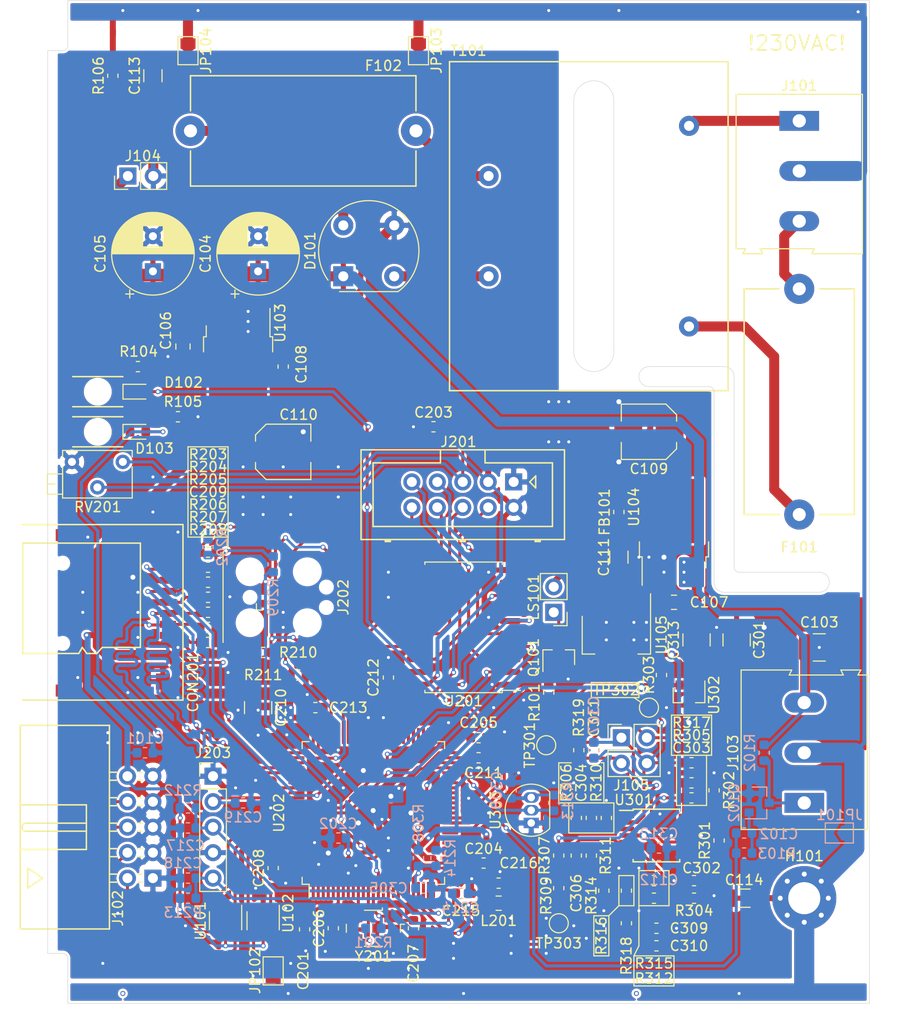
<source format=kicad_pcb>
(kicad_pcb (version 20171130) (host pcbnew 5.1.5)

  (general
    (thickness 1.6)
    (drawings 90)
    (tracks 1761)
    (zones 0)
    (modules 128)
    (nets 138)
  )

  (page A4)
  (layers
    (0 F.Cu signal)
    (31 B.Cu signal)
    (32 B.Adhes user)
    (33 F.Adhes user)
    (34 B.Paste user)
    (35 F.Paste user)
    (36 B.SilkS user)
    (37 F.SilkS user)
    (38 B.Mask user)
    (39 F.Mask user)
    (40 Dwgs.User user)
    (41 Cmts.User user)
    (42 Eco1.User user)
    (43 Eco2.User user)
    (44 Edge.Cuts user)
    (45 Margin user)
    (46 B.CrtYd user)
    (47 F.CrtYd user)
    (48 B.Fab user)
    (49 F.Fab user)
  )

  (setup
    (last_trace_width 0.25)
    (user_trace_width 0.3)
    (user_trace_width 0.4)
    (user_trace_width 0.6)
    (user_trace_width 1)
    (user_trace_width 2)
    (trace_clearance 0.2)
    (zone_clearance 0.25)
    (zone_45_only no)
    (trace_min 0.21)
    (via_size 0.5)
    (via_drill 0.3)
    (via_min_size 0.4)
    (via_min_drill 0.3)
    (user_via 0.9 0.5)
    (uvia_size 0.3)
    (uvia_drill 0.1)
    (uvias_allowed no)
    (uvia_min_size 0.2)
    (uvia_min_drill 0.1)
    (edge_width 0.05)
    (segment_width 0.2)
    (pcb_text_width 0.3)
    (pcb_text_size 1.5 1.5)
    (mod_edge_width 0.12)
    (mod_text_size 1 1)
    (mod_text_width 0.15)
    (pad_size 0.7874 0.7874)
    (pad_drill 0)
    (pad_to_mask_clearance 0.051)
    (solder_mask_min_width 0.25)
    (aux_axis_origin 13 13)
    (grid_origin 13 13)
    (visible_elements FFFFFF7F)
    (pcbplotparams
      (layerselection 0x010fc_ffffffff)
      (usegerberextensions true)
      (usegerberattributes false)
      (usegerberadvancedattributes false)
      (creategerberjobfile true)
      (excludeedgelayer true)
      (linewidth 0.100000)
      (plotframeref false)
      (viasonmask true)
      (mode 1)
      (useauxorigin false)
      (hpglpennumber 1)
      (hpglpenspeed 20)
      (hpglpendiameter 15.000000)
      (psnegative false)
      (psa4output false)
      (plotreference true)
      (plotvalue true)
      (plotinvisibletext false)
      (padsonsilk false)
      (subtractmaskfromsilk false)
      (outputformat 1)
      (mirror false)
      (drillshape 0)
      (scaleselection 1)
      (outputdirectory "gerber/"))
  )

  (net 0 "")
  (net 1 Earth)
  (net 2 GND)
  (net 3 +8V)
  (net 4 +3V3)
  (net 5 +5V)
  (net 6 /Controller/ENC1)
  (net 7 /Controller/ENC2)
  (net 8 /Controller/VREF)
  (net 9 /Controller/SW1)
  (net 10 /Frontend/FORCE+)
  (net 11 /Frontend/FORCE-)
  (net 12 /Frontend/SENS+)
  (net 13 /Frontend/SENS-)
  (net 14 /Controller/SDIO_D1)
  (net 15 /Controller/SDIO_D0)
  (net 16 /Controller/SDIO_CLK)
  (net 17 /Controller/SDIO_CMD)
  (net 18 /Controller/SDIO_D3)
  (net 19 /Controller/SDIO_D2)
  (net 20 "Net-(D102-Pad1)")
  (net 21 /Controller/TEMP_IN)
  (net 22 /L_Trafo)
  (net 23 /L_IN)
  (net 24 /N_IN)
  (net 25 /DIGIO3)
  (net 26 /DIGIO2)
  (net 27 /DIGIO1)
  (net 28 /DIGIO0)
  (net 29 /Controller/SWDIO)
  (net 30 /Controller/SWCLK)
  (net 31 /Controller/PC_RX)
  (net 32 /Controller/PC_TX)
  (net 33 /Controller/~RST)
  (net 34 "Net-(LS101-Pad1)")
  (net 35 /Controller/LCD_VO)
  (net 36 /Controller/LCD_RS)
  (net 37 /Controller/LCD_EN)
  (net 38 /Controller/LCD_D3)
  (net 39 /Controller/LCD_D0)
  (net 40 /Controller/LCD_D2)
  (net 41 /Controller/LCD_D1)
  (net 42 /Controller/FRONTEND_TEMP)
  (net 43 /OUT0)
  (net 44 /OUT3)
  (net 45 /OUT2)
  (net 46 /OUT1)
  (net 47 /Controller/VDDA)
  (net 48 +5VL)
  (net 49 /Controller/CARD_DETECT)
  (net 50 "Net-(C102-Pad2)")
  (net 51 "Net-(C306-Pad1)")
  (net 52 "Net-(D101-Pad4)")
  (net 53 "Net-(D101-Pad2)")
  (net 54 "Net-(D103-Pad1)")
  (net 55 "Net-(F102-Pad2)")
  (net 56 "Net-(J103-Pad1)")
  (net 57 "Net-(Q101-Pad1)")
  (net 58 +3.3VA)
  (net 59 /Controller/NSS)
  (net 60 /Controller/SCK)
  (net 61 /Controller/MISO)
  (net 62 "Net-(C206-Pad1)")
  (net 63 "Net-(C207-Pad1)")
  (net 64 "Net-(C211-Pad1)")
  (net 65 "Net-(C213-Pad1)")
  (net 66 "Net-(C304-Pad1)")
  (net 67 "Net-(J202-Pad5)")
  (net 68 "Net-(J202-Pad6)")
  (net 69 "Net-(J202-Pad8)")
  (net 70 "Net-(R311-Pad1)")
  (net 71 "Net-(R314-Pad2)")
  (net 72 "Net-(U201-Pad2)")
  (net 73 "Net-(U201-Pad4)")
  (net 74 "Net-(U201-Pad6)")
  (net 75 "Net-(U201-Pad7)")
  (net 76 "Net-(U201-Pad8)")
  (net 77 "Net-(U201-Pad9)")
  (net 78 "Net-(U201-Pad15)")
  (net 79 "Net-(U201-Pad17)")
  (net 80 "Net-(U202-Pad2)")
  (net 81 "Net-(U202-Pad3)")
  (net 82 "Net-(U202-Pad4)")
  (net 83 "Net-(U202-Pad5)")
  (net 84 "Net-(U202-Pad7)")
  (net 85 "Net-(U202-Pad8)")
  (net 86 "Net-(U202-Pad9)")
  (net 87 "Net-(U202-Pad15)")
  (net 88 "Net-(U202-Pad16)")
  (net 89 "Net-(U202-Pad17)")
  (net 90 "Net-(U202-Pad18)")
  (net 91 "Net-(U202-Pad26)")
  (net 92 "Net-(U202-Pad29)")
  (net 93 "Net-(U202-Pad32)")
  (net 94 "Net-(U202-Pad33)")
  (net 95 "Net-(U202-Pad34)")
  (net 96 "Net-(U202-Pad38)")
  (net 97 "Net-(U202-Pad39)")
  (net 98 "Net-(U202-Pad40)")
  (net 99 "Net-(U202-Pad41)")
  (net 100 "Net-(U202-Pad42)")
  (net 101 "Net-(U202-Pad43)")
  (net 102 "Net-(U202-Pad44)")
  (net 103 "Net-(U202-Pad45)")
  (net 104 "Net-(U202-Pad46)")
  (net 105 "Net-(U202-Pad51)")
  (net 106 "Net-(U202-Pad52)")
  (net 107 "Net-(U202-Pad53)")
  (net 108 "Net-(U202-Pad54)")
  (net 109 "Net-(U202-Pad59)")
  (net 110 "Net-(U202-Pad60)")
  (net 111 "Net-(U202-Pad61)")
  (net 112 "Net-(U202-Pad62)")
  (net 113 "Net-(U202-Pad63)")
  (net 114 "Net-(U202-Pad64)")
  (net 115 "Net-(U202-Pad70)")
  (net 116 "Net-(U202-Pad71)")
  (net 117 "Net-(U202-Pad77)")
  (net 118 "Net-(U202-Pad81)")
  (net 119 "Net-(U202-Pad82)")
  (net 120 "Net-(U202-Pad84)")
  (net 121 "Net-(U202-Pad86)")
  (net 122 "Net-(U202-Pad95)")
  (net 123 "Net-(U202-Pad96)")
  (net 124 "Net-(U202-Pad97)")
  (net 125 "Net-(U202-Pad98)")
  (net 126 /Frontend/VREF_OP)
  (net 127 /DIGIO0_PROT)
  (net 128 /DIGIO1_PROT)
  (net 129 /DIGIO2_PROT)
  (net 130 /DIGIO3_PROT)
  (net 131 "Net-(C302-Pad2)")
  (net 132 "Net-(C302-Pad1)")
  (net 133 "Net-(C303-Pad2)")
  (net 134 "Net-(C303-Pad1)")
  (net 135 "Net-(C306-Pad2)")
  (net 136 "Net-(C309-Pad1)")
  (net 137 "Net-(R314-Pad1)")

  (net_class Default "This is the default net class."
    (clearance 0.2)
    (trace_width 0.25)
    (via_dia 0.5)
    (via_drill 0.3)
    (uvia_dia 0.3)
    (uvia_drill 0.1)
    (diff_pair_width 0.21)
    (diff_pair_gap 0.25)
    (add_net +3.3VA)
    (add_net +3V3)
    (add_net +5V)
    (add_net +5VL)
    (add_net +8V)
    (add_net /Controller/CARD_DETECT)
    (add_net /Controller/ENC1)
    (add_net /Controller/ENC2)
    (add_net /Controller/FRONTEND_TEMP)
    (add_net /Controller/LCD_D0)
    (add_net /Controller/LCD_D1)
    (add_net /Controller/LCD_D2)
    (add_net /Controller/LCD_D3)
    (add_net /Controller/LCD_EN)
    (add_net /Controller/LCD_RS)
    (add_net /Controller/LCD_VO)
    (add_net /Controller/MISO)
    (add_net /Controller/NSS)
    (add_net /Controller/PC_RX)
    (add_net /Controller/PC_TX)
    (add_net /Controller/SCK)
    (add_net /Controller/SDIO_CLK)
    (add_net /Controller/SDIO_CMD)
    (add_net /Controller/SDIO_D0)
    (add_net /Controller/SDIO_D1)
    (add_net /Controller/SDIO_D2)
    (add_net /Controller/SDIO_D3)
    (add_net /Controller/SW1)
    (add_net /Controller/SWCLK)
    (add_net /Controller/SWDIO)
    (add_net /Controller/TEMP_IN)
    (add_net /Controller/VDDA)
    (add_net /Controller/VREF)
    (add_net /Controller/~RST)
    (add_net /DIGIO0)
    (add_net /DIGIO0_PROT)
    (add_net /DIGIO1)
    (add_net /DIGIO1_PROT)
    (add_net /DIGIO2)
    (add_net /DIGIO2_PROT)
    (add_net /DIGIO3)
    (add_net /DIGIO3_PROT)
    (add_net /Frontend/FORCE+)
    (add_net /Frontend/FORCE-)
    (add_net /Frontend/SENS+)
    (add_net /Frontend/SENS-)
    (add_net /Frontend/VREF_OP)
    (add_net /OUT0)
    (add_net /OUT1)
    (add_net /OUT2)
    (add_net /OUT3)
    (add_net Earth)
    (add_net GND)
    (add_net "Net-(C102-Pad2)")
    (add_net "Net-(C206-Pad1)")
    (add_net "Net-(C207-Pad1)")
    (add_net "Net-(C211-Pad1)")
    (add_net "Net-(C213-Pad1)")
    (add_net "Net-(C302-Pad1)")
    (add_net "Net-(C302-Pad2)")
    (add_net "Net-(C303-Pad1)")
    (add_net "Net-(C303-Pad2)")
    (add_net "Net-(C304-Pad1)")
    (add_net "Net-(C306-Pad1)")
    (add_net "Net-(C306-Pad2)")
    (add_net "Net-(C309-Pad1)")
    (add_net "Net-(D101-Pad2)")
    (add_net "Net-(D101-Pad4)")
    (add_net "Net-(D102-Pad1)")
    (add_net "Net-(D103-Pad1)")
    (add_net "Net-(F102-Pad2)")
    (add_net "Net-(J103-Pad1)")
    (add_net "Net-(J202-Pad5)")
    (add_net "Net-(J202-Pad6)")
    (add_net "Net-(J202-Pad8)")
    (add_net "Net-(LS101-Pad1)")
    (add_net "Net-(Q101-Pad1)")
    (add_net "Net-(R311-Pad1)")
    (add_net "Net-(R314-Pad1)")
    (add_net "Net-(R314-Pad2)")
    (add_net "Net-(U201-Pad15)")
    (add_net "Net-(U201-Pad17)")
    (add_net "Net-(U201-Pad2)")
    (add_net "Net-(U201-Pad4)")
    (add_net "Net-(U201-Pad6)")
    (add_net "Net-(U201-Pad7)")
    (add_net "Net-(U201-Pad8)")
    (add_net "Net-(U201-Pad9)")
    (add_net "Net-(U202-Pad15)")
    (add_net "Net-(U202-Pad16)")
    (add_net "Net-(U202-Pad17)")
    (add_net "Net-(U202-Pad18)")
    (add_net "Net-(U202-Pad2)")
    (add_net "Net-(U202-Pad26)")
    (add_net "Net-(U202-Pad29)")
    (add_net "Net-(U202-Pad3)")
    (add_net "Net-(U202-Pad32)")
    (add_net "Net-(U202-Pad33)")
    (add_net "Net-(U202-Pad34)")
    (add_net "Net-(U202-Pad38)")
    (add_net "Net-(U202-Pad39)")
    (add_net "Net-(U202-Pad4)")
    (add_net "Net-(U202-Pad40)")
    (add_net "Net-(U202-Pad41)")
    (add_net "Net-(U202-Pad42)")
    (add_net "Net-(U202-Pad43)")
    (add_net "Net-(U202-Pad44)")
    (add_net "Net-(U202-Pad45)")
    (add_net "Net-(U202-Pad46)")
    (add_net "Net-(U202-Pad5)")
    (add_net "Net-(U202-Pad51)")
    (add_net "Net-(U202-Pad52)")
    (add_net "Net-(U202-Pad53)")
    (add_net "Net-(U202-Pad54)")
    (add_net "Net-(U202-Pad59)")
    (add_net "Net-(U202-Pad60)")
    (add_net "Net-(U202-Pad61)")
    (add_net "Net-(U202-Pad62)")
    (add_net "Net-(U202-Pad63)")
    (add_net "Net-(U202-Pad64)")
    (add_net "Net-(U202-Pad7)")
    (add_net "Net-(U202-Pad70)")
    (add_net "Net-(U202-Pad71)")
    (add_net "Net-(U202-Pad77)")
    (add_net "Net-(U202-Pad8)")
    (add_net "Net-(U202-Pad81)")
    (add_net "Net-(U202-Pad82)")
    (add_net "Net-(U202-Pad84)")
    (add_net "Net-(U202-Pad86)")
    (add_net "Net-(U202-Pad9)")
    (add_net "Net-(U202-Pad95)")
    (add_net "Net-(U202-Pad96)")
    (add_net "Net-(U202-Pad97)")
    (add_net "Net-(U202-Pad98)")
  )

  (net_class HV ""
    (clearance 2.55)
    (trace_width 1)
    (via_dia 0.5)
    (via_drill 0.3)
    (uvia_dia 0.3)
    (uvia_drill 0.1)
    (diff_pair_width 0.21)
    (diff_pair_gap 0.25)
    (add_net /L_IN)
    (add_net /L_Trafo)
    (add_net /N_IN)
  )

  (module shimatta_artwork:shimatta_kanji_20mm_solder_mask (layer B.Cu) (tedit 0) (tstamp 5E4C6208)
    (at 41.5 29.75 180)
    (fp_text reference G*** (at 0 0) (layer B.SilkS) hide
      (effects (font (size 1.524 1.524) (thickness 0.3)) (justify mirror))
    )
    (fp_text value LOGO (at 0.75 0) (layer B.SilkS) hide
      (effects (font (size 1.524 1.524) (thickness 0.3)) (justify mirror))
    )
    (fp_poly (pts (xy 9.428791 1.753801) (xy 9.567761 1.731641) (xy 9.667206 1.700045) (xy 9.761697 1.645722)
      (xy 9.822989 1.576357) (xy 9.855813 1.486306) (xy 9.858368 1.471966) (xy 9.862124 1.413942)
      (xy 9.846144 1.369373) (xy 9.819335 1.333673) (xy 9.781378 1.29583) (xy 9.735384 1.267393)
      (xy 9.673178 1.245282) (xy 9.586585 1.22642) (xy 9.495693 1.211812) (xy 9.397389 1.192146)
      (xy 9.273374 1.159472) (xy 9.133481 1.117016) (xy 8.987545 1.068002) (xy 8.845399 1.015655)
      (xy 8.716878 0.963201) (xy 8.66136 0.938204) (xy 8.588402 0.904309) (xy 8.53008 0.87777)
      (xy 8.494468 0.862231) (xy 8.487445 0.859693) (xy 8.474447 0.874529) (xy 8.460842 0.897485)
      (xy 8.444687 0.930782) (xy 8.440616 0.943057) (xy 8.456761 0.954676) (xy 8.501708 0.982387)
      (xy 8.57022 1.023082) (xy 8.657065 1.073654) (xy 8.757007 1.130996) (xy 8.763 1.13441)
      (xy 8.863594 1.192303) (xy 8.951369 1.243987) (xy 9.021081 1.286279) (xy 9.067485 1.315993)
      (xy 9.085336 1.329944) (xy 9.085385 1.330186) (xy 9.067291 1.336709) (xy 9.018671 1.344245)
      (xy 8.948012 1.351635) (xy 8.900733 1.355366) (xy 8.814954 1.359677) (xy 8.732203 1.359467)
      (xy 8.645159 1.353943) (xy 8.546496 1.342311) (xy 8.428892 1.323781) (xy 8.285022 1.297558)
      (xy 8.181769 1.277551) (xy 8.087012 1.260086) (xy 8.005697 1.247289) (xy 7.945677 1.240239)
      (xy 7.914804 1.240013) (xy 7.913115 1.240669) (xy 7.898633 1.267289) (xy 7.893539 1.306485)
      (xy 7.896969 1.33375) (xy 7.911797 1.356509) (xy 7.94483 1.38016) (xy 8.002873 1.410101)
      (xy 8.054731 1.434343) (xy 8.259047 1.524345) (xy 8.450867 1.601035) (xy 8.623126 1.661725)
      (xy 8.754126 1.700075) (xy 8.923632 1.734862) (xy 9.098237 1.755411) (xy 9.269453 1.761724)
      (xy 9.428791 1.753801)) (layer B.Mask) (width 0.01))
    (fp_poly (pts (xy 3.301209 1.629772) (xy 3.455957 1.617452) (xy 3.586106 1.595662) (xy 3.620461 1.586813)
      (xy 3.799648 1.524806) (xy 3.949231 1.448506) (xy 4.077466 1.353305) (xy 4.132385 1.301052)
      (xy 4.252335 1.152355) (xy 4.336366 0.989866) (xy 4.383796 0.816683) (xy 4.393941 0.635903)
      (xy 4.366121 0.450625) (xy 4.339226 0.361417) (xy 4.262261 0.200227) (xy 4.150017 0.051266)
      (xy 4.004678 -0.084345) (xy 3.828431 -0.205486) (xy 3.62346 -0.311038) (xy 3.39195 -0.399881)
      (xy 3.136087 -0.470894) (xy 2.858055 -0.522959) (xy 2.56004 -0.554955) (xy 2.54977 -0.555664)
      (xy 2.452095 -0.562584) (xy 2.352045 -0.570151) (xy 2.268301 -0.576945) (xy 2.254251 -0.578165)
      (xy 2.188341 -0.583117) (xy 2.151245 -0.581066) (xy 2.132887 -0.568837) (xy 2.123191 -0.543254)
      (xy 2.121415 -0.536295) (xy 2.114131 -0.495637) (xy 2.115569 -0.476534) (xy 2.13681 -0.470214)
      (xy 2.187543 -0.459437) (xy 2.258697 -0.446062) (xy 2.29725 -0.439298) (xy 2.600453 -0.375807)
      (xy 2.872729 -0.294923) (xy 3.113188 -0.197142) (xy 3.32094 -0.082957) (xy 3.495097 0.047136)
      (xy 3.634767 0.192644) (xy 3.739062 0.353072) (xy 3.745332 0.365489) (xy 3.799796 0.510355)
      (xy 3.824701 0.659415) (xy 3.821806 0.807143) (xy 3.792865 0.948013) (xy 3.739637 1.0765)
      (xy 3.663877 1.187078) (xy 3.567342 1.274223) (xy 3.451789 1.332407) (xy 3.436387 1.337282)
      (xy 3.329785 1.358) (xy 3.20153 1.366318) (xy 3.067026 1.362231) (xy 2.941678 1.345736)
      (xy 2.904282 1.337402) (xy 2.791716 1.300662) (xy 2.655402 1.242376) (xy 2.501756 1.165846)
      (xy 2.337192 1.074371) (xy 2.168124 0.971251) (xy 2.077079 0.911797) (xy 1.982701 0.849482)
      (xy 1.897066 0.794483) (xy 1.826482 0.750731) (xy 1.777255 0.722158) (xy 1.758369 0.713125)
      (xy 1.705349 0.713823) (xy 1.63319 0.738937) (xy 1.548908 0.783847) (xy 1.459517 0.843935)
      (xy 1.372034 0.914582) (xy 1.293475 0.991171) (xy 1.242341 1.052831) (xy 1.177176 1.155524)
      (xy 1.145756 1.240689) (xy 1.147669 1.309786) (xy 1.161677 1.339812) (xy 1.188745 1.371855)
      (xy 1.220071 1.383574) (xy 1.263202 1.374056) (xy 1.325686 1.342389) (xy 1.372393 1.314365)
      (xy 1.441864 1.275343) (xy 1.503115 1.252904) (xy 1.564969 1.2473) (xy 1.636248 1.25878)
      (xy 1.725773 1.287594) (xy 1.825982 1.32721) (xy 2.072117 1.421167) (xy 2.322841 1.502936)
      (xy 2.562838 1.567664) (xy 2.638504 1.584763) (xy 2.79051 1.610116) (xy 2.958372 1.626082)
      (xy 3.131976 1.632641) (xy 3.301209 1.629772)) (layer B.Mask) (width 0.01))
    (fp_poly (pts (xy -7.16573 3.644015) (xy -7.030481 3.628399) (xy -6.898306 3.608454) (xy -6.778602 3.585917)
      (xy -6.680766 3.562522) (xy -6.623226 3.543826) (xy -6.552282 3.503627) (xy -6.518969 3.457096)
      (xy -6.523039 3.407494) (xy -6.564241 3.35808) (xy -6.640956 3.312726) (xy -6.72123 3.276527)
      (xy -6.72123 1.953846) (xy -6.101652 1.953846) (xy -5.908326 2.177929) (xy -5.839612 2.256002)
      (xy -5.778657 2.322318) (xy -5.730438 2.371689) (xy -5.69993 2.398925) (xy -5.692898 2.402621)
      (xy -5.671923 2.389825) (xy -5.628642 2.354137) (xy -5.568405 2.300274) (xy -5.496558 2.232952)
      (xy -5.455081 2.19292) (xy -5.35528 2.092389) (xy -5.284164 2.012661) (xy -5.239564 1.950558)
      (xy -5.219311 1.902903) (xy -5.221236 1.866519) (xy -5.225852 1.857265) (xy -5.248293 1.85113)
      (xy -5.307629 1.846089) (xy -5.404272 1.842132) (xy -5.538636 1.839247) (xy -5.711135 1.837422)
      (xy -5.922182 1.836647) (xy -5.979922 1.836616) (xy -6.72123 1.836616) (xy -6.72123 -0.566615)
      (xy -6.259971 -0.566615) (xy -6.067574 -0.351692) (xy -5.999081 -0.276106) (xy -5.939554 -0.212155)
      (xy -5.893885 -0.164964) (xy -5.866969 -0.139654) (xy -5.862279 -0.136769) (xy -5.839937 -0.14918)
      (xy -5.795385 -0.182731) (xy -5.73498 -0.231894) (xy -5.665077 -0.291144) (xy -5.592032 -0.354955)
      (xy -5.522202 -0.417801) (xy -5.461942 -0.474155) (xy -5.417609 -0.518492) (xy -5.400017 -0.538674)
      (xy -5.367005 -0.588512) (xy -5.35926 -0.622387) (xy -5.366651 -0.641654) (xy -5.372793 -0.647595)
      (xy -5.384916 -0.652791) (xy -5.405554 -0.657303) (xy -5.437241 -0.661191) (xy -5.48251 -0.664515)
      (xy -5.543894 -0.667336) (xy -5.623926 -0.669713) (xy -5.725141 -0.671708) (xy -5.85007 -0.67338)
      (xy -6.001248 -0.67479) (xy -6.181207 -0.675998) (xy -6.392482 -0.677065) (xy -6.637605 -0.67805)
      (xy -6.919109 -0.679015) (xy -6.938394 -0.679077) (xy -7.220887 -0.67997) (xy -7.466876 -0.680669)
      (xy -7.678931 -0.681118) (xy -7.859624 -0.681261) (xy -8.011528 -0.681044) (xy -8.137214 -0.680411)
      (xy -8.239254 -0.679306) (xy -8.32022 -0.677674) (xy -8.382682 -0.67546) (xy -8.429214 -0.672608)
      (xy -8.462386 -0.669064) (xy -8.484771 -0.664771) (xy -8.49894 -0.659674) (xy -8.507465 -0.653718)
      (xy -8.512918 -0.646848) (xy -8.513997 -0.64515) (xy -8.533273 -0.606511) (xy -8.538307 -0.586419)
      (xy -8.518898 -0.580182) (xy -8.461154 -0.575092) (xy -8.365801 -0.571172) (xy -8.233566 -0.568445)
      (xy -8.065175 -0.566936) (xy -7.922846 -0.566615) (xy -7.307384 -0.566615) (xy -7.307384 1.836616)
      (xy -8.514275 1.836616) (xy -8.54583 1.884774) (xy -8.568455 1.922492) (xy -8.577384 1.94339)
      (xy -8.558611 1.94591) (xy -8.505349 1.948213) (xy -8.422187 1.950221) (xy -8.313714 1.951859)
      (xy -8.184518 1.953052) (xy -8.039187 1.953724) (xy -7.942384 1.953846) (xy -7.307384 1.953846)
      (xy -7.307384 3.657659) (xy -7.16573 3.644015)) (layer B.Mask) (width 0.01))
    (fp_poly (pts (xy 7.808064 0.395873) (xy 7.820909 0.35155) (xy 7.81349 0.27581) (xy 7.803742 0.231615)
      (xy 7.785801 0.109096) (xy 7.79887 0.006839) (xy 7.843916 -0.079884) (xy 7.874635 -0.11486)
      (xy 7.967303 -0.181671) (xy 8.093926 -0.23155) (xy 8.253218 -0.264447) (xy 8.443892 -0.280312)
      (xy 8.664663 -0.279096) (xy 8.914245 -0.260749) (xy 9.19135 -0.225221) (xy 9.47304 -0.176639)
      (xy 9.611859 -0.155568) (xy 9.723564 -0.15229) (xy 9.816229 -0.167606) (xy 9.89793 -0.202316)
      (xy 9.929424 -0.22186) (xy 9.997696 -0.283212) (xy 10.032198 -0.356505) (xy 10.037036 -0.450516)
      (xy 10.036934 -0.451773) (xy 10.019551 -0.537125) (xy 9.981122 -0.60896) (xy 9.919239 -0.66821)
      (xy 9.831497 -0.71581) (xy 9.715488 -0.752696) (xy 9.568805 -0.779801) (xy 9.389042 -0.79806)
      (xy 9.173792 -0.808407) (xy 9.114693 -0.809856) (xy 8.994114 -0.811858) (xy 8.883467 -0.812804)
      (xy 8.790078 -0.812701) (xy 8.721276 -0.811557) (xy 8.684846 -0.809444) (xy 8.638883 -0.803365)
      (xy 8.56704 -0.794119) (xy 8.482217 -0.783361) (xy 8.450385 -0.779361) (xy 8.230894 -0.738915)
      (xy 8.04091 -0.676709) (xy 7.881353 -0.593495) (xy 7.753145 -0.490023) (xy 7.657211 -0.367045)
      (xy 7.59447 -0.225311) (xy 7.565847 -0.065574) (xy 7.565408 -0.058531) (xy 7.562448 0.025892)
      (xy 7.566924 0.087191) (xy 7.581292 0.141001) (xy 7.605759 0.198179) (xy 7.643881 0.268184)
      (xy 7.687847 0.332317) (xy 7.730734 0.381887) (xy 7.765619 0.408201) (xy 7.774706 0.410308)
      (xy 7.808064 0.395873)) (layer B.Mask) (width 0.01))
    (fp_poly (pts (xy 7.338145 3.474443) (xy 7.446892 3.440014) (xy 7.562991 3.388053) (xy 7.677402 3.323667)
      (xy 7.781082 3.251965) (xy 7.864989 3.178057) (xy 7.920082 3.10705) (xy 7.921507 3.104439)
      (xy 7.959244 3.03404) (xy 7.81893 2.730595) (xy 7.772867 2.630313) (xy 7.733158 2.542594)
      (xy 7.702487 2.473468) (xy 7.683536 2.428966) (xy 7.678616 2.415191) (xy 7.695962 2.405068)
      (xy 7.743645 2.406271) (xy 7.815129 2.417185) (xy 7.903879 2.436192) (xy 8.00336 2.461677)
      (xy 8.107037 2.492023) (xy 8.208376 2.525615) (xy 8.30084 2.560835) (xy 8.344716 2.579933)
      (xy 8.438434 2.621079) (xy 8.508671 2.645305) (xy 8.566225 2.654449) (xy 8.621897 2.650345)
      (xy 8.679355 2.636833) (xy 8.767704 2.597385) (xy 8.837863 2.537316) (xy 8.884673 2.464285)
      (xy 8.902974 2.385949) (xy 8.892236 2.320845) (xy 8.849581 2.26) (xy 8.770149 2.200807)
      (xy 8.656228 2.144019) (xy 8.510109 2.090391) (xy 8.334081 2.040674) (xy 8.130434 1.995624)
      (xy 7.901456 1.955991) (xy 7.699682 1.928463) (xy 7.496055 1.903717) (xy 7.064105 0.624589)
      (xy 6.991253 0.40925) (xy 6.921584 0.204081) (xy 6.856174 0.012201) (xy 6.796095 -0.163273)
      (xy 6.742424 -0.319225) (xy 6.696235 -0.452538) (xy 6.658603 -0.560093) (xy 6.630602 -0.638775)
      (xy 6.613307 -0.685467) (xy 6.608432 -0.696984) (xy 6.548196 -0.768353) (xy 6.468858 -0.809727)
      (xy 6.379028 -0.81866) (xy 6.287319 -0.792703) (xy 6.281659 -0.789834) (xy 6.183737 -0.719536)
      (xy 6.117645 -0.627018) (xy 6.082975 -0.511562) (xy 6.077082 -0.429846) (xy 6.088269 -0.329409)
      (xy 6.12395 -0.222844) (xy 6.186639 -0.104136) (xy 6.259078 0.005238) (xy 6.317058 0.092554)
      (xy 6.37418 0.190956) (xy 6.432946 0.305617) (xy 6.495859 0.44171) (xy 6.565422 0.604407)
      (xy 6.644137 0.798883) (xy 6.649058 0.811302) (xy 6.698576 0.937705) (xy 6.750645 1.072924)
      (xy 6.803388 1.211851) (xy 6.854927 1.349379) (xy 6.903383 1.480396) (xy 6.94688 1.599796)
      (xy 6.983539 1.702469) (xy 7.011482 1.783306) (xy 7.028831 1.837198) (xy 7.033846 1.858104)
      (xy 7.015345 1.865235) (xy 6.963909 1.870215) (xy 6.885638 1.872683) (xy 6.792451 1.87238)
      (xy 6.689343 1.871214) (xy 6.615634 1.872673) (xy 6.561671 1.878103) (xy 6.517798 1.888851)
      (xy 6.474359 1.906264) (xy 6.44321 1.921096) (xy 6.324196 1.997966) (xy 6.220716 2.100695)
      (xy 6.142416 2.218832) (xy 6.1184 2.273068) (xy 6.087796 2.371327) (xy 6.076374 2.446686)
      (xy 6.082596 2.496419) (xy 6.104926 2.5178) (xy 6.141826 2.508101) (xy 6.19176 2.464595)
      (xy 6.212598 2.440172) (xy 6.281896 2.36957) (xy 6.361104 2.322749) (xy 6.458762 2.296368)
      (xy 6.583409 2.287084) (xy 6.604 2.286959) (xy 6.716122 2.289109) (xy 6.828914 2.294912)
      (xy 6.935173 2.303596) (xy 7.027694 2.314386) (xy 7.099275 2.326512) (xy 7.142712 2.339199)
      (xy 7.151763 2.345725) (xy 7.1613 2.373411) (xy 7.176626 2.431585) (xy 7.196021 2.512388)
      (xy 7.217765 2.607958) (xy 7.240139 2.710436) (xy 7.261423 2.81196) (xy 7.279899 2.904671)
      (xy 7.293846 2.980708) (xy 7.301117 3.028483) (xy 7.305167 3.07497) (xy 7.300115 3.108973)
      (xy 7.280462 3.141407) (xy 7.240706 3.183187) (xy 7.206953 3.215357) (xy 7.150084 3.267171)
      (xy 7.09965 3.309796) (xy 7.066126 3.334399) (xy 7.06502 3.335032) (xy 7.038815 3.363839)
      (xy 7.044428 3.397789) (xy 7.075931 3.431923) (xy 7.127394 3.461282) (xy 7.192887 3.480906)
      (xy 7.245794 3.486229) (xy 7.338145 3.474443)) (layer B.Mask) (width 0.01))
    (fp_poly (pts (xy -8.900627 3.686148) (xy -8.842414 3.668288) (xy -8.764568 3.642197) (xy -8.675465 3.610881)
      (xy -8.583481 3.577349) (xy -8.496994 3.544605) (xy -8.42438 3.515659) (xy -8.374017 3.493516)
      (xy -8.369508 3.491277) (xy -8.277195 3.438216) (xy -8.22267 3.390903) (xy -8.205385 3.347504)
      (xy -8.224792 3.306186) (xy -8.280344 3.265118) (xy -8.298961 3.255113) (xy -8.337113 3.234353)
      (xy -8.366557 3.21267) (xy -8.391987 3.183218) (xy -8.418101 3.139156) (xy -8.449593 3.073639)
      (xy -8.491159 2.979825) (xy -8.496937 2.966591) (xy -8.548331 2.852563) (xy -8.610388 2.720528)
      (xy -8.675268 2.586898) (xy -8.734797 2.468728) (xy -8.867489 2.21184) (xy -8.771283 2.152035)
      (xy -8.705668 2.103264) (xy -8.677637 2.059887) (xy -8.68668 2.018576) (xy -8.732288 1.976008)
      (xy -8.743219 1.96868) (xy -8.811362 1.924539) (xy -8.811738 0.517769) (xy -8.812113 -0.889)
      (xy -8.875479 -0.932013) (xy -8.977934 -0.988548) (xy -9.088107 -1.027523) (xy -9.195323 -1.046531)
      (xy -9.288907 -1.043165) (xy -9.32473 -1.033329) (xy -9.378461 -1.012743) (xy -9.378461 1.510364)
      (xy -9.568961 1.326369) (xy -9.685083 1.216199) (xy -9.784302 1.126131) (xy -9.86423 1.058185)
      (xy -9.92248 1.014379) (xy -9.956663 0.99673) (xy -9.95935 0.996462) (xy -9.988083 1.009886)
      (xy -10.000622 1.022071) (xy -10.00528 1.043101) (xy -9.992716 1.079674) (xy -9.960495 1.137038)
      (xy -9.914008 1.208794) (xy -9.717402 1.5262) (xy -9.533424 1.87007) (xy -9.367953 2.228378)
      (xy -9.226866 2.589099) (xy -9.196588 2.676769) (xy -9.157165 2.800379) (xy -9.115688 2.941245)
      (xy -9.07447 3.09045) (xy -9.035823 3.239075) (xy -9.002058 3.3782) (xy -8.975488 3.498907)
      (xy -8.958423 3.592278) (xy -8.957301 3.599962) (xy -8.947157 3.653955) (xy -8.93604 3.687421)
      (xy -8.930828 3.692769) (xy -8.900627 3.686148)) (layer B.Mask) (width 0.01))
    (fp_poly (pts (xy -3.838788 3.688729) (xy -3.763989 3.677918) (xy -3.672419 3.662305) (xy -3.574363 3.643857)
      (xy -3.48011 3.624543) (xy -3.399947 3.60633) (xy -3.344161 3.591186) (xy -3.331315 3.58657)
      (xy -3.283233 3.56018) (xy -3.253133 3.532073) (xy -3.250693 3.527326) (xy -3.253676 3.486941)
      (xy -3.283652 3.446101) (xy -3.321955 3.42193) (xy -3.347355 3.402506) (xy -3.390898 3.360148)
      (xy -3.445625 3.301872) (xy -3.484542 3.258039) (xy -3.616047 3.106616) (xy -1.188916 3.106616)
      (xy -0.994443 3.287346) (xy -0.921758 3.354128) (xy -0.85857 3.410747) (xy -0.810709 3.452087)
      (xy -0.784001 3.473031) (xy -0.781309 3.474482) (xy -0.757945 3.465597) (xy -0.712937 3.435671)
      (xy -0.653194 3.390341) (xy -0.585627 3.335241) (xy -0.517146 3.276008) (xy -0.454661 3.218278)
      (xy -0.405081 3.167687) (xy -0.404892 3.167477) (xy -0.364427 3.117627) (xy -0.338018 3.075387)
      (xy -0.332154 3.05723) (xy -0.345696 3.029063) (xy -0.38818 3.008895) (xy -0.462393 2.996103)
      (xy -0.571123 2.990066) (xy -0.636272 2.989385) (xy -0.840154 2.989385) (xy -0.840154 2.637693)
      (xy -0.839955 2.512617) (xy -0.838973 2.421319) (xy -0.836633 2.358498) (xy -0.832357 2.318856)
      (xy -0.82557 2.297091) (xy -0.815693 2.287906) (xy -0.802152 2.286001) (xy -0.801892 2.286)
      (xy -0.773311 2.298192) (xy -0.722344 2.331537) (xy -0.655775 2.381192) (xy -0.580392 2.442311)
      (xy -0.566873 2.453762) (xy -0.370116 2.621524) (xy -0.20152 2.487954) (xy -0.101103 2.405863)
      (xy -0.030828 2.341836) (xy 0.011944 2.292668) (xy 0.029851 2.255153) (xy 0.025534 2.226085)
      (xy 0.020288 2.218518) (xy 0.006592 2.208305) (xy -0.018542 2.20062) (xy -0.060041 2.195127)
      (xy -0.122832 2.19149) (xy -0.211843 2.189373) (xy -0.332 2.18844) (xy -0.422469 2.188308)
      (xy -0.840154 2.188308) (xy -0.840154 1.593302) (xy -0.685062 1.747483) (xy -0.529971 1.901665)
      (xy -0.416892 1.825179) (xy -0.334867 1.765382) (xy -0.256268 1.70045) (xy -0.186709 1.635942)
      (xy -0.131801 1.577421) (xy -0.097158 1.530448) (xy -0.088391 1.500584) (xy -0.088624 1.499911)
      (xy -0.098691 1.482757) (xy -0.117225 1.469664) (xy -0.149019 1.460093) (xy -0.198863 1.453502)
      (xy -0.271551 1.449351) (xy -0.371876 1.4471) (xy -0.504628 1.446209) (xy -0.565638 1.446113)
      (xy -0.700559 1.445507) (xy -0.800136 1.443739) (xy -0.868095 1.440561) (xy -0.908159 1.435727)
      (xy -0.924051 1.428988) (xy -0.922215 1.4224) (xy -0.89994 1.378095) (xy -0.914959 1.330448)
      (xy -0.957384 1.289539) (xy -1.016 1.247801) (xy -1.016 0.840154) (xy -0.954763 0.840154)
      (xy -0.922588 0.845115) (xy -0.885404 0.862752) (xy -0.837186 0.897197) (xy -0.771906 0.952581)
      (xy -0.712938 1.005923) (xy -0.532349 1.171691) (xy -0.437136 1.100731) (xy -0.362212 1.041551)
      (xy -0.288135 0.97735) (xy -0.223006 0.915706) (xy -0.174925 0.864198) (xy -0.154843 0.836626)
      (xy -0.150378 0.797665) (xy -0.167511 0.773126) (xy -0.183248 0.762647) (xy -0.210018 0.754793)
      (xy -0.252898 0.749212) (xy -0.316961 0.745549) (xy -0.407281 0.743451) (xy -0.528932 0.742563)
      (xy -0.607088 0.742462) (xy -1.016 0.742462) (xy -1.016 0) (xy -0.777399 0)
      (xy -0.593867 0.168471) (xy -0.410335 0.336941) (xy -0.301582 0.271047) (xy -0.201402 0.206185)
      (xy -0.109722 0.139119) (xy -0.033314 0.075413) (xy 0.021051 0.020627) (xy 0.044043 -0.012866)
      (xy 0.055086 -0.042142) (xy 0.056136 -0.065393) (xy 0.043528 -0.083305) (xy 0.013598 -0.096568)
      (xy -0.037319 -0.10587) (xy -0.11289 -0.111899) (xy -0.216779 -0.115343) (xy -0.352651 -0.11689)
      (xy -0.511734 -0.117231) (xy -1.016 -0.117231) (xy -1.016 -0.933208) (xy -1.087506 -0.987749)
      (xy -1.185199 -1.046446) (xy -1.289837 -1.082616) (xy -1.390375 -1.093543) (xy -1.465384 -1.080594)
      (xy -1.489548 -1.069612) (xy -1.508164 -1.052924) (xy -1.52195 -1.025778) (xy -1.531624 -0.983425)
      (xy -1.537903 -0.921114) (xy -1.541504 -0.834094) (xy -1.543143 -0.717615) (xy -1.543538 -0.566926)
      (xy -1.543538 -0.117231) (xy -2.789505 -0.117231) (xy -2.82106 -0.069072) (xy -2.843686 -0.031355)
      (xy -2.852615 -0.010456) (xy -2.834363 -0.00634) (xy -2.784749 -0.002986) (xy -2.711487 -0.000754)
      (xy -2.627923 0) (xy -2.40323 0) (xy -2.40323 0.742462) (xy -1.914769 0.742462)
      (xy -1.914769 0) (xy -1.543538 0) (xy -1.543538 0.742462) (xy -1.914769 0.742462)
      (xy -2.40323 0.742462) (xy -2.40323 1.051715) (xy -2.139645 0.945934) (xy -2.033634 0.903981)
      (xy -1.954204 0.874855) (xy -1.891918 0.856232) (xy -1.837336 0.845789) (xy -1.781019 0.841205)
      (xy -1.713529 0.840155) (xy -1.709799 0.840154) (xy -1.543538 0.840154) (xy -1.543538 1.445846)
      (xy -3.269734 1.445846) (xy -3.22478 1.397994) (xy -3.193696 1.350921) (xy -3.198734 1.311521)
      (xy -3.241062 1.276826) (xy -3.279299 1.259217) (xy -3.347723 1.215489) (xy -3.4213 1.139132)
      (xy -3.495173 1.035289) (xy -3.50324 1.022193) (xy -3.50304 1.010874) (xy -3.482699 1.003292)
      (xy -3.43701 0.998804) (xy -3.360771 0.996771) (xy -3.294315 0.996462) (xy -3.069766 0.996462)
      (xy -2.950823 1.106582) (xy -2.895677 1.15606) (xy -2.852243 1.192072) (xy -2.827588 1.208869)
      (xy -2.824715 1.209159) (xy -2.775384 1.154537) (xy -2.715674 1.084446) (xy -2.65204 1.006947)
      (xy -2.590935 0.9301) (xy -2.538814 0.861967) (xy -2.50213 0.810608) (xy -2.490487 0.791713)
      (xy -2.452077 0.719495) (xy -2.542253 0.638171) (xy -2.598689 0.57774) (xy -2.65799 0.499338)
      (xy -2.704546 0.424704) (xy -2.842318 0.207282) (xy -3.014183 -0.00561) (xy -3.215158 -0.209415)
      (xy -3.44026 -0.399573) (xy -3.684505 -0.571526) (xy -3.942909 -0.720716) (xy -3.974162 -0.736637)
      (xy -4.088406 -0.791489) (xy -4.208145 -0.844587) (xy -4.327462 -0.893763) (xy -4.440437 -0.936849)
      (xy -4.541154 -0.971675) (xy -4.623693 -0.996074) (xy -4.682137 -1.007877) (xy -4.709202 -1.005963)
      (xy -4.726996 -0.984631) (xy -4.71758 -0.956615) (xy -4.678522 -0.919173) (xy -4.607392 -0.86956)
      (xy -4.56464 -0.842757) (xy -4.403132 -0.737602) (xy -4.233187 -0.616258) (xy -4.067544 -0.488347)
      (xy -3.91894 -0.36349) (xy -3.863308 -0.313004) (xy -3.787703 -0.240715) (xy -3.739805 -0.190202)
      (xy -3.71731 -0.15821) (xy -3.717915 -0.141484) (xy -3.738587 -0.136769) (xy -3.78107 -0.117287)
      (xy -3.820654 -0.058853) (xy -3.857328 0.038514) (xy -3.871525 0.089701) (xy -3.906815 0.207959)
      (xy -3.947742 0.313481) (xy -3.990003 0.395869) (xy -4.010335 0.425196) (xy -4.029312 0.433861)
      (xy -4.061027 0.420594) (xy -4.112434 0.382371) (xy -4.11651 0.379044) (xy -4.166128 0.339461)
      (xy -4.23756 0.283857) (xy -4.321297 0.219579) (xy -4.407831 0.15397) (xy -4.408814 0.15323)
      (xy -4.496386 0.088548) (xy -4.558755 0.045947) (xy -4.600856 0.02263) (xy -4.627622 0.015805)
      (xy -4.642198 0.021044) (xy -4.665668 0.047567) (xy -4.669692 0.058518) (xy -4.658211 0.07954)
      (xy -4.627685 0.122519) (xy -4.583988 0.179311) (xy -4.569226 0.197779) (xy -4.448299 0.358015)
      (xy -4.322846 0.542513) (xy -4.294865 0.58749) (xy -3.890508 0.58749) (xy -3.8356 0.575698)
      (xy -3.688792 0.528463) (xy -3.57184 0.456138) (xy -3.484484 0.358533) (xy -3.448301 0.292551)
      (xy -3.426045 0.245503) (xy -3.410989 0.217928) (xy -3.408245 0.214923) (xy -3.396203 0.230153)
      (xy -3.368988 0.270413) (xy -3.33208 0.327556) (xy -3.325327 0.338219) (xy -3.293209 0.392001)
      (xy -3.252585 0.464244) (xy -3.207346 0.547503) (xy -3.16138 0.634332) (xy -3.118577 0.717286)
      (xy -3.082827 0.788919) (xy -3.058019 0.841786) (xy -3.048042 0.86844) (xy -3.048 0.869107)
      (xy -3.066402 0.872598) (xy -3.117068 0.875439) (xy -3.193188 0.877413) (xy -3.287952 0.878303)
      (xy -3.336192 0.878288) (xy -3.624384 0.877345) (xy -3.757446 0.732417) (xy -3.890508 0.58749)
      (xy -4.294865 0.58749) (xy -4.200895 0.738532) (xy -4.090472 0.933328) (xy -4.023013 1.064846)
      (xy -3.97584 1.163558) (xy -3.934287 1.253751) (xy -3.901728 1.327848) (xy -3.881541 1.378276)
      (xy -3.877172 1.392116) (xy -3.864379 1.445846) (xy -4.158466 1.445846) (xy -4.271732 1.446123)
      (xy -4.352365 1.447527) (xy -4.406807 1.45092) (xy -4.4415 1.457166) (xy -4.462888 1.467125)
      (xy -4.477412 1.481661) (xy -4.482969 1.489271) (xy -4.505622 1.526694) (xy -4.513384 1.547886)
      (xy -4.494954 1.553092) (xy -4.444093 1.557529) (xy -4.367445 1.560864) (xy -4.271653 1.562764)
      (xy -4.210538 1.563077) (xy -3.907692 1.563077) (xy -3.907692 2.187546) (xy -3.968842 2.188308)
      (xy -3.399692 2.188308) (xy -3.399692 1.563077) (xy -3.048 1.563077) (xy -3.048 2.188308)
      (xy -2.559538 2.188308) (xy -2.559538 1.563077) (xy -2.207846 1.563077) (xy -2.207846 2.188308)
      (xy -1.699846 2.188308) (xy -1.699846 1.563077) (xy -1.348154 1.563077) (xy -1.348154 2.188308)
      (xy -1.699846 2.188308) (xy -2.207846 2.188308) (xy -2.559538 2.188308) (xy -3.048 2.188308)
      (xy -3.399692 2.188308) (xy -3.968842 2.188308) (xy -4.330287 2.192812) (xy -4.469152 2.194669)
      (xy -4.574135 2.196694) (xy -4.650431 2.199452) (xy -4.703234 2.203508) (xy -4.737736 2.209429)
      (xy -4.759132 2.217781) (xy -4.772614 2.229129) (xy -4.782055 2.242039) (xy -4.811228 2.286)
      (xy -3.907692 2.286) (xy -3.907692 2.836336) (xy -3.961423 2.79507) (xy -4.064957 2.719143)
      (xy -4.180423 2.640194) (xy -4.292172 2.568698) (xy -4.358004 2.529707) (xy -4.419838 2.496305)
      (xy -4.458074 2.481376) (xy -4.482205 2.482607) (xy -4.499373 2.495286) (xy -4.510649 2.512321)
      (xy -4.509243 2.534879) (xy -4.492101 2.569936) (xy -4.456172 2.624472) (xy -4.421402 2.673524)
      (xy -4.28025 2.887249) (xy -4.222753 2.989385) (xy -3.399692 2.989385) (xy -3.399692 2.286)
      (xy -3.048 2.286) (xy -3.048 2.989385) (xy -2.559538 2.989385) (xy -2.559538 2.286)
      (xy -2.207846 2.286) (xy -2.207846 2.989385) (xy -1.699846 2.989385) (xy -1.699846 2.286)
      (xy -1.348154 2.286) (xy -1.348154 2.989385) (xy -1.699846 2.989385) (xy -2.207846 2.989385)
      (xy -2.559538 2.989385) (xy -3.048 2.989385) (xy -3.399692 2.989385) (xy -4.222753 2.989385)
      (xy -4.152701 3.113822) (xy -4.044642 3.341792) (xy -3.961957 3.559708) (xy -3.955336 3.580423)
      (xy -3.929027 3.650578) (xy -3.904108 3.686149) (xy -3.886527 3.692769) (xy -3.838788 3.688729)) (layer B.Mask) (width 0.01))
    (fp_poly (pts (xy -1.604197 -2.140316) (xy -1.583691 -2.16207) (xy -1.554825 -2.222457) (xy -1.564969 -2.280657)
      (xy -1.606016 -2.329961) (xy -1.663091 -2.36061) (xy -1.720121 -2.352623) (xy -1.769119 -2.316196)
      (xy -1.807529 -2.267479) (xy -1.812513 -2.223649) (xy -1.784674 -2.172211) (xy -1.776582 -2.161635)
      (xy -1.722409 -2.118489) (xy -1.66201 -2.111389) (xy -1.604197 -2.140316)) (layer B.Mask) (width 0.01))
    (fp_poly (pts (xy 0.160595 -2.6382) (xy 0.251543 -2.690716) (xy 0.305155 -2.746376) (xy 0.361462 -2.82013)
      (xy 0.367629 -3.172955) (xy 0.370974 -3.300648) (xy 0.375998 -3.407347) (xy 0.382346 -3.488043)
      (xy 0.389663 -3.537727) (xy 0.394445 -3.550659) (xy 0.426962 -3.567806) (xy 0.477705 -3.575506)
      (xy 0.481085 -3.575538) (xy 0.527206 -3.580264) (xy 0.545304 -3.598525) (xy 0.547077 -3.614615)
      (xy 0.545112 -3.629818) (xy 0.535291 -3.640467) (xy 0.511727 -3.647369) (xy 0.468532 -3.651332)
      (xy 0.399817 -3.653165) (xy 0.299695 -3.653676) (xy 0.262337 -3.653692) (xy 0.15131 -3.653332)
      (xy 0.073694 -3.65179) (xy 0.023827 -3.648375) (xy -0.003954 -3.642395) (xy -0.015312 -3.633159)
      (xy -0.01591 -3.619977) (xy -0.015862 -3.619724) (xy 0.006549 -3.589103) (xy 0.029532 -3.579886)
      (xy 0.081349 -3.570807) (xy 0.113572 -3.564328) (xy 0.158759 -3.55464) (xy 0.152649 -3.205149)
      (xy 0.150261 -3.080141) (xy 0.147568 -2.98807) (xy 0.14375 -2.922802) (xy 0.137985 -2.8782)
      (xy 0.129454 -2.848129) (xy 0.117336 -2.826454) (xy 0.10081 -2.807038) (xy 0.099171 -2.80529)
      (xy 0.036578 -2.76357) (xy -0.03513 -2.754361) (xy -0.107809 -2.775113) (xy -0.173313 -2.82328)
      (xy -0.2235 -2.896312) (xy -0.228621 -2.907851) (xy -0.242194 -2.959545) (xy -0.253632 -3.038622)
      (xy -0.26248 -3.135114) (xy -0.268284 -3.239052) (xy -0.270591 -3.340469) (xy -0.268945 -3.429395)
      (xy -0.262895 -3.495863) (xy -0.256582 -3.521807) (xy -0.234312 -3.559407) (xy -0.198201 -3.573968)
      (xy -0.16656 -3.575538) (xy -0.119225 -3.579843) (xy -0.100025 -3.59668) (xy -0.097692 -3.614615)
      (xy -0.099721 -3.630078) (xy -0.109812 -3.640817) (xy -0.13397 -3.64769) (xy -0.178201 -3.651554)
      (xy -0.248509 -3.653267) (xy -0.350899 -3.653687) (xy -0.37123 -3.653692) (xy -0.479474 -3.653402)
      (xy -0.554647 -3.651961) (xy -0.602754 -3.648509) (xy -0.629802 -3.642191) (xy -0.641794 -3.632147)
      (xy -0.644737 -3.61752) (xy -0.644769 -3.614615) (xy -0.637027 -3.587576) (xy -0.60689 -3.57675)
      (xy -0.577072 -3.575538) (xy -0.518134 -3.565276) (xy -0.489149 -3.537746) (xy -0.480668 -3.501652)
      (xy -0.474584 -3.435556) (xy -0.470888 -3.348461) (xy -0.46957 -3.249366) (xy -0.470621 -3.147275)
      (xy -0.474029 -3.051188) (xy -0.479786 -2.970106) (xy -0.487881 -2.913031) (xy -0.489839 -2.905077)
      (xy -0.526769 -2.821499) (xy -0.581001 -2.770807) (xy -0.645739 -2.754923) (xy -0.735999 -2.772852)
      (xy -0.809609 -2.825537) (xy -0.857691 -2.897328) (xy -0.874128 -2.935653) (xy -0.885556 -2.976451)
      (xy -0.892851 -3.027644) (xy -0.896891 -3.097155) (xy -0.898551 -3.192908) (xy -0.898769 -3.268719)
      (xy -0.898957 -3.381092) (xy -0.897858 -3.460528) (xy -0.89298 -3.513147) (xy -0.881827 -3.545071)
      (xy -0.861906 -3.56242) (xy -0.830724 -3.571314) (xy -0.785786 -3.577876) (xy -0.771993 -3.579886)
      (xy -0.737045 -3.599604) (xy -0.726599 -3.619724) (xy -0.727068 -3.632977) (xy -0.738204 -3.642272)
      (xy -0.765671 -3.648299) (xy -0.815131 -3.651751) (xy -0.892246 -3.653318) (xy -1.002681 -3.653692)
      (xy -1.004798 -3.653692) (xy -1.115579 -3.653422) (xy -1.193172 -3.652075) (xy -1.243464 -3.648841)
      (xy -1.272345 -3.642913) (xy -1.285701 -3.633483) (xy -1.289421 -3.619742) (xy -1.289538 -3.614615)
      (xy -1.281558 -3.587305) (xy -1.250719 -3.576588) (xy -1.223546 -3.575538) (xy -1.171735 -3.568031)
      (xy -1.136293 -3.549836) (xy -1.135183 -3.548583) (xy -1.126419 -3.520919) (xy -1.120558 -3.461291)
      (xy -1.117515 -3.367712) (xy -1.117204 -3.238197) (xy -1.118137 -3.152929) (xy -1.123461 -2.784231)
      (xy -1.2065 -2.778222) (xy -1.259273 -2.771553) (xy -1.283456 -2.75743) (xy -1.289521 -2.729362)
      (xy -1.289538 -2.72677) (xy -1.283524 -2.697315) (xy -1.26157 -2.677357) (xy -1.217814 -2.665198)
      (xy -1.146392 -2.659141) (xy -1.050192 -2.657497) (xy -0.898769 -2.657231) (xy -0.898769 -2.796998)
      (xy -0.84595 -2.734227) (xy -0.763361 -2.663556) (xy -0.667196 -2.625176) (xy -0.56548 -2.618811)
      (xy -0.466237 -2.644187) (xy -0.377492 -2.701029) (xy -0.331335 -2.751852) (xy -0.288541 -2.809733)
      (xy -0.232075 -2.745421) (xy -0.144368 -2.670997) (xy -0.044757 -2.628328) (xy 0.059363 -2.6174)
      (xy 0.160595 -2.6382)) (layer B.Mask) (width 0.01))
    (fp_poly (pts (xy -1.582615 -3.083342) (xy -1.58228 -3.233448) (xy -1.580547 -3.349095) (xy -1.576328 -3.434903)
      (xy -1.568531 -3.495488) (xy -1.556067 -3.535469) (xy -1.537846 -3.559462) (xy -1.512778 -3.572087)
      (xy -1.479772 -3.577961) (xy -1.465544 -3.579329) (xy -1.411112 -3.592934) (xy -1.390842 -3.6195)
      (xy -1.391255 -3.63262) (xy -1.401988 -3.641894) (xy -1.428615 -3.647979) (xy -1.476706 -3.651534)
      (xy -1.551833 -3.653217) (xy -1.659566 -3.653686) (xy -1.680307 -3.653692) (xy -1.793804 -3.653357)
      (xy -1.873798 -3.651914) (xy -1.92586 -3.648705) (xy -1.955563 -3.64307) (xy -1.968476 -3.634354)
      (xy -1.970172 -3.621896) (xy -1.969772 -3.6195) (xy -1.94684 -3.591502) (xy -1.89507 -3.579329)
      (xy -1.854041 -3.573348) (xy -1.823876 -3.56009) (xy -1.802917 -3.534231) (xy -1.789507 -3.490442)
      (xy -1.781989 -3.423396) (xy -1.778706 -3.327767) (xy -1.778 -3.203015) (xy -1.778767 -3.0925)
      (xy -1.780883 -2.991401) (xy -1.784064 -2.908196) (xy -1.788029 -2.851364) (xy -1.790211 -2.835519)
      (xy -1.800191 -2.798932) (xy -1.818621 -2.780954) (xy -1.85709 -2.775001) (xy -1.897673 -2.774461)
      (xy -1.954825 -2.772684) (xy -1.983001 -2.764085) (xy -1.992252 -2.743769) (xy -1.992923 -2.728057)
      (xy -1.985342 -2.69869) (xy -1.959152 -2.6783) (xy -1.909184 -2.665512) (xy -1.830268 -2.658951)
      (xy -1.726711 -2.657231) (xy -1.582615 -2.657231) (xy -1.582615 -3.083342)) (layer B.Mask) (width 0.01))
    (fp_poly (pts (xy -2.91123 -2.430945) (xy -2.901461 -2.796672) (xy -2.842846 -2.734314) (xy -2.752705 -2.662809)
      (xy -2.653214 -2.624266) (xy -2.551077 -2.617008) (xy -2.453001 -2.63936) (xy -2.365692 -2.689645)
      (xy -2.295854 -2.76619) (xy -2.250195 -2.867316) (xy -2.246092 -2.883435) (xy -2.239748 -2.930158)
      (xy -2.234338 -3.006749) (xy -2.230311 -3.104) (xy -2.228116 -3.212704) (xy -2.22785 -3.257666)
      (xy -2.227868 -3.372491) (xy -2.22676 -3.454252) (xy -2.222159 -3.508944) (xy -2.211699 -3.542561)
      (xy -2.193012 -3.561095) (xy -2.163733 -3.570542) (xy -2.121493 -3.576895) (xy -2.100609 -3.579886)
      (xy -2.06566 -3.599604) (xy -2.055215 -3.619724) (xy -2.055683 -3.632977) (xy -2.066819 -3.642272)
      (xy -2.094286 -3.648299) (xy -2.143746 -3.651751) (xy -2.220862 -3.653318) (xy -2.331296 -3.653692)
      (xy -2.333413 -3.653692) (xy -2.444194 -3.653422) (xy -2.521787 -3.652075) (xy -2.57208 -3.648841)
      (xy -2.60096 -3.642913) (xy -2.614317 -3.633483) (xy -2.618036 -3.619742) (xy -2.618154 -3.614615)
      (xy -2.609948 -3.587056) (xy -2.578457 -3.576447) (xy -2.553677 -3.575538) (xy -2.5133 -3.573452)
      (xy -2.48406 -3.563589) (xy -2.464167 -3.540546) (xy -2.451834 -3.498918) (xy -2.445274 -3.433301)
      (xy -2.4427 -3.338291) (xy -2.442307 -3.238849) (xy -2.444045 -3.100024) (xy -2.45012 -2.994317)
      (xy -2.461822 -2.915887) (xy -2.480444 -2.858894) (xy -2.507278 -2.817497) (xy -2.542283 -2.786784)
      (xy -2.613761 -2.758645) (xy -2.692497 -2.763385) (xy -2.769991 -2.798125) (xy -2.837745 -2.859986)
      (xy -2.862384 -2.895227) (xy -2.87811 -2.926302) (xy -2.889459 -2.963869) (xy -2.897366 -3.015172)
      (xy -2.902763 -3.087453) (xy -2.906584 -3.187955) (xy -2.90819 -3.250861) (xy -2.910513 -3.370015)
      (xy -2.90986 -3.455655) (xy -2.904363 -3.513325) (xy -2.892152 -3.548574) (xy -2.871359 -3.566947)
      (xy -2.840114 -3.57399) (xy -2.798884 -3.575239) (xy -2.753791 -3.580646) (xy -2.736686 -3.600511)
      (xy -2.735384 -3.614615) (xy -2.737349 -3.629818) (xy -2.74717 -3.640467) (xy -2.770734 -3.647369)
      (xy -2.81393 -3.651332) (xy -2.882644 -3.653165) (xy -2.982766 -3.653676) (xy -3.020125 -3.653692)
      (xy -3.131152 -3.653332) (xy -3.208767 -3.65179) (xy -3.258634 -3.648375) (xy -3.286416 -3.642395)
      (xy -3.297774 -3.633159) (xy -3.298371 -3.619977) (xy -3.298323 -3.619724) (xy -3.275912 -3.589103)
      (xy -3.252929 -3.579886) (xy -3.200774 -3.570769) (xy -3.169862 -3.564573) (xy -3.125648 -3.555128)
      (xy -3.130786 -2.876603) (xy -3.135923 -2.198077) (xy -3.22873 -2.192122) (xy -3.2852 -2.186309)
      (xy -3.312659 -2.174677) (xy -3.321171 -2.151626) (xy -3.321538 -2.140481) (xy -3.318178 -2.112275)
      (xy -3.303776 -2.09318) (xy -3.271855 -2.081173) (xy -3.215934 -2.074236) (xy -3.129534 -2.070346)
      (xy -3.093615 -2.069396) (xy -2.921 -2.065219) (xy -2.91123 -2.430945)) (layer B.Mask) (width 0.01))
    (fp_poly (pts (xy 4.134035 -2.624029) (xy 4.182149 -2.635312) (xy 4.230186 -2.656367) (xy 4.238703 -2.660758)
      (xy 4.295999 -2.692909) (xy 4.338535 -2.725226) (xy 4.368629 -2.76404) (xy 4.388598 -2.815684)
      (xy 4.400759 -2.886491) (xy 4.407429 -2.982792) (xy 4.410925 -3.11092) (xy 4.411305 -3.13242)
      (xy 4.413773 -3.268998) (xy 4.416709 -3.371269) (xy 4.421345 -3.443996) (xy 4.428912 -3.491941)
      (xy 4.440642 -3.519868) (xy 4.457766 -3.532538) (xy 4.481517 -3.534714) (xy 4.513124 -3.531159)
      (xy 4.514366 -3.530992) (xy 4.574801 -3.528252) (xy 4.602733 -3.542499) (xy 4.601888 -3.576081)
      (xy 4.599004 -3.584267) (xy 4.565512 -3.623526) (xy 4.505057 -3.654325) (xy 4.429621 -3.671409)
      (xy 4.396191 -3.673231) (xy 4.330445 -3.665009) (xy 4.281674 -3.635069) (xy 4.268221 -3.621531)
      (xy 4.236391 -3.582692) (xy 4.220665 -3.554692) (xy 4.220308 -3.552152) (xy 4.206786 -3.551941)
      (xy 4.172559 -3.571718) (xy 4.151963 -3.586602) (xy 4.037525 -3.652649) (xy 3.913524 -3.687153)
      (xy 3.788526 -3.689048) (xy 3.6711 -3.657264) (xy 3.653241 -3.648807) (xy 3.575561 -3.590347)
      (xy 3.530853 -3.512415) (xy 3.52127 -3.419334) (xy 3.525138 -3.391337) (xy 3.525834 -3.389277)
      (xy 3.751385 -3.389277) (xy 3.765893 -3.476624) (xy 3.806381 -3.537453) (xy 3.868297 -3.569636)
      (xy 3.947088 -3.571042) (xy 4.038201 -3.539541) (xy 4.054231 -3.530961) (xy 4.131154 -3.469167)
      (xy 4.179087 -3.385009) (xy 4.199659 -3.275234) (xy 4.200739 -3.238127) (xy 4.20077 -3.125409)
      (xy 4.147039 -3.137413) (xy 4.005283 -3.173125) (xy 3.898886 -3.210039) (xy 3.824142 -3.250513)
      (xy 3.777351 -3.296903) (xy 3.75481 -3.351567) (xy 3.751385 -3.389277) (xy 3.525834 -3.389277)
      (xy 3.550482 -3.316353) (xy 3.598369 -3.251214) (xy 3.671884 -3.194174) (xy 3.77411 -3.143485)
      (xy 3.908131 -3.0974) (xy 4.077031 -3.054171) (xy 4.147039 -3.038956) (xy 4.182239 -3.02674)
      (xy 4.197497 -3.001436) (xy 4.20077 -2.951207) (xy 4.190307 -2.855209) (xy 4.157338 -2.787629)
      (xy 4.104887 -2.746089) (xy 4.026609 -2.722112) (xy 3.934077 -2.717321) (xy 3.847506 -2.732499)
      (xy 3.83837 -2.735741) (xy 3.801509 -2.756724) (xy 3.794777 -2.787791) (xy 3.798021 -2.804125)
      (xy 3.812669 -2.863271) (xy 3.821682 -2.899549) (xy 3.816621 -2.950785) (xy 3.783408 -2.996248)
      (xy 3.732546 -3.024438) (xy 3.703957 -3.028461) (xy 3.655872 -3.011601) (xy 3.611064 -2.969855)
      (xy 3.581322 -2.916476) (xy 3.575612 -2.884172) (xy 3.592791 -2.818384) (xy 3.638481 -2.750973)
      (xy 3.704233 -2.693009) (xy 3.735965 -2.674057) (xy 3.80207 -2.647582) (xy 3.883198 -2.631325)
      (xy 3.985846 -2.623066) (xy 4.072911 -2.620589) (xy 4.134035 -2.624029)) (layer B.Mask) (width 0.01))
    (fp_poly (pts (xy 2.977889 -2.220577) (xy 2.989051 -2.233889) (xy 2.996212 -2.264192) (xy 3.000678 -2.318126)
      (xy 3.003756 -2.402331) (xy 3.004679 -2.437423) (xy 3.010203 -2.657231) (xy 3.165871 -2.657231)
      (xy 3.2432 -2.657756) (xy 3.289442 -2.661005) (xy 3.312586 -2.669483) (xy 3.320621 -2.685697)
      (xy 3.321539 -2.706077) (xy 3.319873 -2.730302) (xy 3.309561 -2.744808) (xy 3.282629 -2.752086)
      (xy 3.231105 -2.754626) (xy 3.165231 -2.754923) (xy 3.008923 -2.754923) (xy 3.008923 -3.116384)
      (xy 3.009198 -3.244484) (xy 3.0104 -3.339342) (xy 3.0131 -3.40679) (xy 3.017865 -3.452661)
      (xy 3.025266 -3.482788) (xy 3.035872 -3.503005) (xy 3.048 -3.516923) (xy 3.10635 -3.552186)
      (xy 3.168114 -3.552519) (xy 3.223333 -3.519711) (xy 3.251566 -3.480363) (xy 3.27189 -3.427198)
      (xy 3.288956 -3.360597) (xy 3.291638 -3.345961) (xy 3.303463 -3.293252) (xy 3.320872 -3.269071)
      (xy 3.351893 -3.262946) (xy 3.355285 -3.262923) (xy 3.38444 -3.265205) (xy 3.397578 -3.278679)
      (xy 3.398595 -3.313283) (xy 3.393567 -3.360604) (xy 3.365773 -3.486881) (xy 3.315386 -3.581707)
      (xy 3.241303 -3.646267) (xy 3.142419 -3.681748) (xy 3.088355 -3.688628) (xy 3.01614 -3.689982)
      (xy 2.964142 -3.679081) (xy 2.914397 -3.651992) (xy 2.911231 -3.64986) (xy 2.874127 -3.62076)
      (xy 2.845838 -3.586644) (xy 2.825182 -3.542043) (xy 2.810978 -3.481493) (xy 2.802044 -3.399525)
      (xy 2.797199 -3.290672) (xy 2.79526 -3.149469) (xy 2.795103 -3.112623) (xy 2.794 -2.75717)
      (xy 2.710962 -2.751162) (xy 2.655959 -2.743228) (xy 2.629795 -2.72651) (xy 2.623153 -2.706077)
      (xy 2.631409 -2.674445) (xy 2.668702 -2.64438) (xy 2.700291 -2.627923) (xy 2.771841 -2.584089)
      (xy 2.824234 -2.526111) (xy 2.863446 -2.445303) (xy 2.891324 -2.350359) (xy 2.91104 -2.278076)
      (xy 2.928744 -2.236994) (xy 2.948357 -2.219688) (xy 2.96142 -2.217615) (xy 2.977889 -2.220577)) (layer B.Mask) (width 0.01))
    (fp_poly (pts (xy 2.134779 -2.216303) (xy 2.147307 -2.228949) (xy 2.155214 -2.256355) (xy 2.159977 -2.305421)
      (xy 2.163072 -2.383045) (xy 2.164525 -2.437423) (xy 2.170049 -2.657231) (xy 2.327076 -2.657231)
      (xy 2.404733 -2.6578) (xy 2.450924 -2.660989) (xy 2.47326 -2.669015) (xy 2.47935 -2.684097)
      (xy 2.477859 -2.701192) (xy 2.471647 -2.723494) (xy 2.455225 -2.737184) (xy 2.420203 -2.744904)
      (xy 2.358189 -2.749299) (xy 2.320193 -2.75086) (xy 2.16877 -2.756567) (xy 2.16877 -3.112859)
      (xy 2.169342 -3.245244) (xy 2.171343 -3.344145) (xy 2.175197 -3.415141) (xy 2.181328 -3.46381)
      (xy 2.19016 -3.495732) (xy 2.199185 -3.512575) (xy 2.243766 -3.548597) (xy 2.297876 -3.553845)
      (xy 2.352703 -3.532052) (xy 2.399437 -3.486951) (xy 2.429266 -3.422273) (xy 2.43109 -3.414346)
      (xy 2.443721 -3.353742) (xy 2.452449 -3.311769) (xy 2.471087 -3.273712) (xy 2.512304 -3.262927)
      (xy 2.513582 -3.262923) (xy 2.543027 -3.264893) (xy 2.556494 -3.277318) (xy 2.557615 -3.309964)
      (xy 2.551165 -3.363995) (xy 2.520761 -3.487567) (xy 2.465044 -3.582903) (xy 2.382053 -3.653097)
      (xy 2.36024 -3.665318) (xy 2.291732 -3.686001) (xy 2.208022 -3.691374) (xy 2.128819 -3.681235)
      (xy 2.092499 -3.668058) (xy 2.047491 -3.634999) (xy 2.004847 -3.589185) (xy 2.004576 -3.588822)
      (xy 1.990478 -3.567274) (xy 1.979874 -3.541935) (xy 1.97215 -3.506993) (xy 1.96669 -3.456633)
      (xy 1.962881 -3.385044) (xy 1.960108 -3.286412) (xy 1.957757 -3.154925) (xy 1.957592 -3.144322)
      (xy 1.951569 -2.754923) (xy 1.864785 -2.754923) (xy 1.810898 -2.752753) (xy 1.785539 -2.74247)
      (xy 1.778236 -2.718408) (xy 1.778 -2.707988) (xy 1.78917 -2.669501) (xy 1.828657 -2.643689)
      (xy 1.84066 -2.63921) (xy 1.916877 -2.59926) (xy 1.975812 -2.536169) (xy 2.020275 -2.445345)
      (xy 2.053082 -2.322197) (xy 2.060796 -2.279902) (xy 2.072651 -2.231189) (xy 2.090988 -2.211978)
      (xy 2.116152 -2.211517) (xy 2.134779 -2.216303)) (layer B.Mask) (width 0.01))
    (fp_poly (pts (xy 1.281889 -2.625235) (xy 1.35408 -2.639007) (xy 1.418751 -2.666585) (xy 1.481804 -2.707759)
      (xy 1.490849 -2.715425) (xy 1.553308 -2.771207) (xy 1.563564 -3.129411) (xy 1.567715 -3.245141)
      (xy 1.572994 -3.348271) (xy 1.57893 -3.432072) (xy 1.585051 -3.489815) (xy 1.59052 -3.514271)
      (xy 1.621864 -3.532029) (xy 1.682841 -3.530784) (xy 1.732532 -3.52706) (xy 1.754343 -3.53598)
      (xy 1.758462 -3.554831) (xy 1.740226 -3.602654) (xy 1.689967 -3.640684) (xy 1.614362 -3.664558)
      (xy 1.584271 -3.668656) (xy 1.521456 -3.671511) (xy 1.480693 -3.661986) (xy 1.445805 -3.635793)
      (xy 1.440421 -3.630505) (xy 1.405182 -3.590236) (xy 1.384448 -3.557311) (xy 1.383959 -3.555952)
      (xy 1.369919 -3.545603) (xy 1.338585 -3.559455) (xy 1.298034 -3.588839) (xy 1.237128 -3.630119)
      (xy 1.174901 -3.662931) (xy 1.154739 -3.670815) (xy 1.067219 -3.688301) (xy 0.969072 -3.690589)
      (xy 0.877577 -3.678236) (xy 0.82469 -3.660184) (xy 0.744988 -3.605701) (xy 0.69927 -3.534893)
      (xy 0.683885 -3.441954) (xy 0.683846 -3.43619) (xy 0.686252 -3.401029) (xy 0.911215 -3.401029)
      (xy 0.915671 -3.46142) (xy 0.938699 -3.50419) (xy 0.96608 -3.530724) (xy 1.014251 -3.563687)
      (xy 1.064001 -3.572515) (xy 1.100877 -3.569299) (xy 1.16548 -3.552873) (xy 1.221927 -3.526276)
      (xy 1.228025 -3.522031) (xy 1.291206 -3.464621) (xy 1.331243 -3.399056) (xy 1.354073 -3.313462)
      (xy 1.361257 -3.255587) (xy 1.367045 -3.18541) (xy 1.366887 -3.146315) (xy 1.359234 -3.130556)
      (xy 1.342538 -3.130386) (xy 1.336539 -3.131936) (xy 1.296977 -3.141887) (xy 1.235589 -3.156274)
      (xy 1.191846 -3.166146) (xy 1.073844 -3.199818) (xy 0.990757 -3.242205) (xy 0.938825 -3.296458)
      (xy 0.914285 -3.365723) (xy 0.911215 -3.401029) (xy 0.686252 -3.401029) (xy 0.688232 -3.372117)
      (xy 0.706532 -3.323776) (xy 0.746465 -3.27193) (xy 0.752394 -3.265315) (xy 0.812501 -3.210537)
      (xy 0.889162 -3.163405) (xy 0.987601 -3.121827) (xy 1.113046 -3.083712) (xy 1.270722 -3.046968)
      (xy 1.326119 -3.035696) (xy 1.352917 -3.027456) (xy 1.364665 -3.00962) (xy 1.364603 -2.971489)
      (xy 1.35919 -2.926418) (xy 1.348005 -2.861639) (xy 1.334451 -2.809178) (xy 1.327644 -2.792185)
      (xy 1.289845 -2.757473) (xy 1.22536 -2.73215) (xy 1.146124 -2.719638) (xy 1.080054 -2.721162)
      (xy 1.001244 -2.738478) (xy 0.956495 -2.767989) (xy 0.947455 -2.80826) (xy 0.955478 -2.829513)
      (xy 0.975273 -2.895593) (xy 0.966716 -2.954334) (xy 0.936558 -2.99953) (xy 0.891551 -3.024976)
      (xy 0.838446 -3.024465) (xy 0.783995 -2.991793) (xy 0.781539 -2.989384) (xy 0.746802 -2.930557)
      (xy 0.744258 -2.86267) (xy 0.770445 -2.792651) (xy 0.821898 -2.727426) (xy 0.895153 -2.673923)
      (xy 0.951683 -2.649098) (xy 1.050558 -2.627276) (xy 1.167021 -2.619162) (xy 1.281889 -2.625235)) (layer B.Mask) (width 0.01))
    (fp_poly (pts (xy -3.948741 -2.077681) (xy -3.842571 -2.106575) (xy -3.745245 -2.159437) (xy -3.73239 -2.168381)
      (xy -3.676586 -2.208118) (xy -3.634238 -2.139597) (xy -3.599519 -2.096334) (xy -3.564972 -2.072617)
      (xy -3.556581 -2.071077) (xy -3.536411 -2.077165) (xy -3.521291 -2.098637) (xy -3.51037 -2.140308)
      (xy -3.502799 -2.206991) (xy -3.49773 -2.303499) (xy -3.494546 -2.422769) (xy -3.492947 -2.519225)
      (xy -3.493504 -2.583451) (xy -3.497349 -2.622281) (xy -3.505619 -2.642547) (xy -3.519446 -2.651084)
      (xy -3.532881 -2.653716) (xy -3.573956 -2.64517) (xy -3.587958 -2.624409) (xy -3.646019 -2.4834)
      (xy -3.713402 -2.367277) (xy -3.781292 -2.287532) (xy -3.873546 -2.221697) (xy -3.97294 -2.182951)
      (xy -4.073355 -2.169839) (xy -4.168668 -2.180907) (xy -4.252758 -2.214702) (xy -4.319504 -2.269769)
      (xy -4.362784 -2.344655) (xy -4.376615 -2.428933) (xy -4.365582 -2.497361) (xy -4.33035 -2.556287)
      (xy -4.267717 -2.607919) (xy -4.174483 -2.654462) (xy -4.047446 -2.698125) (xy -3.945975 -2.725816)
      (xy -3.85389 -2.75024) (xy -3.76859 -2.774776) (xy -3.701899 -2.795929) (xy -3.674447 -2.806076)
      (xy -3.567882 -2.870419) (xy -3.488399 -2.961286) (xy -3.438303 -3.074985) (xy -3.419896 -3.207823)
      (xy -3.41985 -3.214077) (xy -3.436648 -3.351761) (xy -3.486035 -3.470533) (xy -3.565609 -3.56705)
      (xy -3.67297 -3.637969) (xy -3.743839 -3.665108) (xy -3.837888 -3.683707) (xy -3.947419 -3.690817)
      (xy -4.056238 -3.686459) (xy -4.148147 -3.670652) (xy -4.167501 -3.664588) (xy -4.232348 -3.636065)
      (xy -4.30185 -3.59786) (xy -4.318672 -3.587181) (xy -4.39565 -3.53624) (xy -4.439863 -3.604494)
      (xy -4.48072 -3.653504) (xy -4.524176 -3.672151) (xy -4.537807 -3.672989) (xy -4.591538 -3.673231)
      (xy -4.591538 -3.048) (xy -4.544595 -3.048) (xy -4.518453 -3.052519) (xy -4.498508 -3.071374)
      (xy -4.479553 -3.112508) (xy -4.457089 -3.181544) (xy -4.400463 -3.312708) (xy -4.318273 -3.42679)
      (xy -4.217406 -3.515052) (xy -4.173966 -3.540862) (xy -4.086335 -3.57143) (xy -3.983094 -3.585212)
      (xy -3.878704 -3.58206) (xy -3.787626 -3.561828) (xy -3.751451 -3.545174) (xy -3.670291 -3.478418)
      (xy -3.61732 -3.394384) (xy -3.595281 -3.301169) (xy -3.606916 -3.206866) (xy -3.623386 -3.167162)
      (xy -3.647083 -3.129684) (xy -3.679122 -3.098577) (xy -3.725539 -3.070884) (xy -3.792369 -3.043648)
      (xy -3.885646 -3.013911) (xy -4.003738 -2.980792) (xy -4.141027 -2.941904) (xy -4.24642 -2.907553)
      (xy -4.326391 -2.874894) (xy -4.387417 -2.841084) (xy -4.435975 -2.803278) (xy -4.458411 -2.781135)
      (xy -4.517275 -2.699588) (xy -4.546855 -2.605673) (xy -4.552461 -2.526341) (xy -4.536364 -2.386709)
      (xy -4.489333 -2.270099) (xy -4.413262 -2.178332) (xy -4.310042 -2.11323) (xy -4.181568 -2.076613)
      (xy -4.077097 -2.068906) (xy -3.948741 -2.077681)) (layer B.Mask) (width 0.01))
  )

  (module shimatta_smd:MCC-SDMICRO3-112J-TDAR-R01 (layer F.Cu) (tedit 5E0F7980) (tstamp 5DEF124A)
    (at 28 67.5 270)
    (path /5D77EC9D/5DB776DE)
    (fp_text reference CON201 (at 13.5 -2.5 90) (layer F.SilkS)
      (effects (font (size 1 1) (thickness 0.15)))
    )
    (fp_text value Micro_SD (at 7.25 -2.25 90) (layer F.Fab)
      (effects (font (size 1 1) (thickness 0.15)))
    )
    (fp_line (start -0.4 14.5) (end -0.4 13.8) (layer F.Fab) (width 0.12))
    (fp_line (start 13.8 1.5) (end 13.8 14.5) (layer F.Fab) (width 0.12))
    (fp_line (start 12.4 1.5) (end 13.8 1.5) (layer F.Fab) (width 0.12))
    (fp_line (start 12.4 1) (end 12.4 1.5) (layer F.Fab) (width 0.12))
    (fp_line (start 13.8 1) (end 12.4 1) (layer F.Fab) (width 0.12))
    (fp_line (start 13.8 0) (end 13.8 1) (layer F.Fab) (width 0.12))
    (fp_line (start -0.7 0) (end 13.8 0) (layer F.Fab) (width 0.12))
    (fp_line (start -0.7 13.8) (end -0.7 0) (layer F.Fab) (width 0.12))
    (fp_line (start 7.7 13.8) (end -0.7 13.8) (layer F.Fab) (width 0.12))
    (fp_line (start 9.5 14.5) (end 7.7 13.8) (layer F.Fab) (width 0.12))
    (fp_line (start 13.8 14.5) (end 9.5 14.5) (layer F.Fab) (width 0.12))
    (fp_text user Inserted (at 8.1 16.4 90) (layer F.Fab)
      (effects (font (size 0.25 0.25) (thickness 0.05)))
    )
    (fp_line (start -0.4 15.5) (end -0.4 14.5) (layer F.Fab) (width 0.12))
    (fp_line (start 0.8 16.7) (end 9.4 16.7) (layer F.Fab) (width 0.12))
    (fp_arc (start 0.8 15.5) (end -0.4 15.5) (angle -90) (layer F.Fab) (width 0.12))
    (fp_line (start 10.6 15.5) (end 10.6 14.5) (layer F.Fab) (width 0.12))
    (fp_arc (start 9.4 15.5) (end 9.4 16.7) (angle -90) (layer F.Fab) (width 0.12))
    (fp_text user Push-in (at 8.1 15.4 90) (layer F.Fab)
      (effects (font (size 0.25 0.25) (thickness 0.05)))
    )
    (fp_line (start 0.8 15.7) (end 9.4 15.7) (layer F.Fab) (width 0.12))
    (fp_arc (start 0.8 14.5) (end -0.4 14.5) (angle -90) (layer F.Fab) (width 0.12))
    (fp_arc (start 9.4 14.5) (end 9.4 15.7) (angle -90) (layer F.Fab) (width 0.12))
    (fp_line (start -2.25 14.5) (end -2.25 -1.5) (layer F.CrtYd) (width 0.15))
    (fp_line (start 15.25 14.5) (end -2.25 14.5) (layer F.CrtYd) (width 0.15))
    (fp_line (start 15.25 -1.5) (end 15.25 14.5) (layer F.CrtYd) (width 0.15))
    (fp_line (start -2.25 -1.5) (end 15.25 -1.5) (layer F.CrtYd) (width 0.15))
    (fp_line (start -0.4 2.75) (end -0.4 14.5) (layer F.SilkS) (width 0.15))
    (fp_line (start 0.75 2.75) (end -0.4 2.75) (layer F.SilkS) (width 0.15))
    (fp_line (start 10 2.75) (end 0.75 2.75) (layer F.SilkS) (width 0.15))
    (fp_line (start 10 6.55) (end 10 2.75) (layer F.SilkS) (width 0.15))
    (fp_line (start 10.6 7.1) (end 10 6.55) (layer F.SilkS) (width 0.15))
    (fp_line (start 10.6 8.1) (end 10.6 7.1) (layer F.SilkS) (width 0.15))
    (fp_line (start 10 8.55) (end 10.6 8.1) (layer F.SilkS) (width 0.15))
    (fp_line (start 10.6 8.9) (end 10 8.55) (layer F.SilkS) (width 0.15))
    (fp_line (start 10.6 14.5) (end 10.6 8.9) (layer F.SilkS) (width 0.15))
    (fp_line (start -0.4 14.5) (end 10.6 14.5) (layer F.SilkS) (width 0.15))
    (fp_line (start -2.25 14.5) (end -2.25 11.25) (layer F.SilkS) (width 0.15))
    (fp_line (start 15.25 -1.5) (end 15.25 14.5) (layer F.SilkS) (width 0.15))
    (fp_line (start -2.25 -1.5) (end 15.25 -1.5) (layer F.SilkS) (width 0.15))
    (fp_line (start -2.25 -1.25) (end -2.25 -1.5) (layer F.SilkS) (width 0.15))
    (fp_line (start -2.25 11.25) (end -2.25 -1.25) (layer F.SilkS) (width 0.15))
    (fp_line (start 9.6 4) (end 9.6 6) (layer F.CrtYd) (width 0.15))
    (fp_line (start 0.6 4) (end 9.6 4) (layer F.CrtYd) (width 0.15))
    (fp_line (start 0.6 6) (end 0.6 4) (layer F.CrtYd) (width 0.15))
    (fp_line (start 9.6 6) (end 0.6 6) (layer F.CrtYd) (width 0.15))
    (pad 11 smd rect (at 14.3 10.1 270) (size 1.2 2.2) (layers F.Cu F.Paste F.Mask)
      (net 2 GND))
    (pad "" np_thru_hole circle (at 9.6 10.5 270) (size 1 1) (drill 1) (layers *.Cu *.Mask))
    (pad "" np_thru_hole circle (at 1.6 10.5 270) (size 1 1) (drill 1) (layers *.Cu *.Mask))
    (pad 12 smd rect (at -1.2 10.1 270) (size 1.2 2.2) (layers F.Cu F.Paste F.Mask)
      (net 2 GND))
    (pad 13 smd rect (at -1.2 0.5 270) (size 1.2 1.4) (layers F.Cu F.Paste F.Mask)
      (net 2 GND))
    (pad 10 smd rect (at 13.4 0.5 270) (size 1.6 1.4) (layers F.Cu F.Paste F.Mask)
      (net 2 GND))
    (pad 1 smd rect (at 8.8 0 270) (size 0.7 1.6) (layers F.Cu F.Paste F.Mask)
      (net 19 /Controller/SDIO_D2))
    (pad 2 smd rect (at 7.7 0 270) (size 0.7 1.6) (layers F.Cu F.Paste F.Mask)
      (net 18 /Controller/SDIO_D3))
    (pad 3 smd rect (at 6.6 0 270) (size 0.7 1.6) (layers F.Cu F.Paste F.Mask)
      (net 17 /Controller/SDIO_CMD))
    (pad 4 smd rect (at 5.5 0 270) (size 0.7 1.6) (layers F.Cu F.Paste F.Mask)
      (net 4 +3V3))
    (pad 5 smd rect (at 4.4 0 270) (size 0.7 1.6) (layers F.Cu F.Paste F.Mask)
      (net 16 /Controller/SDIO_CLK))
    (pad 6 smd rect (at 3.3 0 270) (size 0.7 1.6) (layers F.Cu F.Paste F.Mask)
      (net 2 GND))
    (pad 7 smd rect (at 2.2 0 270) (size 0.7 1.6) (layers F.Cu F.Paste F.Mask)
      (net 15 /Controller/SDIO_D0))
    (pad 8 smd rect (at 1.1 0 270) (size 0.7 1.6) (layers F.Cu F.Paste F.Mask)
      (net 14 /Controller/SDIO_D1))
    (pad 9 smd rect (at 0 0 270) (size 0.7 1.6) (layers F.Cu F.Paste F.Mask)
      (net 49 /Controller/CARD_DETECT))
  )

  (module Package_TO_SOT_SMD:SOT-23-6 (layer F.Cu) (tedit 5A02FF57) (tstamp 5E4B1664)
    (at 37.5 104.75 270)
    (descr "6-pin SOT-23 package")
    (tags SOT-23-6)
    (path /5E0FFF2E)
    (attr smd)
    (fp_text reference U102 (at -0.75 -2.5 90) (layer F.SilkS)
      (effects (font (size 1 1) (thickness 0.15)))
    )
    (fp_text value USBLC6-2SC6 (at 0 2.9 90) (layer F.Fab)
      (effects (font (size 1 1) (thickness 0.15)))
    )
    (fp_line (start 0.9 -1.55) (end 0.9 1.55) (layer F.Fab) (width 0.1))
    (fp_line (start 0.9 1.55) (end -0.9 1.55) (layer F.Fab) (width 0.1))
    (fp_line (start -0.9 -0.9) (end -0.9 1.55) (layer F.Fab) (width 0.1))
    (fp_line (start 0.9 -1.55) (end -0.25 -1.55) (layer F.Fab) (width 0.1))
    (fp_line (start -0.9 -0.9) (end -0.25 -1.55) (layer F.Fab) (width 0.1))
    (fp_line (start -1.9 -1.8) (end -1.9 1.8) (layer F.CrtYd) (width 0.05))
    (fp_line (start -1.9 1.8) (end 1.9 1.8) (layer F.CrtYd) (width 0.05))
    (fp_line (start 1.9 1.8) (end 1.9 -1.8) (layer F.CrtYd) (width 0.05))
    (fp_line (start 1.9 -1.8) (end -1.9 -1.8) (layer F.CrtYd) (width 0.05))
    (fp_line (start 0.9 -1.61) (end -1.55 -1.61) (layer F.SilkS) (width 0.12))
    (fp_line (start -0.9 1.61) (end 0.9 1.61) (layer F.SilkS) (width 0.12))
    (fp_text user %R (at 0 0) (layer F.Fab)
      (effects (font (size 0.5 0.5) (thickness 0.075)))
    )
    (pad 5 smd rect (at 1.1 0 270) (size 1.06 0.65) (layers F.Cu F.Paste F.Mask)
      (net 4 +3V3))
    (pad 6 smd rect (at 1.1 -0.95 270) (size 1.06 0.65) (layers F.Cu F.Paste F.Mask)
      (net 25 /DIGIO3))
    (pad 4 smd rect (at 1.1 0.95 270) (size 1.06 0.65) (layers F.Cu F.Paste F.Mask)
      (net 26 /DIGIO2))
    (pad 3 smd rect (at -1.1 0.95 270) (size 1.06 0.65) (layers F.Cu F.Paste F.Mask)
      (net 129 /DIGIO2_PROT))
    (pad 2 smd rect (at -1.1 0 270) (size 1.06 0.65) (layers F.Cu F.Paste F.Mask)
      (net 2 GND))
    (pad 1 smd rect (at -1.1 -0.95 270) (size 1.06 0.65) (layers F.Cu F.Paste F.Mask)
      (net 130 /DIGIO3_PROT))
    (model ${KISYS3DMOD}/Package_TO_SOT_SMD.3dshapes/SOT-23-6.wrl
      (at (xyz 0 0 0))
      (scale (xyz 1 1 1))
      (rotate (xyz 0 0 0))
    )
  )

  (module Package_TO_SOT_SMD:SOT-23-6 (layer F.Cu) (tedit 5A02FF57) (tstamp 5E4B164E)
    (at 33.75 104.75 270)
    (descr "6-pin SOT-23 package")
    (tags SOT-23-6)
    (path /5E0F7F35)
    (attr smd)
    (fp_text reference U101 (at 0 2.5 90) (layer F.SilkS)
      (effects (font (size 1 1) (thickness 0.15)))
    )
    (fp_text value USBLC6-2SC6 (at 0 2.9 90) (layer F.Fab)
      (effects (font (size 1 1) (thickness 0.15)))
    )
    (fp_line (start 0.9 -1.55) (end 0.9 1.55) (layer F.Fab) (width 0.1))
    (fp_line (start 0.9 1.55) (end -0.9 1.55) (layer F.Fab) (width 0.1))
    (fp_line (start -0.9 -0.9) (end -0.9 1.55) (layer F.Fab) (width 0.1))
    (fp_line (start 0.9 -1.55) (end -0.25 -1.55) (layer F.Fab) (width 0.1))
    (fp_line (start -0.9 -0.9) (end -0.25 -1.55) (layer F.Fab) (width 0.1))
    (fp_line (start -1.9 -1.8) (end -1.9 1.8) (layer F.CrtYd) (width 0.05))
    (fp_line (start -1.9 1.8) (end 1.9 1.8) (layer F.CrtYd) (width 0.05))
    (fp_line (start 1.9 1.8) (end 1.9 -1.8) (layer F.CrtYd) (width 0.05))
    (fp_line (start 1.9 -1.8) (end -1.9 -1.8) (layer F.CrtYd) (width 0.05))
    (fp_line (start 0.9 -1.61) (end -1.55 -1.61) (layer F.SilkS) (width 0.12))
    (fp_line (start -0.9 1.61) (end 0.9 1.61) (layer F.SilkS) (width 0.12))
    (fp_text user %R (at 0 0) (layer F.Fab)
      (effects (font (size 0.5 0.5) (thickness 0.075)))
    )
    (pad 5 smd rect (at 1.1 0 270) (size 1.06 0.65) (layers F.Cu F.Paste F.Mask)
      (net 4 +3V3))
    (pad 6 smd rect (at 1.1 -0.95 270) (size 1.06 0.65) (layers F.Cu F.Paste F.Mask)
      (net 27 /DIGIO1))
    (pad 4 smd rect (at 1.1 0.95 270) (size 1.06 0.65) (layers F.Cu F.Paste F.Mask)
      (net 28 /DIGIO0))
    (pad 3 smd rect (at -1.1 0.95 270) (size 1.06 0.65) (layers F.Cu F.Paste F.Mask)
      (net 127 /DIGIO0_PROT))
    (pad 2 smd rect (at -1.1 0 270) (size 1.06 0.65) (layers F.Cu F.Paste F.Mask)
      (net 2 GND))
    (pad 1 smd rect (at -1.1 -0.95 270) (size 1.06 0.65) (layers F.Cu F.Paste F.Mask)
      (net 128 /DIGIO1_PROT))
    (model ${KISYS3DMOD}/Package_TO_SOT_SMD.3dshapes/SOT-23-6.wrl
      (at (xyz 0 0 0))
      (scale (xyz 1 1 1))
      (rotate (xyz 0 0 0))
    )
  )

  (module TestPoint:TestPoint_Pad_D1.5mm (layer F.Cu) (tedit 5A0F774F) (tstamp 5E3FC308)
    (at 76 83.5)
    (descr "SMD pad as test Point, diameter 1.5mm")
    (tags "test point SMD pad")
    (path /5D8C5188/5E4680D7)
    (attr virtual)
    (fp_text reference TP302 (at -3.25 -1.75) (layer F.SilkS)
      (effects (font (size 1 1) (thickness 0.15)))
    )
    (fp_text value IBIAS (at 0 1.75) (layer F.Fab)
      (effects (font (size 1 1) (thickness 0.15)))
    )
    (fp_circle (center 0 0) (end 0 0.95) (layer F.SilkS) (width 0.12))
    (fp_circle (center 0 0) (end 1.25 0) (layer F.CrtYd) (width 0.05))
    (fp_text user %R (at 0 -1.65) (layer F.Fab)
      (effects (font (size 1 1) (thickness 0.15)))
    )
    (pad 1 smd circle (at 0 0) (size 1.5 1.5) (layers F.Cu F.Mask)
      (net 11 /Frontend/FORCE-))
  )

  (module TestPoint:TestPoint_Pad_D1.5mm (layer F.Cu) (tedit 5A0F774F) (tstamp 5E3F8ABB)
    (at 67 105)
    (descr "SMD pad as test Point, diameter 1.5mm")
    (tags "test point SMD pad")
    (path /5D8C5188/5E42D334)
    (attr virtual)
    (fp_text reference TP303 (at 0 2) (layer F.SilkS)
      (effects (font (size 1 1) (thickness 0.15)))
    )
    (fp_text value TEMP_OUT (at 0 1.75) (layer F.Fab)
      (effects (font (size 1 1) (thickness 0.15)))
    )
    (fp_circle (center 0 0) (end 0 0.95) (layer F.SilkS) (width 0.12))
    (fp_circle (center 0 0) (end 1.25 0) (layer F.CrtYd) (width 0.05))
    (fp_text user %R (at 0 -1.65) (layer F.Fab)
      (effects (font (size 1 1) (thickness 0.15)))
    )
    (pad 1 smd circle (at 0 0) (size 1.5 1.5) (layers F.Cu F.Mask)
      (net 21 /Controller/TEMP_IN))
  )

  (module TestPoint:TestPoint_Pad_D1.5mm (layer F.Cu) (tedit 5A0F774F) (tstamp 5E3F8AB3)
    (at 65.75 87.25 90)
    (descr "SMD pad as test Point, diameter 1.5mm")
    (tags "test point SMD pad")
    (path /5D8C5188/5E43ED77)
    (attr virtual)
    (fp_text reference TP301 (at 0 -1.648 90) (layer F.SilkS)
      (effects (font (size 1 1) (thickness 0.15)))
    )
    (fp_text value VREF (at 0 1.75 90) (layer F.Fab)
      (effects (font (size 1 1) (thickness 0.15)))
    )
    (fp_circle (center 0 0) (end 0 0.95) (layer F.SilkS) (width 0.12))
    (fp_circle (center 0 0) (end 1.25 0) (layer F.CrtYd) (width 0.05))
    (fp_text user %R (at 0 -1.65 90) (layer F.Fab)
      (effects (font (size 1 1) (thickness 0.15)))
    )
    (pad 1 smd circle (at 0 0 90) (size 1.5 1.5) (layers F.Cu F.Mask)
      (net 126 /Frontend/VREF_OP))
  )

  (module Resistor_SMD:R_0603_1608Metric (layer F.Cu) (tedit 5B301BBD) (tstamp 5E3D9AE4)
    (at 71.5 101.75 270)
    (descr "Resistor SMD 0603 (1608 Metric), square (rectangular) end terminal, IPC_7351 nominal, (Body size source: http://www.tortai-tech.com/upload/download/2011102023233369053.pdf), generated with kicad-footprint-generator")
    (tags resistor)
    (path /5D8C5188/5E6300E3)
    (attr smd)
    (fp_text reference R314 (at 0.5 1.25 90) (layer F.SilkS)
      (effects (font (size 1 1) (thickness 0.15)))
    )
    (fp_text value 100 (at 0 1.43 90) (layer F.Fab)
      (effects (font (size 1 1) (thickness 0.15)))
    )
    (fp_text user %R (at 0 0 90) (layer F.Fab)
      (effects (font (size 0.4 0.4) (thickness 0.06)))
    )
    (fp_line (start 1.48 0.73) (end -1.48 0.73) (layer F.CrtYd) (width 0.05))
    (fp_line (start 1.48 -0.73) (end 1.48 0.73) (layer F.CrtYd) (width 0.05))
    (fp_line (start -1.48 -0.73) (end 1.48 -0.73) (layer F.CrtYd) (width 0.05))
    (fp_line (start -1.48 0.73) (end -1.48 -0.73) (layer F.CrtYd) (width 0.05))
    (fp_line (start -0.162779 0.51) (end 0.162779 0.51) (layer F.SilkS) (width 0.12))
    (fp_line (start -0.162779 -0.51) (end 0.162779 -0.51) (layer F.SilkS) (width 0.12))
    (fp_line (start 0.8 0.4) (end -0.8 0.4) (layer F.Fab) (width 0.1))
    (fp_line (start 0.8 -0.4) (end 0.8 0.4) (layer F.Fab) (width 0.1))
    (fp_line (start -0.8 -0.4) (end 0.8 -0.4) (layer F.Fab) (width 0.1))
    (fp_line (start -0.8 0.4) (end -0.8 -0.4) (layer F.Fab) (width 0.1))
    (pad 2 smd roundrect (at 0.7875 0 270) (size 0.875 0.95) (layers F.Cu F.Paste F.Mask) (roundrect_rratio 0.25)
      (net 71 "Net-(R314-Pad2)"))
    (pad 1 smd roundrect (at -0.7875 0 270) (size 0.875 0.95) (layers F.Cu F.Paste F.Mask) (roundrect_rratio 0.25)
      (net 137 "Net-(R314-Pad1)"))
    (model ${KISYS3DMOD}/Resistor_SMD.3dshapes/R_0603_1608Metric.wrl
      (at (xyz 0 0 0))
      (scale (xyz 1 1 1))
      (rotate (xyz 0 0 0))
    )
  )

  (module Package_TO_SOT_SMD:SOT-23 (layer F.Cu) (tedit 5A02FF57) (tstamp 5E3C9052)
    (at 80 82.25 270)
    (descr "SOT-23, Standard")
    (tags SOT-23)
    (path /5D8C5188/5E5592F3)
    (attr smd)
    (fp_text reference U302 (at 0 -2.5 90) (layer F.SilkS)
      (effects (font (size 1 1) (thickness 0.15)))
    )
    (fp_text value TL431LI-DBZ (at 0 2.5 90) (layer F.Fab)
      (effects (font (size 1 1) (thickness 0.15)))
    )
    (fp_line (start 0.76 1.58) (end -0.7 1.58) (layer F.SilkS) (width 0.12))
    (fp_line (start 0.76 -1.58) (end -1.4 -1.58) (layer F.SilkS) (width 0.12))
    (fp_line (start -1.7 1.75) (end -1.7 -1.75) (layer F.CrtYd) (width 0.05))
    (fp_line (start 1.7 1.75) (end -1.7 1.75) (layer F.CrtYd) (width 0.05))
    (fp_line (start 1.7 -1.75) (end 1.7 1.75) (layer F.CrtYd) (width 0.05))
    (fp_line (start -1.7 -1.75) (end 1.7 -1.75) (layer F.CrtYd) (width 0.05))
    (fp_line (start 0.76 -1.58) (end 0.76 -0.65) (layer F.SilkS) (width 0.12))
    (fp_line (start 0.76 1.58) (end 0.76 0.65) (layer F.SilkS) (width 0.12))
    (fp_line (start -0.7 1.52) (end 0.7 1.52) (layer F.Fab) (width 0.1))
    (fp_line (start 0.7 -1.52) (end 0.7 1.52) (layer F.Fab) (width 0.1))
    (fp_line (start -0.7 -0.95) (end -0.15 -1.52) (layer F.Fab) (width 0.1))
    (fp_line (start -0.15 -1.52) (end 0.7 -1.52) (layer F.Fab) (width 0.1))
    (fp_line (start -0.7 -0.95) (end -0.7 1.5) (layer F.Fab) (width 0.1))
    (fp_text user %R (at 0 0) (layer F.Fab)
      (effects (font (size 0.5 0.5) (thickness 0.075)))
    )
    (pad 3 smd rect (at 1 0 270) (size 0.9 0.8) (layers F.Cu F.Paste F.Mask)
      (net 2 GND))
    (pad 2 smd rect (at -1 0.95 270) (size 0.9 0.8) (layers F.Cu F.Paste F.Mask)
      (net 126 /Frontend/VREF_OP))
    (pad 1 smd rect (at -1 -0.95 270) (size 0.9 0.8) (layers F.Cu F.Paste F.Mask)
      (net 126 /Frontend/VREF_OP))
    (model ${KISYS3DMOD}/Package_TO_SOT_SMD.3dshapes/SOT-23.wrl
      (at (xyz 0 0 0))
      (scale (xyz 1 1 1))
      (rotate (xyz 0 0 0))
    )
  )

  (module Package_SO:TSSOP-14_4.4x5mm_P0.65mm (layer F.Cu) (tedit 5A02F25C) (tstamp 5E3C903D)
    (at 76.75 96.25)
    (descr "14-Lead Plastic Thin Shrink Small Outline (ST)-4.4 mm Body [TSSOP] (see Microchip Packaging Specification 00000049BS.pdf)")
    (tags "SSOP 0.65")
    (path /5D8C5188/5E3F0A96)
    (attr smd)
    (fp_text reference U301 (at -2.25 -3.55) (layer F.SilkS)
      (effects (font (size 1 1) (thickness 0.15)))
    )
    (fp_text value MCP6V34 (at 0 3.55) (layer F.Fab)
      (effects (font (size 1 1) (thickness 0.15)))
    )
    (fp_text user %R (at 0 0) (layer F.Fab)
      (effects (font (size 0.8 0.8) (thickness 0.15)))
    )
    (fp_line (start -2.325 -2.5) (end -3.675 -2.5) (layer F.SilkS) (width 0.15))
    (fp_line (start -2.325 2.625) (end 2.325 2.625) (layer F.SilkS) (width 0.15))
    (fp_line (start -2.325 -2.625) (end 2.325 -2.625) (layer F.SilkS) (width 0.15))
    (fp_line (start -2.325 2.625) (end -2.325 2.4) (layer F.SilkS) (width 0.15))
    (fp_line (start 2.325 2.625) (end 2.325 2.4) (layer F.SilkS) (width 0.15))
    (fp_line (start 2.325 -2.625) (end 2.325 -2.4) (layer F.SilkS) (width 0.15))
    (fp_line (start -2.325 -2.625) (end -2.325 -2.5) (layer F.SilkS) (width 0.15))
    (fp_line (start -3.95 2.8) (end 3.95 2.8) (layer F.CrtYd) (width 0.05))
    (fp_line (start -3.95 -2.8) (end 3.95 -2.8) (layer F.CrtYd) (width 0.05))
    (fp_line (start 3.95 -2.8) (end 3.95 2.8) (layer F.CrtYd) (width 0.05))
    (fp_line (start -3.95 -2.8) (end -3.95 2.8) (layer F.CrtYd) (width 0.05))
    (fp_line (start -2.2 -1.5) (end -1.2 -2.5) (layer F.Fab) (width 0.15))
    (fp_line (start -2.2 2.5) (end -2.2 -1.5) (layer F.Fab) (width 0.15))
    (fp_line (start 2.2 2.5) (end -2.2 2.5) (layer F.Fab) (width 0.15))
    (fp_line (start 2.2 -2.5) (end 2.2 2.5) (layer F.Fab) (width 0.15))
    (fp_line (start -1.2 -2.5) (end 2.2 -2.5) (layer F.Fab) (width 0.15))
    (pad 14 smd rect (at 2.95 -1.95) (size 1.45 0.45) (layers F.Cu F.Paste F.Mask)
      (net 134 "Net-(C303-Pad1)"))
    (pad 13 smd rect (at 2.95 -1.3) (size 1.45 0.45) (layers F.Cu F.Paste F.Mask)
      (net 133 "Net-(C303-Pad2)"))
    (pad 12 smd rect (at 2.95 -0.65) (size 1.45 0.45) (layers F.Cu F.Paste F.Mask)
      (net 12 /Frontend/SENS+))
    (pad 11 smd rect (at 2.95 0) (size 1.45 0.45) (layers F.Cu F.Paste F.Mask)
      (net 2 GND))
    (pad 10 smd rect (at 2.95 0.65) (size 1.45 0.45) (layers F.Cu F.Paste F.Mask)
      (net 13 /Frontend/SENS-))
    (pad 9 smd rect (at 2.95 1.3) (size 1.45 0.45) (layers F.Cu F.Paste F.Mask)
      (net 131 "Net-(C302-Pad2)"))
    (pad 8 smd rect (at 2.95 1.95) (size 1.45 0.45) (layers F.Cu F.Paste F.Mask)
      (net 132 "Net-(C302-Pad1)"))
    (pad 7 smd rect (at -2.95 1.95) (size 1.45 0.45) (layers F.Cu F.Paste F.Mask)
      (net 137 "Net-(R314-Pad1)"))
    (pad 6 smd rect (at -2.95 1.3) (size 1.45 0.45) (layers F.Cu F.Paste F.Mask)
      (net 70 "Net-(R311-Pad1)"))
    (pad 5 smd rect (at -2.95 0.65) (size 1.45 0.45) (layers F.Cu F.Paste F.Mask)
      (net 51 "Net-(C306-Pad1)"))
    (pad 4 smd rect (at -2.95 0) (size 1.45 0.45) (layers F.Cu F.Paste F.Mask)
      (net 58 +3.3VA))
    (pad 3 smd rect (at -2.95 -0.65) (size 1.45 0.45) (layers F.Cu F.Paste F.Mask)
      (net 66 "Net-(C304-Pad1)"))
    (pad 2 smd rect (at -2.95 -1.3) (size 1.45 0.45) (layers F.Cu F.Paste F.Mask)
      (net 11 /Frontend/FORCE-))
    (pad 1 smd rect (at -2.95 -1.95) (size 1.45 0.45) (layers F.Cu F.Paste F.Mask)
      (net 10 /Frontend/FORCE+))
    (model ${KISYS3DMOD}/Package_SO.3dshapes/TSSOP-14_4.4x5mm_P0.65mm.wrl
      (at (xyz 0 0 0))
      (scale (xyz 1 1 1))
      (rotate (xyz 0 0 0))
    )
  )

  (module Resistor_SMD:R_0603_1608Metric (layer F.Cu) (tedit 5B301BBD) (tstamp 5E3C8D0C)
    (at 80.25 89)
    (descr "Resistor SMD 0603 (1608 Metric), square (rectangular) end terminal, IPC_7351 nominal, (Body size source: http://www.tortai-tech.com/upload/download/2011102023233369053.pdf), generated with kicad-footprint-generator")
    (tags resistor)
    (path /5D8C5188/5D90BA7B)
    (attr smd)
    (fp_text reference R317 (at 0 -4) (layer F.SilkS)
      (effects (font (size 1 1) (thickness 0.15)))
    )
    (fp_text value "1k 0.1%" (at 0 1.43) (layer F.Fab)
      (effects (font (size 1 1) (thickness 0.15)))
    )
    (fp_text user %R (at 0 0) (layer F.Fab)
      (effects (font (size 0.4 0.4) (thickness 0.06)))
    )
    (fp_line (start 1.48 0.73) (end -1.48 0.73) (layer F.CrtYd) (width 0.05))
    (fp_line (start 1.48 -0.73) (end 1.48 0.73) (layer F.CrtYd) (width 0.05))
    (fp_line (start -1.48 -0.73) (end 1.48 -0.73) (layer F.CrtYd) (width 0.05))
    (fp_line (start -1.48 0.73) (end -1.48 -0.73) (layer F.CrtYd) (width 0.05))
    (fp_line (start -0.162779 0.51) (end 0.162779 0.51) (layer F.SilkS) (width 0.12))
    (fp_line (start -0.162779 -0.51) (end 0.162779 -0.51) (layer F.SilkS) (width 0.12))
    (fp_line (start 0.8 0.4) (end -0.8 0.4) (layer F.Fab) (width 0.1))
    (fp_line (start 0.8 -0.4) (end 0.8 0.4) (layer F.Fab) (width 0.1))
    (fp_line (start -0.8 -0.4) (end 0.8 -0.4) (layer F.Fab) (width 0.1))
    (fp_line (start -0.8 0.4) (end -0.8 -0.4) (layer F.Fab) (width 0.1))
    (pad 2 smd roundrect (at 0.7875 0) (size 0.875 0.95) (layers F.Cu F.Paste F.Mask) (roundrect_rratio 0.25)
      (net 2 GND))
    (pad 1 smd roundrect (at -0.7875 0) (size 0.875 0.95) (layers F.Cu F.Paste F.Mask) (roundrect_rratio 0.25)
      (net 11 /Frontend/FORCE-))
    (model ${KISYS3DMOD}/Resistor_SMD.3dshapes/R_0603_1608Metric.wrl
      (at (xyz 0 0 0))
      (scale (xyz 1 1 1))
      (rotate (xyz 0 0 0))
    )
  )

  (module Resistor_SMD:R_0603_1608Metric (layer F.Cu) (tedit 5B301BBD) (tstamp 5E3C8CDB)
    (at 76.5 100.75 180)
    (descr "Resistor SMD 0603 (1608 Metric), square (rectangular) end terminal, IPC_7351 nominal, (Body size source: http://www.tortai-tech.com/upload/download/2011102023233369053.pdf), generated with kicad-footprint-generator")
    (tags resistor)
    (path /5D8C5188/5E3A5DAA)
    (attr smd)
    (fp_text reference R315 (at 0 -8.25) (layer F.SilkS)
      (effects (font (size 1 1) (thickness 0.15)))
    )
    (fp_text value "5k 0.1%" (at 0 1.43) (layer F.Fab)
      (effects (font (size 1 1) (thickness 0.15)))
    )
    (fp_text user %R (at 0 0) (layer F.Fab)
      (effects (font (size 0.4 0.4) (thickness 0.06)))
    )
    (fp_line (start 1.48 0.73) (end -1.48 0.73) (layer F.CrtYd) (width 0.05))
    (fp_line (start 1.48 -0.73) (end 1.48 0.73) (layer F.CrtYd) (width 0.05))
    (fp_line (start -1.48 -0.73) (end 1.48 -0.73) (layer F.CrtYd) (width 0.05))
    (fp_line (start -1.48 0.73) (end -1.48 -0.73) (layer F.CrtYd) (width 0.05))
    (fp_line (start -0.162779 0.51) (end 0.162779 0.51) (layer F.SilkS) (width 0.12))
    (fp_line (start -0.162779 -0.51) (end 0.162779 -0.51) (layer F.SilkS) (width 0.12))
    (fp_line (start 0.8 0.4) (end -0.8 0.4) (layer F.Fab) (width 0.1))
    (fp_line (start 0.8 -0.4) (end 0.8 0.4) (layer F.Fab) (width 0.1))
    (fp_line (start -0.8 -0.4) (end 0.8 -0.4) (layer F.Fab) (width 0.1))
    (fp_line (start -0.8 0.4) (end -0.8 -0.4) (layer F.Fab) (width 0.1))
    (pad 2 smd roundrect (at 0.7875 0 180) (size 0.875 0.95) (layers F.Cu F.Paste F.Mask) (roundrect_rratio 0.25)
      (net 71 "Net-(R314-Pad2)"))
    (pad 1 smd roundrect (at -0.7875 0 180) (size 0.875 0.95) (layers F.Cu F.Paste F.Mask) (roundrect_rratio 0.25)
      (net 70 "Net-(R311-Pad1)"))
    (model ${KISYS3DMOD}/Resistor_SMD.3dshapes/R_0603_1608Metric.wrl
      (at (xyz 0 0 0))
      (scale (xyz 1 1 1))
      (rotate (xyz 0 0 0))
    )
  )

  (module Resistor_SMD:R_0603_1608Metric (layer F.Cu) (tedit 5B301BBD) (tstamp 5E3C8CAA)
    (at 76.5 102.5)
    (descr "Resistor SMD 0603 (1608 Metric), square (rectangular) end terminal, IPC_7351 nominal, (Body size source: http://www.tortai-tech.com/upload/download/2011102023233369053.pdf), generated with kicad-footprint-generator")
    (tags resistor)
    (path /5D8C5188/5E381FD9)
    (attr smd)
    (fp_text reference R312 (at 0 8) (layer F.SilkS)
      (effects (font (size 1 1) (thickness 0.15)))
    )
    (fp_text value "1k 0.1%" (at 0 1.43) (layer F.Fab)
      (effects (font (size 1 1) (thickness 0.15)))
    )
    (fp_text user %R (at 0 0) (layer F.Fab)
      (effects (font (size 0.4 0.4) (thickness 0.06)))
    )
    (fp_line (start 1.48 0.73) (end -1.48 0.73) (layer F.CrtYd) (width 0.05))
    (fp_line (start 1.48 -0.73) (end 1.48 0.73) (layer F.CrtYd) (width 0.05))
    (fp_line (start -1.48 -0.73) (end 1.48 -0.73) (layer F.CrtYd) (width 0.05))
    (fp_line (start -1.48 0.73) (end -1.48 -0.73) (layer F.CrtYd) (width 0.05))
    (fp_line (start -0.162779 0.51) (end 0.162779 0.51) (layer F.SilkS) (width 0.12))
    (fp_line (start -0.162779 -0.51) (end 0.162779 -0.51) (layer F.SilkS) (width 0.12))
    (fp_line (start 0.8 0.4) (end -0.8 0.4) (layer F.Fab) (width 0.1))
    (fp_line (start 0.8 -0.4) (end 0.8 0.4) (layer F.Fab) (width 0.1))
    (fp_line (start -0.8 -0.4) (end 0.8 -0.4) (layer F.Fab) (width 0.1))
    (fp_line (start -0.8 0.4) (end -0.8 -0.4) (layer F.Fab) (width 0.1))
    (pad 2 smd roundrect (at 0.7875 0) (size 0.875 0.95) (layers F.Cu F.Paste F.Mask) (roundrect_rratio 0.25)
      (net 70 "Net-(R311-Pad1)"))
    (pad 1 smd roundrect (at -0.7875 0) (size 0.875 0.95) (layers F.Cu F.Paste F.Mask) (roundrect_rratio 0.25)
      (net 132 "Net-(C302-Pad1)"))
    (model ${KISYS3DMOD}/Resistor_SMD.3dshapes/R_0603_1608Metric.wrl
      (at (xyz 0 0 0))
      (scale (xyz 1 1 1))
      (rotate (xyz 0 0 0))
    )
  )

  (module Resistor_SMD:R_0603_1608Metric (layer F.Cu) (tedit 5B301BBD) (tstamp 5E3C8C99)
    (at 70.25 98.25 270)
    (descr "Resistor SMD 0603 (1608 Metric), square (rectangular) end terminal, IPC_7351 nominal, (Body size source: http://www.tortai-tech.com/upload/download/2011102023233369053.pdf), generated with kicad-footprint-generator")
    (tags resistor)
    (path /5D8C5188/5E6BEB7A)
    (attr smd)
    (fp_text reference R311 (at 0 -1.43 90) (layer F.SilkS)
      (effects (font (size 1 1) (thickness 0.15)))
    )
    (fp_text value DNP (at 0 1.43 90) (layer F.Fab)
      (effects (font (size 1 1) (thickness 0.15)))
    )
    (fp_text user %R (at 0 0 90) (layer F.Fab)
      (effects (font (size 0.4 0.4) (thickness 0.06)))
    )
    (fp_line (start 1.48 0.73) (end -1.48 0.73) (layer F.CrtYd) (width 0.05))
    (fp_line (start 1.48 -0.73) (end 1.48 0.73) (layer F.CrtYd) (width 0.05))
    (fp_line (start -1.48 -0.73) (end 1.48 -0.73) (layer F.CrtYd) (width 0.05))
    (fp_line (start -1.48 0.73) (end -1.48 -0.73) (layer F.CrtYd) (width 0.05))
    (fp_line (start -0.162779 0.51) (end 0.162779 0.51) (layer F.SilkS) (width 0.12))
    (fp_line (start -0.162779 -0.51) (end 0.162779 -0.51) (layer F.SilkS) (width 0.12))
    (fp_line (start 0.8 0.4) (end -0.8 0.4) (layer F.Fab) (width 0.1))
    (fp_line (start 0.8 -0.4) (end 0.8 0.4) (layer F.Fab) (width 0.1))
    (fp_line (start -0.8 -0.4) (end 0.8 -0.4) (layer F.Fab) (width 0.1))
    (fp_line (start -0.8 0.4) (end -0.8 -0.4) (layer F.Fab) (width 0.1))
    (pad 2 smd roundrect (at 0.7875 0 270) (size 0.875 0.95) (layers F.Cu F.Paste F.Mask) (roundrect_rratio 0.25)
      (net 135 "Net-(C306-Pad2)"))
    (pad 1 smd roundrect (at -0.7875 0 270) (size 0.875 0.95) (layers F.Cu F.Paste F.Mask) (roundrect_rratio 0.25)
      (net 70 "Net-(R311-Pad1)"))
    (model ${KISYS3DMOD}/Resistor_SMD.3dshapes/R_0603_1608Metric.wrl
      (at (xyz 0 0 0))
      (scale (xyz 1 1 1))
      (rotate (xyz 0 0 0))
    )
  )

  (module Resistor_SMD:R_0603_1608Metric (layer F.Cu) (tedit 5B301BBD) (tstamp 5E3C8C88)
    (at 71.75 94.5 90)
    (descr "Resistor SMD 0603 (1608 Metric), square (rectangular) end terminal, IPC_7351 nominal, (Body size source: http://www.tortai-tech.com/upload/download/2011102023233369053.pdf), generated with kicad-footprint-generator")
    (tags resistor)
    (path /5D8C5188/5D947159)
    (attr smd)
    (fp_text reference R310 (at 3.5 -1 90) (layer F.SilkS)
      (effects (font (size 1 1) (thickness 0.15)))
    )
    (fp_text value "1k 0.1%" (at 0 1.43 90) (layer F.Fab)
      (effects (font (size 1 1) (thickness 0.15)))
    )
    (fp_text user %R (at 0 0 90) (layer F.Fab)
      (effects (font (size 0.4 0.4) (thickness 0.06)))
    )
    (fp_line (start 1.48 0.73) (end -1.48 0.73) (layer F.CrtYd) (width 0.05))
    (fp_line (start 1.48 -0.73) (end 1.48 0.73) (layer F.CrtYd) (width 0.05))
    (fp_line (start -1.48 -0.73) (end 1.48 -0.73) (layer F.CrtYd) (width 0.05))
    (fp_line (start -1.48 0.73) (end -1.48 -0.73) (layer F.CrtYd) (width 0.05))
    (fp_line (start -0.162779 0.51) (end 0.162779 0.51) (layer F.SilkS) (width 0.12))
    (fp_line (start -0.162779 -0.51) (end 0.162779 -0.51) (layer F.SilkS) (width 0.12))
    (fp_line (start 0.8 0.4) (end -0.8 0.4) (layer F.Fab) (width 0.1))
    (fp_line (start 0.8 -0.4) (end 0.8 0.4) (layer F.Fab) (width 0.1))
    (fp_line (start -0.8 -0.4) (end 0.8 -0.4) (layer F.Fab) (width 0.1))
    (fp_line (start -0.8 0.4) (end -0.8 -0.4) (layer F.Fab) (width 0.1))
    (pad 2 smd roundrect (at 0.7875 0 90) (size 0.875 0.95) (layers F.Cu F.Paste F.Mask) (roundrect_rratio 0.25)
      (net 2 GND))
    (pad 1 smd roundrect (at -0.7875 0 90) (size 0.875 0.95) (layers F.Cu F.Paste F.Mask) (roundrect_rratio 0.25)
      (net 66 "Net-(C304-Pad1)"))
    (model ${KISYS3DMOD}/Resistor_SMD.3dshapes/R_0603_1608Metric.wrl
      (at (xyz 0 0 0))
      (scale (xyz 1 1 1))
      (rotate (xyz 0 0 0))
    )
  )

  (module Resistor_SMD:R_0603_1608Metric (layer F.Cu) (tedit 5B301BBD) (tstamp 5E3C8C77)
    (at 67 101.5 90)
    (descr "Resistor SMD 0603 (1608 Metric), square (rectangular) end terminal, IPC_7351 nominal, (Body size source: http://www.tortai-tech.com/upload/download/2011102023233369053.pdf), generated with kicad-footprint-generator")
    (tags resistor)
    (path /5D8C5188/5E352DB6)
    (attr smd)
    (fp_text reference R309 (at -0.75 -1.25 90) (layer F.SilkS)
      (effects (font (size 1 1) (thickness 0.15)))
    )
    (fp_text value "5k 0.1%" (at 0 1.43 90) (layer F.Fab)
      (effects (font (size 1 1) (thickness 0.15)))
    )
    (fp_text user %R (at 0 0 90) (layer F.Fab)
      (effects (font (size 0.4 0.4) (thickness 0.06)))
    )
    (fp_line (start 1.48 0.73) (end -1.48 0.73) (layer F.CrtYd) (width 0.05))
    (fp_line (start 1.48 -0.73) (end 1.48 0.73) (layer F.CrtYd) (width 0.05))
    (fp_line (start -1.48 -0.73) (end 1.48 -0.73) (layer F.CrtYd) (width 0.05))
    (fp_line (start -1.48 0.73) (end -1.48 -0.73) (layer F.CrtYd) (width 0.05))
    (fp_line (start -0.162779 0.51) (end 0.162779 0.51) (layer F.SilkS) (width 0.12))
    (fp_line (start -0.162779 -0.51) (end 0.162779 -0.51) (layer F.SilkS) (width 0.12))
    (fp_line (start 0.8 0.4) (end -0.8 0.4) (layer F.Fab) (width 0.1))
    (fp_line (start 0.8 -0.4) (end 0.8 0.4) (layer F.Fab) (width 0.1))
    (fp_line (start -0.8 -0.4) (end 0.8 -0.4) (layer F.Fab) (width 0.1))
    (fp_line (start -0.8 0.4) (end -0.8 -0.4) (layer F.Fab) (width 0.1))
    (pad 2 smd roundrect (at 0.7875 0 90) (size 0.875 0.95) (layers F.Cu F.Paste F.Mask) (roundrect_rratio 0.25)
      (net 51 "Net-(C306-Pad1)"))
    (pad 1 smd roundrect (at -0.7875 0 90) (size 0.875 0.95) (layers F.Cu F.Paste F.Mask) (roundrect_rratio 0.25)
      (net 2 GND))
    (model ${KISYS3DMOD}/Resistor_SMD.3dshapes/R_0603_1608Metric.wrl
      (at (xyz 0 0 0))
      (scale (xyz 1 1 1))
      (rotate (xyz 0 0 0))
    )
  )

  (module Resistor_SMD:R_0603_1608Metric (layer F.Cu) (tedit 5B301BBD) (tstamp 5E3CE587)
    (at 67 98.25 90)
    (descr "Resistor SMD 0603 (1608 Metric), square (rectangular) end terminal, IPC_7351 nominal, (Body size source: http://www.tortai-tech.com/upload/download/2011102023233369053.pdf), generated with kicad-footprint-generator")
    (tags resistor)
    (path /5D8C5188/5E333B2A)
    (attr smd)
    (fp_text reference R307 (at 0 -1.43 90) (layer F.SilkS)
      (effects (font (size 1 1) (thickness 0.15)))
    )
    (fp_text value "1k 0.1%" (at 0 1.43 90) (layer F.Fab)
      (effects (font (size 1 1) (thickness 0.15)))
    )
    (fp_text user %R (at 0 0 90) (layer F.Fab)
      (effects (font (size 0.4 0.4) (thickness 0.06)))
    )
    (fp_line (start 1.48 0.73) (end -1.48 0.73) (layer F.CrtYd) (width 0.05))
    (fp_line (start 1.48 -0.73) (end 1.48 0.73) (layer F.CrtYd) (width 0.05))
    (fp_line (start -1.48 -0.73) (end 1.48 -0.73) (layer F.CrtYd) (width 0.05))
    (fp_line (start -1.48 0.73) (end -1.48 -0.73) (layer F.CrtYd) (width 0.05))
    (fp_line (start -0.162779 0.51) (end 0.162779 0.51) (layer F.SilkS) (width 0.12))
    (fp_line (start -0.162779 -0.51) (end 0.162779 -0.51) (layer F.SilkS) (width 0.12))
    (fp_line (start 0.8 0.4) (end -0.8 0.4) (layer F.Fab) (width 0.1))
    (fp_line (start 0.8 -0.4) (end 0.8 0.4) (layer F.Fab) (width 0.1))
    (fp_line (start -0.8 -0.4) (end 0.8 -0.4) (layer F.Fab) (width 0.1))
    (fp_line (start -0.8 0.4) (end -0.8 -0.4) (layer F.Fab) (width 0.1))
    (pad 2 smd roundrect (at 0.7875 0 90) (size 0.875 0.95) (layers F.Cu F.Paste F.Mask) (roundrect_rratio 0.25)
      (net 134 "Net-(C303-Pad1)"))
    (pad 1 smd roundrect (at -0.7875 0 90) (size 0.875 0.95) (layers F.Cu F.Paste F.Mask) (roundrect_rratio 0.25)
      (net 51 "Net-(C306-Pad1)"))
    (model ${KISYS3DMOD}/Resistor_SMD.3dshapes/R_0603_1608Metric.wrl
      (at (xyz 0 0 0))
      (scale (xyz 1 1 1))
      (rotate (xyz 0 0 0))
    )
  )

  (module Resistor_SMD:R_0603_1608Metric (layer F.Cu) (tedit 5B301BBD) (tstamp 5E3C8C35)
    (at 68.75 94.5 90)
    (descr "Resistor SMD 0603 (1608 Metric), square (rectangular) end terminal, IPC_7351 nominal, (Body size source: http://www.tortai-tech.com/upload/download/2011102023233369053.pdf), generated with kicad-footprint-generator")
    (tags resistor)
    (path /5D8C5188/5D9371CC)
    (attr smd)
    (fp_text reference R306 (at 3.5 -1 90) (layer F.SilkS)
      (effects (font (size 1 1) (thickness 0.15)))
    )
    (fp_text value "24k 0.1%" (at 0 1.43 90) (layer F.Fab)
      (effects (font (size 1 1) (thickness 0.15)))
    )
    (fp_text user %R (at 0 0 90) (layer F.Fab)
      (effects (font (size 0.4 0.4) (thickness 0.06)))
    )
    (fp_line (start 1.48 0.73) (end -1.48 0.73) (layer F.CrtYd) (width 0.05))
    (fp_line (start 1.48 -0.73) (end 1.48 0.73) (layer F.CrtYd) (width 0.05))
    (fp_line (start -1.48 -0.73) (end 1.48 -0.73) (layer F.CrtYd) (width 0.05))
    (fp_line (start -1.48 0.73) (end -1.48 -0.73) (layer F.CrtYd) (width 0.05))
    (fp_line (start -0.162779 0.51) (end 0.162779 0.51) (layer F.SilkS) (width 0.12))
    (fp_line (start -0.162779 -0.51) (end 0.162779 -0.51) (layer F.SilkS) (width 0.12))
    (fp_line (start 0.8 0.4) (end -0.8 0.4) (layer F.Fab) (width 0.1))
    (fp_line (start 0.8 -0.4) (end 0.8 0.4) (layer F.Fab) (width 0.1))
    (fp_line (start -0.8 -0.4) (end 0.8 -0.4) (layer F.Fab) (width 0.1))
    (fp_line (start -0.8 0.4) (end -0.8 -0.4) (layer F.Fab) (width 0.1))
    (pad 2 smd roundrect (at 0.7875 0 90) (size 0.875 0.95) (layers F.Cu F.Paste F.Mask) (roundrect_rratio 0.25)
      (net 126 /Frontend/VREF_OP))
    (pad 1 smd roundrect (at -0.7875 0 90) (size 0.875 0.95) (layers F.Cu F.Paste F.Mask) (roundrect_rratio 0.25)
      (net 66 "Net-(C304-Pad1)"))
    (model ${KISYS3DMOD}/Resistor_SMD.3dshapes/R_0603_1608Metric.wrl
      (at (xyz 0 0 0))
      (scale (xyz 1 1 1))
      (rotate (xyz 0 0 0))
    )
  )

  (module Resistor_SMD:R_0603_1608Metric (layer F.Cu) (tedit 5B301BBD) (tstamp 5E3C8C24)
    (at 80.25 91)
    (descr "Resistor SMD 0603 (1608 Metric), square (rectangular) end terminal, IPC_7351 nominal, (Body size source: http://www.tortai-tech.com/upload/download/2011102023233369053.pdf), generated with kicad-footprint-generator")
    (tags resistor)
    (path /5D8C5188/5E255618)
    (attr smd)
    (fp_text reference R305 (at 0 -4.75) (layer F.SilkS)
      (effects (font (size 1 1) (thickness 0.15)))
    )
    (fp_text value "1k 0.1%" (at 0 1.43) (layer F.Fab)
      (effects (font (size 1 1) (thickness 0.15)))
    )
    (fp_text user %R (at 0 0) (layer F.Fab)
      (effects (font (size 0.4 0.4) (thickness 0.06)))
    )
    (fp_line (start 1.48 0.73) (end -1.48 0.73) (layer F.CrtYd) (width 0.05))
    (fp_line (start 1.48 -0.73) (end 1.48 0.73) (layer F.CrtYd) (width 0.05))
    (fp_line (start -1.48 -0.73) (end 1.48 -0.73) (layer F.CrtYd) (width 0.05))
    (fp_line (start -1.48 0.73) (end -1.48 -0.73) (layer F.CrtYd) (width 0.05))
    (fp_line (start -0.162779 0.51) (end 0.162779 0.51) (layer F.SilkS) (width 0.12))
    (fp_line (start -0.162779 -0.51) (end 0.162779 -0.51) (layer F.SilkS) (width 0.12))
    (fp_line (start 0.8 0.4) (end -0.8 0.4) (layer F.Fab) (width 0.1))
    (fp_line (start 0.8 -0.4) (end 0.8 0.4) (layer F.Fab) (width 0.1))
    (fp_line (start -0.8 -0.4) (end 0.8 -0.4) (layer F.Fab) (width 0.1))
    (fp_line (start -0.8 0.4) (end -0.8 -0.4) (layer F.Fab) (width 0.1))
    (pad 2 smd roundrect (at 0.7875 0) (size 0.875 0.95) (layers F.Cu F.Paste F.Mask) (roundrect_rratio 0.25)
      (net 133 "Net-(C303-Pad2)"))
    (pad 1 smd roundrect (at -0.7875 0) (size 0.875 0.95) (layers F.Cu F.Paste F.Mask) (roundrect_rratio 0.25)
      (net 134 "Net-(C303-Pad1)"))
    (model ${KISYS3DMOD}/Resistor_SMD.3dshapes/R_0603_1608Metric.wrl
      (at (xyz 0 0 0))
      (scale (xyz 1 1 1))
      (rotate (xyz 0 0 0))
    )
  )

  (module Resistor_SMD:R_0603_1608Metric (layer F.Cu) (tedit 5B301BBD) (tstamp 5E3C8C13)
    (at 80.5 102.5)
    (descr "Resistor SMD 0603 (1608 Metric), square (rectangular) end terminal, IPC_7351 nominal, (Body size source: http://www.tortai-tech.com/upload/download/2011102023233369053.pdf), generated with kicad-footprint-generator")
    (tags resistor)
    (path /5D8C5188/5E292BD1)
    (attr smd)
    (fp_text reference R304 (at 0 1.25) (layer F.SilkS)
      (effects (font (size 1 1) (thickness 0.15)))
    )
    (fp_text value "1k 0.1%" (at 0 1.43) (layer F.Fab)
      (effects (font (size 1 1) (thickness 0.15)))
    )
    (fp_text user %R (at 0 0) (layer F.Fab)
      (effects (font (size 0.4 0.4) (thickness 0.06)))
    )
    (fp_line (start 1.48 0.73) (end -1.48 0.73) (layer F.CrtYd) (width 0.05))
    (fp_line (start 1.48 -0.73) (end 1.48 0.73) (layer F.CrtYd) (width 0.05))
    (fp_line (start -1.48 -0.73) (end 1.48 -0.73) (layer F.CrtYd) (width 0.05))
    (fp_line (start -1.48 0.73) (end -1.48 -0.73) (layer F.CrtYd) (width 0.05))
    (fp_line (start -0.162779 0.51) (end 0.162779 0.51) (layer F.SilkS) (width 0.12))
    (fp_line (start -0.162779 -0.51) (end 0.162779 -0.51) (layer F.SilkS) (width 0.12))
    (fp_line (start 0.8 0.4) (end -0.8 0.4) (layer F.Fab) (width 0.1))
    (fp_line (start 0.8 -0.4) (end 0.8 0.4) (layer F.Fab) (width 0.1))
    (fp_line (start -0.8 -0.4) (end 0.8 -0.4) (layer F.Fab) (width 0.1))
    (fp_line (start -0.8 0.4) (end -0.8 -0.4) (layer F.Fab) (width 0.1))
    (pad 2 smd roundrect (at 0.7875 0) (size 0.875 0.95) (layers F.Cu F.Paste F.Mask) (roundrect_rratio 0.25)
      (net 131 "Net-(C302-Pad2)"))
    (pad 1 smd roundrect (at -0.7875 0) (size 0.875 0.95) (layers F.Cu F.Paste F.Mask) (roundrect_rratio 0.25)
      (net 132 "Net-(C302-Pad1)"))
    (model ${KISYS3DMOD}/Resistor_SMD.3dshapes/R_0603_1608Metric.wrl
      (at (xyz 0 0 0))
      (scale (xyz 1 1 1))
      (rotate (xyz 0 0 0))
    )
  )

  (module Resistor_SMD:R_0603_1608Metric (layer F.Cu) (tedit 5B301BBD) (tstamp 5E3C8C02)
    (at 77.25 80.25 270)
    (descr "Resistor SMD 0603 (1608 Metric), square (rectangular) end terminal, IPC_7351 nominal, (Body size source: http://www.tortai-tech.com/upload/download/2011102023233369053.pdf), generated with kicad-footprint-generator")
    (tags resistor)
    (path /5D8C5188/5D929598)
    (attr smd)
    (fp_text reference R303 (at 0 1.25 90) (layer F.SilkS)
      (effects (font (size 1 1) (thickness 0.15)))
    )
    (fp_text value 150 (at 0 1.43 90) (layer F.Fab)
      (effects (font (size 1 1) (thickness 0.15)))
    )
    (fp_text user %R (at 0 0 90) (layer F.Fab)
      (effects (font (size 0.4 0.4) (thickness 0.06)))
    )
    (fp_line (start 1.48 0.73) (end -1.48 0.73) (layer F.CrtYd) (width 0.05))
    (fp_line (start 1.48 -0.73) (end 1.48 0.73) (layer F.CrtYd) (width 0.05))
    (fp_line (start -1.48 -0.73) (end 1.48 -0.73) (layer F.CrtYd) (width 0.05))
    (fp_line (start -1.48 0.73) (end -1.48 -0.73) (layer F.CrtYd) (width 0.05))
    (fp_line (start -0.162779 0.51) (end 0.162779 0.51) (layer F.SilkS) (width 0.12))
    (fp_line (start -0.162779 -0.51) (end 0.162779 -0.51) (layer F.SilkS) (width 0.12))
    (fp_line (start 0.8 0.4) (end -0.8 0.4) (layer F.Fab) (width 0.1))
    (fp_line (start 0.8 -0.4) (end 0.8 0.4) (layer F.Fab) (width 0.1))
    (fp_line (start -0.8 -0.4) (end 0.8 -0.4) (layer F.Fab) (width 0.1))
    (fp_line (start -0.8 0.4) (end -0.8 -0.4) (layer F.Fab) (width 0.1))
    (pad 2 smd roundrect (at 0.7875 0 270) (size 0.875 0.95) (layers F.Cu F.Paste F.Mask) (roundrect_rratio 0.25)
      (net 126 /Frontend/VREF_OP))
    (pad 1 smd roundrect (at -0.7875 0 270) (size 0.875 0.95) (layers F.Cu F.Paste F.Mask) (roundrect_rratio 0.25)
      (net 58 +3.3VA))
    (model ${KISYS3DMOD}/Resistor_SMD.3dshapes/R_0603_1608Metric.wrl
      (at (xyz 0 0 0))
      (scale (xyz 1 1 1))
      (rotate (xyz 0 0 0))
    )
  )

  (module Resistor_SMD:R_0603_1608Metric (layer F.Cu) (tedit 5B301BBD) (tstamp 5E3C8BF1)
    (at 82.5 91.75 90)
    (descr "Resistor SMD 0603 (1608 Metric), square (rectangular) end terminal, IPC_7351 nominal, (Body size source: http://www.tortai-tech.com/upload/download/2011102023233369053.pdf), generated with kicad-footprint-generator")
    (tags resistor)
    (path /5D8C5188/5E25723A)
    (attr smd)
    (fp_text reference R302 (at 0 1.5 90) (layer F.SilkS)
      (effects (font (size 1 1) (thickness 0.15)))
    )
    (fp_text value "1k 0.1%" (at 0 1.43 90) (layer F.Fab)
      (effects (font (size 1 1) (thickness 0.15)))
    )
    (fp_text user %R (at 0 0 90) (layer F.Fab)
      (effects (font (size 0.4 0.4) (thickness 0.06)))
    )
    (fp_line (start 1.48 0.73) (end -1.48 0.73) (layer F.CrtYd) (width 0.05))
    (fp_line (start 1.48 -0.73) (end 1.48 0.73) (layer F.CrtYd) (width 0.05))
    (fp_line (start -1.48 -0.73) (end 1.48 -0.73) (layer F.CrtYd) (width 0.05))
    (fp_line (start -1.48 0.73) (end -1.48 -0.73) (layer F.CrtYd) (width 0.05))
    (fp_line (start -0.162779 0.51) (end 0.162779 0.51) (layer F.SilkS) (width 0.12))
    (fp_line (start -0.162779 -0.51) (end 0.162779 -0.51) (layer F.SilkS) (width 0.12))
    (fp_line (start 0.8 0.4) (end -0.8 0.4) (layer F.Fab) (width 0.1))
    (fp_line (start 0.8 -0.4) (end 0.8 0.4) (layer F.Fab) (width 0.1))
    (fp_line (start -0.8 -0.4) (end 0.8 -0.4) (layer F.Fab) (width 0.1))
    (fp_line (start -0.8 0.4) (end -0.8 -0.4) (layer F.Fab) (width 0.1))
    (pad 2 smd roundrect (at 0.7875 0 90) (size 0.875 0.95) (layers F.Cu F.Paste F.Mask) (roundrect_rratio 0.25)
      (net 2 GND))
    (pad 1 smd roundrect (at -0.7875 0 90) (size 0.875 0.95) (layers F.Cu F.Paste F.Mask) (roundrect_rratio 0.25)
      (net 133 "Net-(C303-Pad2)"))
    (model ${KISYS3DMOD}/Resistor_SMD.3dshapes/R_0603_1608Metric.wrl
      (at (xyz 0 0 0))
      (scale (xyz 1 1 1))
      (rotate (xyz 0 0 0))
    )
  )

  (module Resistor_SMD:R_0603_1608Metric (layer F.Cu) (tedit 5B301BBD) (tstamp 5E3C8BE0)
    (at 83 96.75 90)
    (descr "Resistor SMD 0603 (1608 Metric), square (rectangular) end terminal, IPC_7351 nominal, (Body size source: http://www.tortai-tech.com/upload/download/2011102023233369053.pdf), generated with kicad-footprint-generator")
    (tags resistor)
    (path /5D8C5188/5E292BD7)
    (attr smd)
    (fp_text reference R301 (at 0 -1.43 90) (layer F.SilkS)
      (effects (font (size 1 1) (thickness 0.15)))
    )
    (fp_text value "1k 0.1%" (at 0 1.43 90) (layer F.Fab)
      (effects (font (size 1 1) (thickness 0.15)))
    )
    (fp_text user %R (at 0 0 90) (layer F.Fab)
      (effects (font (size 0.4 0.4) (thickness 0.06)))
    )
    (fp_line (start 1.48 0.73) (end -1.48 0.73) (layer F.CrtYd) (width 0.05))
    (fp_line (start 1.48 -0.73) (end 1.48 0.73) (layer F.CrtYd) (width 0.05))
    (fp_line (start -1.48 -0.73) (end 1.48 -0.73) (layer F.CrtYd) (width 0.05))
    (fp_line (start -1.48 0.73) (end -1.48 -0.73) (layer F.CrtYd) (width 0.05))
    (fp_line (start -0.162779 0.51) (end 0.162779 0.51) (layer F.SilkS) (width 0.12))
    (fp_line (start -0.162779 -0.51) (end 0.162779 -0.51) (layer F.SilkS) (width 0.12))
    (fp_line (start 0.8 0.4) (end -0.8 0.4) (layer F.Fab) (width 0.1))
    (fp_line (start 0.8 -0.4) (end 0.8 0.4) (layer F.Fab) (width 0.1))
    (fp_line (start -0.8 -0.4) (end 0.8 -0.4) (layer F.Fab) (width 0.1))
    (fp_line (start -0.8 0.4) (end -0.8 -0.4) (layer F.Fab) (width 0.1))
    (pad 2 smd roundrect (at 0.7875 0 90) (size 0.875 0.95) (layers F.Cu F.Paste F.Mask) (roundrect_rratio 0.25)
      (net 2 GND))
    (pad 1 smd roundrect (at -0.7875 0 90) (size 0.875 0.95) (layers F.Cu F.Paste F.Mask) (roundrect_rratio 0.25)
      (net 131 "Net-(C302-Pad2)"))
    (model ${KISYS3DMOD}/Resistor_SMD.3dshapes/R_0603_1608Metric.wrl
      (at (xyz 0 0 0))
      (scale (xyz 1 1 1))
      (rotate (xyz 0 0 0))
    )
  )

  (module Capacitor_SMD:C_0603_1608Metric (layer B.Cu) (tedit 5B301BBE) (tstamp 5E3C8231)
    (at 77 97.5 180)
    (descr "Capacitor SMD 0603 (1608 Metric), square (rectangular) end terminal, IPC_7351 nominal, (Body size source: http://www.tortai-tech.com/upload/download/2011102023233369053.pdf), generated with kicad-footprint-generator")
    (tags capacitor)
    (path /5D8C5188/5D910C4E)
    (attr smd)
    (fp_text reference C312 (at 0 1.43) (layer B.SilkS)
      (effects (font (size 1 1) (thickness 0.15)) (justify mirror))
    )
    (fp_text value 100n (at 0 -1.43) (layer B.Fab)
      (effects (font (size 1 1) (thickness 0.15)) (justify mirror))
    )
    (fp_text user %R (at 0 0) (layer B.Fab)
      (effects (font (size 0.4 0.4) (thickness 0.06)) (justify mirror))
    )
    (fp_line (start 1.48 -0.73) (end -1.48 -0.73) (layer B.CrtYd) (width 0.05))
    (fp_line (start 1.48 0.73) (end 1.48 -0.73) (layer B.CrtYd) (width 0.05))
    (fp_line (start -1.48 0.73) (end 1.48 0.73) (layer B.CrtYd) (width 0.05))
    (fp_line (start -1.48 -0.73) (end -1.48 0.73) (layer B.CrtYd) (width 0.05))
    (fp_line (start -0.162779 -0.51) (end 0.162779 -0.51) (layer B.SilkS) (width 0.12))
    (fp_line (start -0.162779 0.51) (end 0.162779 0.51) (layer B.SilkS) (width 0.12))
    (fp_line (start 0.8 -0.4) (end -0.8 -0.4) (layer B.Fab) (width 0.1))
    (fp_line (start 0.8 0.4) (end 0.8 -0.4) (layer B.Fab) (width 0.1))
    (fp_line (start -0.8 0.4) (end 0.8 0.4) (layer B.Fab) (width 0.1))
    (fp_line (start -0.8 -0.4) (end -0.8 0.4) (layer B.Fab) (width 0.1))
    (pad 2 smd roundrect (at 0.7875 0 180) (size 0.875 0.95) (layers B.Cu B.Paste B.Mask) (roundrect_rratio 0.25)
      (net 58 +3.3VA))
    (pad 1 smd roundrect (at -0.7875 0 180) (size 0.875 0.95) (layers B.Cu B.Paste B.Mask) (roundrect_rratio 0.25)
      (net 2 GND))
    (model ${KISYS3DMOD}/Capacitor_SMD.3dshapes/C_0603_1608Metric.wrl
      (at (xyz 0 0 0))
      (scale (xyz 1 1 1))
      (rotate (xyz 0 0 0))
    )
  )

  (module Capacitor_SMD:C_0603_1608Metric (layer F.Cu) (tedit 5B301BBE) (tstamp 5E3C8220)
    (at 68.75 98.25 270)
    (descr "Capacitor SMD 0603 (1608 Metric), square (rectangular) end terminal, IPC_7351 nominal, (Body size source: http://www.tortai-tech.com/upload/download/2011102023233369053.pdf), generated with kicad-footprint-generator")
    (tags capacitor)
    (path /5D8C5188/5E6BF72D)
    (attr smd)
    (fp_text reference C306 (at 3.75 0 90) (layer F.SilkS)
      (effects (font (size 1 1) (thickness 0.15)))
    )
    (fp_text value DNP (at 0 1.43 90) (layer F.Fab)
      (effects (font (size 1 1) (thickness 0.15)))
    )
    (fp_text user %R (at 0 0 90) (layer F.Fab)
      (effects (font (size 0.4 0.4) (thickness 0.06)))
    )
    (fp_line (start 1.48 0.73) (end -1.48 0.73) (layer F.CrtYd) (width 0.05))
    (fp_line (start 1.48 -0.73) (end 1.48 0.73) (layer F.CrtYd) (width 0.05))
    (fp_line (start -1.48 -0.73) (end 1.48 -0.73) (layer F.CrtYd) (width 0.05))
    (fp_line (start -1.48 0.73) (end -1.48 -0.73) (layer F.CrtYd) (width 0.05))
    (fp_line (start -0.162779 0.51) (end 0.162779 0.51) (layer F.SilkS) (width 0.12))
    (fp_line (start -0.162779 -0.51) (end 0.162779 -0.51) (layer F.SilkS) (width 0.12))
    (fp_line (start 0.8 0.4) (end -0.8 0.4) (layer F.Fab) (width 0.1))
    (fp_line (start 0.8 -0.4) (end 0.8 0.4) (layer F.Fab) (width 0.1))
    (fp_line (start -0.8 -0.4) (end 0.8 -0.4) (layer F.Fab) (width 0.1))
    (fp_line (start -0.8 0.4) (end -0.8 -0.4) (layer F.Fab) (width 0.1))
    (pad 2 smd roundrect (at 0.7875 0 270) (size 0.875 0.95) (layers F.Cu F.Paste F.Mask) (roundrect_rratio 0.25)
      (net 135 "Net-(C306-Pad2)"))
    (pad 1 smd roundrect (at -0.7875 0 270) (size 0.875 0.95) (layers F.Cu F.Paste F.Mask) (roundrect_rratio 0.25)
      (net 51 "Net-(C306-Pad1)"))
    (model ${KISYS3DMOD}/Capacitor_SMD.3dshapes/C_0603_1608Metric.wrl
      (at (xyz 0 0 0))
      (scale (xyz 1 1 1))
      (rotate (xyz 0 0 0))
    )
  )

  (module Capacitor_SMD:C_0603_1608Metric (layer F.Cu) (tedit 5B301BBE) (tstamp 5E3C81EF)
    (at 70.25 94.5 90)
    (descr "Capacitor SMD 0603 (1608 Metric), square (rectangular) end terminal, IPC_7351 nominal, (Body size source: http://www.tortai-tech.com/upload/download/2011102023233369053.pdf), generated with kicad-footprint-generator")
    (tags capacitor)
    (path /5D8C5188/5D932D1C)
    (attr smd)
    (fp_text reference C304 (at 3.5 -1 90) (layer F.SilkS)
      (effects (font (size 1 1) (thickness 0.15)))
    )
    (fp_text value 1u (at 0 1.43 90) (layer F.Fab)
      (effects (font (size 1 1) (thickness 0.15)))
    )
    (fp_text user %R (at 0 0 90) (layer F.Fab)
      (effects (font (size 0.4 0.4) (thickness 0.06)))
    )
    (fp_line (start 1.48 0.73) (end -1.48 0.73) (layer F.CrtYd) (width 0.05))
    (fp_line (start 1.48 -0.73) (end 1.48 0.73) (layer F.CrtYd) (width 0.05))
    (fp_line (start -1.48 -0.73) (end 1.48 -0.73) (layer F.CrtYd) (width 0.05))
    (fp_line (start -1.48 0.73) (end -1.48 -0.73) (layer F.CrtYd) (width 0.05))
    (fp_line (start -0.162779 0.51) (end 0.162779 0.51) (layer F.SilkS) (width 0.12))
    (fp_line (start -0.162779 -0.51) (end 0.162779 -0.51) (layer F.SilkS) (width 0.12))
    (fp_line (start 0.8 0.4) (end -0.8 0.4) (layer F.Fab) (width 0.1))
    (fp_line (start 0.8 -0.4) (end 0.8 0.4) (layer F.Fab) (width 0.1))
    (fp_line (start -0.8 -0.4) (end 0.8 -0.4) (layer F.Fab) (width 0.1))
    (fp_line (start -0.8 0.4) (end -0.8 -0.4) (layer F.Fab) (width 0.1))
    (pad 2 smd roundrect (at 0.7875 0 90) (size 0.875 0.95) (layers F.Cu F.Paste F.Mask) (roundrect_rratio 0.25)
      (net 2 GND))
    (pad 1 smd roundrect (at -0.7875 0 90) (size 0.875 0.95) (layers F.Cu F.Paste F.Mask) (roundrect_rratio 0.25)
      (net 66 "Net-(C304-Pad1)"))
    (model ${KISYS3DMOD}/Capacitor_SMD.3dshapes/C_0603_1608Metric.wrl
      (at (xyz 0 0 0))
      (scale (xyz 1 1 1))
      (rotate (xyz 0 0 0))
    )
  )

  (module Capacitor_SMD:C_0603_1608Metric (layer F.Cu) (tedit 5B301BBE) (tstamp 5E3C81DE)
    (at 80.25 92.5)
    (descr "Capacitor SMD 0603 (1608 Metric), square (rectangular) end terminal, IPC_7351 nominal, (Body size source: http://www.tortai-tech.com/upload/download/2011102023233369053.pdf), generated with kicad-footprint-generator")
    (tags capacitor)
    (path /5D8C5188/5E232923)
    (attr smd)
    (fp_text reference C303 (at 0 -5) (layer F.SilkS)
      (effects (font (size 1 1) (thickness 0.15)))
    )
    (fp_text value 100n (at 0 1.43) (layer F.Fab)
      (effects (font (size 1 1) (thickness 0.15)))
    )
    (fp_text user %R (at 0 0) (layer F.Fab)
      (effects (font (size 0.4 0.4) (thickness 0.06)))
    )
    (fp_line (start 1.48 0.73) (end -1.48 0.73) (layer F.CrtYd) (width 0.05))
    (fp_line (start 1.48 -0.73) (end 1.48 0.73) (layer F.CrtYd) (width 0.05))
    (fp_line (start -1.48 -0.73) (end 1.48 -0.73) (layer F.CrtYd) (width 0.05))
    (fp_line (start -1.48 0.73) (end -1.48 -0.73) (layer F.CrtYd) (width 0.05))
    (fp_line (start -0.162779 0.51) (end 0.162779 0.51) (layer F.SilkS) (width 0.12))
    (fp_line (start -0.162779 -0.51) (end 0.162779 -0.51) (layer F.SilkS) (width 0.12))
    (fp_line (start 0.8 0.4) (end -0.8 0.4) (layer F.Fab) (width 0.1))
    (fp_line (start 0.8 -0.4) (end 0.8 0.4) (layer F.Fab) (width 0.1))
    (fp_line (start -0.8 -0.4) (end 0.8 -0.4) (layer F.Fab) (width 0.1))
    (fp_line (start -0.8 0.4) (end -0.8 -0.4) (layer F.Fab) (width 0.1))
    (pad 2 smd roundrect (at 0.7875 0) (size 0.875 0.95) (layers F.Cu F.Paste F.Mask) (roundrect_rratio 0.25)
      (net 133 "Net-(C303-Pad2)"))
    (pad 1 smd roundrect (at -0.7875 0) (size 0.875 0.95) (layers F.Cu F.Paste F.Mask) (roundrect_rratio 0.25)
      (net 134 "Net-(C303-Pad1)"))
    (model ${KISYS3DMOD}/Capacitor_SMD.3dshapes/C_0603_1608Metric.wrl
      (at (xyz 0 0 0))
      (scale (xyz 1 1 1))
      (rotate (xyz 0 0 0))
    )
  )

  (module Capacitor_SMD:C_0603_1608Metric (layer F.Cu) (tedit 5B301BBE) (tstamp 5E3C81CD)
    (at 80.5 100.75)
    (descr "Capacitor SMD 0603 (1608 Metric), square (rectangular) end terminal, IPC_7351 nominal, (Body size source: http://www.tortai-tech.com/upload/download/2011102023233369053.pdf), generated with kicad-footprint-generator")
    (tags capacitor)
    (path /5D8C5188/5E292BC1)
    (attr smd)
    (fp_text reference C302 (at 0.75 -1.25) (layer F.SilkS)
      (effects (font (size 1 1) (thickness 0.15)))
    )
    (fp_text value 100n (at 0 1.43) (layer F.Fab)
      (effects (font (size 1 1) (thickness 0.15)))
    )
    (fp_text user %R (at 0 0) (layer F.Fab)
      (effects (font (size 0.4 0.4) (thickness 0.06)))
    )
    (fp_line (start 1.48 0.73) (end -1.48 0.73) (layer F.CrtYd) (width 0.05))
    (fp_line (start 1.48 -0.73) (end 1.48 0.73) (layer F.CrtYd) (width 0.05))
    (fp_line (start -1.48 -0.73) (end 1.48 -0.73) (layer F.CrtYd) (width 0.05))
    (fp_line (start -1.48 0.73) (end -1.48 -0.73) (layer F.CrtYd) (width 0.05))
    (fp_line (start -0.162779 0.51) (end 0.162779 0.51) (layer F.SilkS) (width 0.12))
    (fp_line (start -0.162779 -0.51) (end 0.162779 -0.51) (layer F.SilkS) (width 0.12))
    (fp_line (start 0.8 0.4) (end -0.8 0.4) (layer F.Fab) (width 0.1))
    (fp_line (start 0.8 -0.4) (end 0.8 0.4) (layer F.Fab) (width 0.1))
    (fp_line (start -0.8 -0.4) (end 0.8 -0.4) (layer F.Fab) (width 0.1))
    (fp_line (start -0.8 0.4) (end -0.8 -0.4) (layer F.Fab) (width 0.1))
    (pad 2 smd roundrect (at 0.7875 0) (size 0.875 0.95) (layers F.Cu F.Paste F.Mask) (roundrect_rratio 0.25)
      (net 131 "Net-(C302-Pad2)"))
    (pad 1 smd roundrect (at -0.7875 0) (size 0.875 0.95) (layers F.Cu F.Paste F.Mask) (roundrect_rratio 0.25)
      (net 132 "Net-(C302-Pad1)"))
    (model ${KISYS3DMOD}/Capacitor_SMD.3dshapes/C_0603_1608Metric.wrl
      (at (xyz 0 0 0))
      (scale (xyz 1 1 1))
      (rotate (xyz 0 0 0))
    )
  )

  (module Capacitor_SMD:C_1210_3225Metric (layer F.Cu) (tedit 5B301BBE) (tstamp 5E3C81BC)
    (at 84.75 76.75 90)
    (descr "Capacitor SMD 1210 (3225 Metric), square (rectangular) end terminal, IPC_7351 nominal, (Body size source: http://www.tortai-tech.com/upload/download/2011102023233369053.pdf), generated with kicad-footprint-generator")
    (tags capacitor)
    (path /5D8C5188/5E55CA76)
    (attr smd)
    (fp_text reference C301 (at 0 2.25 90) (layer F.SilkS)
      (effects (font (size 1 1) (thickness 0.15)))
    )
    (fp_text value 10u (at 0 2.28 90) (layer F.Fab)
      (effects (font (size 1 1) (thickness 0.15)))
    )
    (fp_text user %R (at 0 0 90) (layer F.Fab)
      (effects (font (size 0.8 0.8) (thickness 0.12)))
    )
    (fp_line (start 2.28 1.58) (end -2.28 1.58) (layer F.CrtYd) (width 0.05))
    (fp_line (start 2.28 -1.58) (end 2.28 1.58) (layer F.CrtYd) (width 0.05))
    (fp_line (start -2.28 -1.58) (end 2.28 -1.58) (layer F.CrtYd) (width 0.05))
    (fp_line (start -2.28 1.58) (end -2.28 -1.58) (layer F.CrtYd) (width 0.05))
    (fp_line (start -0.602064 1.36) (end 0.602064 1.36) (layer F.SilkS) (width 0.12))
    (fp_line (start -0.602064 -1.36) (end 0.602064 -1.36) (layer F.SilkS) (width 0.12))
    (fp_line (start 1.6 1.25) (end -1.6 1.25) (layer F.Fab) (width 0.1))
    (fp_line (start 1.6 -1.25) (end 1.6 1.25) (layer F.Fab) (width 0.1))
    (fp_line (start -1.6 -1.25) (end 1.6 -1.25) (layer F.Fab) (width 0.1))
    (fp_line (start -1.6 1.25) (end -1.6 -1.25) (layer F.Fab) (width 0.1))
    (pad 2 smd roundrect (at 1.4 0 90) (size 1.25 2.65) (layers F.Cu F.Paste F.Mask) (roundrect_rratio 0.2)
      (net 2 GND))
    (pad 1 smd roundrect (at -1.4 0 90) (size 1.25 2.65) (layers F.Cu F.Paste F.Mask) (roundrect_rratio 0.2)
      (net 126 /Frontend/VREF_OP))
    (model ${KISYS3DMOD}/Capacitor_SMD.3dshapes/C_1210_3225Metric.wrl
      (at (xyz 0 0 0))
      (scale (xyz 1 1 1))
      (rotate (xyz 0 0 0))
    )
  )

  (module Capacitor_SMD:C_0603_1608Metric (layer B.Cu) (tedit 5B301BBE) (tstamp 5E3C7F0B)
    (at 77 99.25)
    (descr "Capacitor SMD 0603 (1608 Metric), square (rectangular) end terminal, IPC_7351 nominal, (Body size source: http://www.tortai-tech.com/upload/download/2011102023233369053.pdf), generated with kicad-footprint-generator")
    (tags capacitor)
    (path /5E80AF62)
    (attr smd)
    (fp_text reference C112 (at 0 1.43 180) (layer B.SilkS)
      (effects (font (size 1 1) (thickness 0.15)) (justify mirror))
    )
    (fp_text value 100n (at 0 -1.43 180) (layer B.Fab)
      (effects (font (size 1 1) (thickness 0.15)) (justify mirror))
    )
    (fp_text user %R (at 0 0 180) (layer B.Fab)
      (effects (font (size 0.4 0.4) (thickness 0.06)) (justify mirror))
    )
    (fp_line (start 1.48 -0.73) (end -1.48 -0.73) (layer B.CrtYd) (width 0.05))
    (fp_line (start 1.48 0.73) (end 1.48 -0.73) (layer B.CrtYd) (width 0.05))
    (fp_line (start -1.48 0.73) (end 1.48 0.73) (layer B.CrtYd) (width 0.05))
    (fp_line (start -1.48 -0.73) (end -1.48 0.73) (layer B.CrtYd) (width 0.05))
    (fp_line (start -0.162779 -0.51) (end 0.162779 -0.51) (layer B.SilkS) (width 0.12))
    (fp_line (start -0.162779 0.51) (end 0.162779 0.51) (layer B.SilkS) (width 0.12))
    (fp_line (start 0.8 -0.4) (end -0.8 -0.4) (layer B.Fab) (width 0.1))
    (fp_line (start 0.8 0.4) (end 0.8 -0.4) (layer B.Fab) (width 0.1))
    (fp_line (start -0.8 0.4) (end 0.8 0.4) (layer B.Fab) (width 0.1))
    (fp_line (start -0.8 -0.4) (end -0.8 0.4) (layer B.Fab) (width 0.1))
    (pad 2 smd roundrect (at 0.7875 0) (size 0.875 0.95) (layers B.Cu B.Paste B.Mask) (roundrect_rratio 0.25)
      (net 2 GND))
    (pad 1 smd roundrect (at -0.7875 0) (size 0.875 0.95) (layers B.Cu B.Paste B.Mask) (roundrect_rratio 0.25)
      (net 58 +3.3VA))
    (model ${KISYS3DMOD}/Capacitor_SMD.3dshapes/C_0603_1608Metric.wrl
      (at (xyz 0 0 0))
      (scale (xyz 1 1 1))
      (rotate (xyz 0 0 0))
    )
  )

  (module Capacitor_SMD:C_0603_1608Metric (layer F.Cu) (tedit 5B301BBE) (tstamp 5E3D3F38)
    (at 76.75 107.25)
    (descr "Capacitor SMD 0603 (1608 Metric), square (rectangular) end terminal, IPC_7351 nominal, (Body size source: http://www.tortai-tech.com/upload/download/2011102023233369053.pdf), generated with kicad-footprint-generator")
    (tags capacitor)
    (path /5D8C5188/5E82B184)
    (attr smd)
    (fp_text reference C310 (at 3.25 0) (layer F.SilkS)
      (effects (font (size 1 1) (thickness 0.15)))
    )
    (fp_text value DNP (at 0 1.43) (layer F.Fab)
      (effects (font (size 1 1) (thickness 0.15)))
    )
    (fp_text user %R (at 0 0) (layer F.Fab)
      (effects (font (size 0.4 0.4) (thickness 0.06)))
    )
    (fp_line (start 1.48 0.73) (end -1.48 0.73) (layer F.CrtYd) (width 0.05))
    (fp_line (start 1.48 -0.73) (end 1.48 0.73) (layer F.CrtYd) (width 0.05))
    (fp_line (start -1.48 -0.73) (end 1.48 -0.73) (layer F.CrtYd) (width 0.05))
    (fp_line (start -1.48 0.73) (end -1.48 -0.73) (layer F.CrtYd) (width 0.05))
    (fp_line (start -0.162779 0.51) (end 0.162779 0.51) (layer F.SilkS) (width 0.12))
    (fp_line (start -0.162779 -0.51) (end 0.162779 -0.51) (layer F.SilkS) (width 0.12))
    (fp_line (start 0.8 0.4) (end -0.8 0.4) (layer F.Fab) (width 0.1))
    (fp_line (start 0.8 -0.4) (end 0.8 0.4) (layer F.Fab) (width 0.1))
    (fp_line (start -0.8 -0.4) (end 0.8 -0.4) (layer F.Fab) (width 0.1))
    (fp_line (start -0.8 0.4) (end -0.8 -0.4) (layer F.Fab) (width 0.1))
    (pad 2 smd roundrect (at 0.7875 0) (size 0.875 0.95) (layers F.Cu F.Paste F.Mask) (roundrect_rratio 0.25)
      (net 2 GND))
    (pad 1 smd roundrect (at -0.7875 0) (size 0.875 0.95) (layers F.Cu F.Paste F.Mask) (roundrect_rratio 0.25)
      (net 136 "Net-(C309-Pad1)"))
    (model ${KISYS3DMOD}/Capacitor_SMD.3dshapes/C_0603_1608Metric.wrl
      (at (xyz 0 0 0))
      (scale (xyz 1 1 1))
      (rotate (xyz 0 0 0))
    )
  )

  (module Package_TO_SOT_SMD:SOT-223-3_TabPin2 (layer F.Cu) (tedit 5A02FF57) (tstamp 5E3BF082)
    (at 72.75 76.25 270)
    (descr "module CMS SOT223 4 pins")
    (tags "CMS SOT")
    (path /5E3EDECA)
    (attr smd)
    (fp_text reference U105 (at 0 -4.5 90) (layer F.SilkS)
      (effects (font (size 1 1) (thickness 0.15)))
    )
    (fp_text value AP1117-33 (at 0 4.5 90) (layer F.Fab)
      (effects (font (size 1 1) (thickness 0.15)))
    )
    (fp_line (start 1.85 -3.35) (end 1.85 3.35) (layer F.Fab) (width 0.1))
    (fp_line (start -1.85 3.35) (end 1.85 3.35) (layer F.Fab) (width 0.1))
    (fp_line (start -4.1 -3.41) (end 1.91 -3.41) (layer F.SilkS) (width 0.12))
    (fp_line (start -0.85 -3.35) (end 1.85 -3.35) (layer F.Fab) (width 0.1))
    (fp_line (start -1.85 3.41) (end 1.91 3.41) (layer F.SilkS) (width 0.12))
    (fp_line (start -1.85 -2.35) (end -1.85 3.35) (layer F.Fab) (width 0.1))
    (fp_line (start -1.85 -2.35) (end -0.85 -3.35) (layer F.Fab) (width 0.1))
    (fp_line (start -4.4 -3.6) (end -4.4 3.6) (layer F.CrtYd) (width 0.05))
    (fp_line (start -4.4 3.6) (end 4.4 3.6) (layer F.CrtYd) (width 0.05))
    (fp_line (start 4.4 3.6) (end 4.4 -3.6) (layer F.CrtYd) (width 0.05))
    (fp_line (start 4.4 -3.6) (end -4.4 -3.6) (layer F.CrtYd) (width 0.05))
    (fp_line (start 1.91 -3.41) (end 1.91 -2.15) (layer F.SilkS) (width 0.12))
    (fp_line (start 1.91 3.41) (end 1.91 2.15) (layer F.SilkS) (width 0.12))
    (fp_text user %R (at 0 0) (layer F.Fab)
      (effects (font (size 0.8 0.8) (thickness 0.12)))
    )
    (pad 1 smd rect (at -3.15 -2.3 270) (size 2 1.5) (layers F.Cu F.Paste F.Mask)
      (net 2 GND))
    (pad 3 smd rect (at -3.15 2.3 270) (size 2 1.5) (layers F.Cu F.Paste F.Mask)
      (net 5 +5V))
    (pad 2 smd rect (at -3.15 0 270) (size 2 1.5) (layers F.Cu F.Paste F.Mask)
      (net 58 +3.3VA))
    (pad 2 smd rect (at 3.15 0 270) (size 2 3.8) (layers F.Cu F.Paste F.Mask)
      (net 58 +3.3VA))
    (model ${KISYS3DMOD}/Package_TO_SOT_SMD.3dshapes/SOT-223.wrl
      (at (xyz 0 0 0))
      (scale (xyz 1 1 1))
      (rotate (xyz 0 0 0))
    )
  )

  (module Resistor_SMD:R_0603_1608Metric (layer F.Cu) (tedit 5B301BBD) (tstamp 5E3BECA8)
    (at 73.75 101.75 270)
    (descr "Resistor SMD 0603 (1608 Metric), square (rectangular) end terminal, IPC_7351 nominal, (Body size source: http://www.tortai-tech.com/upload/download/2011102023233369053.pdf), generated with kicad-footprint-generator")
    (tags resistor)
    (path /5D8C5188/5E696A10)
    (attr smd)
    (fp_text reference R316 (at 4.5 2.5 90) (layer F.SilkS)
      (effects (font (size 1 1) (thickness 0.15)))
    )
    (fp_text value 0 (at 0 1.43 90) (layer F.Fab)
      (effects (font (size 1 1) (thickness 0.15)))
    )
    (fp_text user %R (at 0 0 90) (layer F.Fab)
      (effects (font (size 0.4 0.4) (thickness 0.06)))
    )
    (fp_line (start 1.48 0.73) (end -1.48 0.73) (layer F.CrtYd) (width 0.05))
    (fp_line (start 1.48 -0.73) (end 1.48 0.73) (layer F.CrtYd) (width 0.05))
    (fp_line (start -1.48 -0.73) (end 1.48 -0.73) (layer F.CrtYd) (width 0.05))
    (fp_line (start -1.48 0.73) (end -1.48 -0.73) (layer F.CrtYd) (width 0.05))
    (fp_line (start -0.162779 0.51) (end 0.162779 0.51) (layer F.SilkS) (width 0.12))
    (fp_line (start -0.162779 -0.51) (end 0.162779 -0.51) (layer F.SilkS) (width 0.12))
    (fp_line (start 0.8 0.4) (end -0.8 0.4) (layer F.Fab) (width 0.1))
    (fp_line (start 0.8 -0.4) (end 0.8 0.4) (layer F.Fab) (width 0.1))
    (fp_line (start -0.8 -0.4) (end 0.8 -0.4) (layer F.Fab) (width 0.1))
    (fp_line (start -0.8 0.4) (end -0.8 -0.4) (layer F.Fab) (width 0.1))
    (pad 2 smd roundrect (at 0.7875 0 270) (size 0.875 0.95) (layers F.Cu F.Paste F.Mask) (roundrect_rratio 0.25)
      (net 21 /Controller/TEMP_IN))
    (pad 1 smd roundrect (at -0.7875 0 270) (size 0.875 0.95) (layers F.Cu F.Paste F.Mask) (roundrect_rratio 0.25)
      (net 71 "Net-(R314-Pad2)"))
    (model ${KISYS3DMOD}/Resistor_SMD.3dshapes/R_0603_1608Metric.wrl
      (at (xyz 0 0 0))
      (scale (xyz 1 1 1))
      (rotate (xyz 0 0 0))
    )
  )

  (module Resistor_SMD:R_0603_1608Metric (layer F.Cu) (tedit 5B301BBD) (tstamp 5E3BEC86)
    (at 69 87.75 90)
    (descr "Resistor SMD 0603 (1608 Metric), square (rectangular) end terminal, IPC_7351 nominal, (Body size source: http://www.tortai-tech.com/upload/download/2011102023233369053.pdf), generated with kicad-footprint-generator")
    (tags resistor)
    (path /5D8C5188/5E5C0B2B)
    (attr smd)
    (fp_text reference R319 (at 3.25 0 90) (layer F.SilkS)
      (effects (font (size 1 1) (thickness 0.15)))
    )
    (fp_text value 2M (at 0 1.43 90) (layer F.Fab)
      (effects (font (size 1 1) (thickness 0.15)))
    )
    (fp_text user %R (at 0 0 90) (layer F.Fab)
      (effects (font (size 0.4 0.4) (thickness 0.06)))
    )
    (fp_line (start 1.48 0.73) (end -1.48 0.73) (layer F.CrtYd) (width 0.05))
    (fp_line (start 1.48 -0.73) (end 1.48 0.73) (layer F.CrtYd) (width 0.05))
    (fp_line (start -1.48 -0.73) (end 1.48 -0.73) (layer F.CrtYd) (width 0.05))
    (fp_line (start -1.48 0.73) (end -1.48 -0.73) (layer F.CrtYd) (width 0.05))
    (fp_line (start -0.162779 0.51) (end 0.162779 0.51) (layer F.SilkS) (width 0.12))
    (fp_line (start -0.162779 -0.51) (end 0.162779 -0.51) (layer F.SilkS) (width 0.12))
    (fp_line (start 0.8 0.4) (end -0.8 0.4) (layer F.Fab) (width 0.1))
    (fp_line (start 0.8 -0.4) (end 0.8 0.4) (layer F.Fab) (width 0.1))
    (fp_line (start -0.8 -0.4) (end 0.8 -0.4) (layer F.Fab) (width 0.1))
    (fp_line (start -0.8 0.4) (end -0.8 -0.4) (layer F.Fab) (width 0.1))
    (pad 2 smd roundrect (at 0.7875 0 90) (size 0.875 0.95) (layers F.Cu F.Paste F.Mask) (roundrect_rratio 0.25)
      (net 12 /Frontend/SENS+))
    (pad 1 smd roundrect (at -0.7875 0 90) (size 0.875 0.95) (layers F.Cu F.Paste F.Mask) (roundrect_rratio 0.25)
      (net 13 /Frontend/SENS-))
    (model ${KISYS3DMOD}/Resistor_SMD.3dshapes/R_0603_1608Metric.wrl
      (at (xyz 0 0 0))
      (scale (xyz 1 1 1))
      (rotate (xyz 0 0 0))
    )
  )

  (module Capacitor_SMD:C_0603_1608Metric (layer F.Cu) (tedit 5B301BBE) (tstamp 5E3BE0CC)
    (at 70.5 87.75 90)
    (descr "Capacitor SMD 0603 (1608 Metric), square (rectangular) end terminal, IPC_7351 nominal, (Body size source: http://www.tortai-tech.com/upload/download/2011102023233369053.pdf), generated with kicad-footprint-generator")
    (tags capacitor)
    (path /5D8C5188/5E656F7C)
    (attr smd)
    (fp_text reference C311 (at 3.25 0 90) (layer F.SilkS)
      (effects (font (size 1 1) (thickness 0.15)))
    )
    (fp_text value 22n (at 0 1.43 90) (layer F.Fab)
      (effects (font (size 1 1) (thickness 0.15)))
    )
    (fp_text user %R (at 0 0 90) (layer F.Fab)
      (effects (font (size 0.4 0.4) (thickness 0.06)))
    )
    (fp_line (start 1.48 0.73) (end -1.48 0.73) (layer F.CrtYd) (width 0.05))
    (fp_line (start 1.48 -0.73) (end 1.48 0.73) (layer F.CrtYd) (width 0.05))
    (fp_line (start -1.48 -0.73) (end 1.48 -0.73) (layer F.CrtYd) (width 0.05))
    (fp_line (start -1.48 0.73) (end -1.48 -0.73) (layer F.CrtYd) (width 0.05))
    (fp_line (start -0.162779 0.51) (end 0.162779 0.51) (layer F.SilkS) (width 0.12))
    (fp_line (start -0.162779 -0.51) (end 0.162779 -0.51) (layer F.SilkS) (width 0.12))
    (fp_line (start 0.8 0.4) (end -0.8 0.4) (layer F.Fab) (width 0.1))
    (fp_line (start 0.8 -0.4) (end 0.8 0.4) (layer F.Fab) (width 0.1))
    (fp_line (start -0.8 -0.4) (end 0.8 -0.4) (layer F.Fab) (width 0.1))
    (fp_line (start -0.8 0.4) (end -0.8 -0.4) (layer F.Fab) (width 0.1))
    (pad 2 smd roundrect (at 0.7875 0 90) (size 0.875 0.95) (layers F.Cu F.Paste F.Mask) (roundrect_rratio 0.25)
      (net 12 /Frontend/SENS+))
    (pad 1 smd roundrect (at -0.7875 0 90) (size 0.875 0.95) (layers F.Cu F.Paste F.Mask) (roundrect_rratio 0.25)
      (net 13 /Frontend/SENS-))
    (model ${KISYS3DMOD}/Capacitor_SMD.3dshapes/C_0603_1608Metric.wrl
      (at (xyz 0 0 0))
      (scale (xyz 1 1 1))
      (rotate (xyz 0 0 0))
    )
  )

  (module Resistor_SMD:R_0603_1608Metric (layer B.Cu) (tedit 5B301BBD) (tstamp 5E2E0EA8)
    (at 54.75 98.5 90)
    (descr "Resistor SMD 0603 (1608 Metric), square (rectangular) end terminal, IPC_7351 nominal, (Body size source: http://www.tortai-tech.com/upload/download/2011102023233369053.pdf), generated with kicad-footprint-generator")
    (tags resistor)
    (path /5D77EC9D/5E34D726)
    (attr smd)
    (fp_text reference R214 (at 0 1.43 90) (layer B.SilkS)
      (effects (font (size 1 1) (thickness 0.15)) (justify mirror))
    )
    (fp_text value DNP (at 0 -1.43 90) (layer B.Fab)
      (effects (font (size 1 1) (thickness 0.15)) (justify mirror))
    )
    (fp_text user %R (at 0 0 90) (layer B.Fab)
      (effects (font (size 0.4 0.4) (thickness 0.06)) (justify mirror))
    )
    (fp_line (start 1.48 -0.73) (end -1.48 -0.73) (layer B.CrtYd) (width 0.05))
    (fp_line (start 1.48 0.73) (end 1.48 -0.73) (layer B.CrtYd) (width 0.05))
    (fp_line (start -1.48 0.73) (end 1.48 0.73) (layer B.CrtYd) (width 0.05))
    (fp_line (start -1.48 -0.73) (end -1.48 0.73) (layer B.CrtYd) (width 0.05))
    (fp_line (start -0.162779 -0.51) (end 0.162779 -0.51) (layer B.SilkS) (width 0.12))
    (fp_line (start -0.162779 0.51) (end 0.162779 0.51) (layer B.SilkS) (width 0.12))
    (fp_line (start 0.8 -0.4) (end -0.8 -0.4) (layer B.Fab) (width 0.1))
    (fp_line (start 0.8 0.4) (end 0.8 -0.4) (layer B.Fab) (width 0.1))
    (fp_line (start -0.8 0.4) (end 0.8 0.4) (layer B.Fab) (width 0.1))
    (fp_line (start -0.8 -0.4) (end -0.8 0.4) (layer B.Fab) (width 0.1))
    (pad 2 smd roundrect (at 0.7875 0 90) (size 0.875 0.95) (layers B.Cu B.Paste B.Mask) (roundrect_rratio 0.25)
      (net 2 GND))
    (pad 1 smd roundrect (at -0.7875 0 90) (size 0.875 0.95) (layers B.Cu B.Paste B.Mask) (roundrect_rratio 0.25)
      (net 8 /Controller/VREF))
    (model ${KISYS3DMOD}/Resistor_SMD.3dshapes/R_0603_1608Metric.wrl
      (at (xyz 0 0 0))
      (scale (xyz 1 1 1))
      (rotate (xyz 0 0 0))
    )
  )

  (module Jumper:SolderJumper-2_P1.3mm_Open_TrianglePad1.0x1.5mm (layer F.Cu) (tedit 5A64794F) (tstamp 5E102D21)
    (at 30 18 270)
    (descr "SMD Solder Jumper, 1x1.5mm Triangular Pads, 0.3mm gap, open")
    (tags "solder jumper open")
    (path /5E154E5C)
    (attr virtual)
    (fp_text reference JP104 (at 0 -1.8 90) (layer F.SilkS)
      (effects (font (size 1 1) (thickness 0.15)))
    )
    (fp_text value EarthBridge (at 0 1.9 90) (layer F.Fab)
      (effects (font (size 1 1) (thickness 0.15)))
    )
    (fp_line (start 1.65 1.25) (end -1.65 1.25) (layer F.CrtYd) (width 0.05))
    (fp_line (start 1.65 1.25) (end 1.65 -1.25) (layer F.CrtYd) (width 0.05))
    (fp_line (start -1.65 -1.25) (end -1.65 1.25) (layer F.CrtYd) (width 0.05))
    (fp_line (start -1.65 -1.25) (end 1.65 -1.25) (layer F.CrtYd) (width 0.05))
    (fp_line (start -1.4 -1) (end 1.4 -1) (layer F.SilkS) (width 0.12))
    (fp_line (start 1.4 -1) (end 1.4 1) (layer F.SilkS) (width 0.12))
    (fp_line (start 1.4 1) (end -1.4 1) (layer F.SilkS) (width 0.12))
    (fp_line (start -1.4 1) (end -1.4 -1) (layer F.SilkS) (width 0.12))
    (pad 1 smd custom (at -0.725 0 270) (size 0.3 0.3) (layers F.Cu F.Mask)
      (net 1 Earth) (zone_connect 2)
      (options (clearance outline) (anchor rect))
      (primitives
        (gr_poly (pts
           (xy -0.5 -0.75) (xy 0.5 -0.75) (xy 1 0) (xy 0.5 0.75) (xy -0.5 0.75)
) (width 0))
      ))
    (pad 2 smd custom (at 0.725 0 270) (size 0.3 0.3) (layers F.Cu F.Mask)
      (net 2 GND) (zone_connect 2)
      (options (clearance outline) (anchor rect))
      (primitives
        (gr_poly (pts
           (xy -0.65 -0.75) (xy 0.5 -0.75) (xy 0.5 0.75) (xy -0.65 0.75) (xy -0.15 0)
) (width 0))
      ))
  )

  (module Jumper:SolderJumper-2_P1.3mm_Open_TrianglePad1.0x1.5mm (layer F.Cu) (tedit 5A64794F) (tstamp 5E102D13)
    (at 53 18 270)
    (descr "SMD Solder Jumper, 1x1.5mm Triangular Pads, 0.3mm gap, open")
    (tags "solder jumper open")
    (path /5E154646)
    (attr virtual)
    (fp_text reference JP103 (at 0 -1.8 90) (layer F.SilkS)
      (effects (font (size 1 1) (thickness 0.15)))
    )
    (fp_text value EarthBridge (at 0 1.9 90) (layer F.Fab)
      (effects (font (size 1 1) (thickness 0.15)))
    )
    (fp_line (start 1.65 1.25) (end -1.65 1.25) (layer F.CrtYd) (width 0.05))
    (fp_line (start 1.65 1.25) (end 1.65 -1.25) (layer F.CrtYd) (width 0.05))
    (fp_line (start -1.65 -1.25) (end -1.65 1.25) (layer F.CrtYd) (width 0.05))
    (fp_line (start -1.65 -1.25) (end 1.65 -1.25) (layer F.CrtYd) (width 0.05))
    (fp_line (start -1.4 -1) (end 1.4 -1) (layer F.SilkS) (width 0.12))
    (fp_line (start 1.4 -1) (end 1.4 1) (layer F.SilkS) (width 0.12))
    (fp_line (start 1.4 1) (end -1.4 1) (layer F.SilkS) (width 0.12))
    (fp_line (start -1.4 1) (end -1.4 -1) (layer F.SilkS) (width 0.12))
    (pad 1 smd custom (at -0.725 0 270) (size 0.3 0.3) (layers F.Cu F.Mask)
      (net 1 Earth) (zone_connect 2)
      (options (clearance outline) (anchor rect))
      (primitives
        (gr_poly (pts
           (xy -0.5 -0.75) (xy 0.5 -0.75) (xy 1 0) (xy 0.5 0.75) (xy -0.5 0.75)
) (width 0))
      ))
    (pad 2 smd custom (at 0.725 0 270) (size 0.3 0.3) (layers F.Cu F.Mask)
      (net 2 GND) (zone_connect 2)
      (options (clearance outline) (anchor rect))
      (primitives
        (gr_poly (pts
           (xy -0.65 -0.75) (xy 0.5 -0.75) (xy 0.5 0.75) (xy -0.65 0.75) (xy -0.15 0)
) (width 0))
      ))
  )

  (module Jumper:SolderJumper-2_P1.3mm_Open_TrianglePad1.0x1.5mm (layer F.Cu) (tedit 5A64794F) (tstamp 5E102D05)
    (at 38.5 109.75 90)
    (descr "SMD Solder Jumper, 1x1.5mm Triangular Pads, 0.3mm gap, open")
    (tags "solder jumper open")
    (path /5E1491CF)
    (attr virtual)
    (fp_text reference JP102 (at 0 -1.8 90) (layer F.SilkS)
      (effects (font (size 1 1) (thickness 0.15)))
    )
    (fp_text value EarthBridge (at 0 1.9 90) (layer F.Fab)
      (effects (font (size 1 1) (thickness 0.15)))
    )
    (fp_line (start 1.65 1.25) (end -1.65 1.25) (layer F.CrtYd) (width 0.05))
    (fp_line (start 1.65 1.25) (end 1.65 -1.25) (layer F.CrtYd) (width 0.05))
    (fp_line (start -1.65 -1.25) (end -1.65 1.25) (layer F.CrtYd) (width 0.05))
    (fp_line (start -1.65 -1.25) (end 1.65 -1.25) (layer F.CrtYd) (width 0.05))
    (fp_line (start -1.4 -1) (end 1.4 -1) (layer F.SilkS) (width 0.12))
    (fp_line (start 1.4 -1) (end 1.4 1) (layer F.SilkS) (width 0.12))
    (fp_line (start 1.4 1) (end -1.4 1) (layer F.SilkS) (width 0.12))
    (fp_line (start -1.4 1) (end -1.4 -1) (layer F.SilkS) (width 0.12))
    (pad 1 smd custom (at -0.725 0 90) (size 0.3 0.3) (layers F.Cu F.Mask)
      (net 1 Earth) (zone_connect 2)
      (options (clearance outline) (anchor rect))
      (primitives
        (gr_poly (pts
           (xy -0.5 -0.75) (xy 0.5 -0.75) (xy 1 0) (xy 0.5 0.75) (xy -0.5 0.75)
) (width 0))
      ))
    (pad 2 smd custom (at 0.725 0 90) (size 0.3 0.3) (layers F.Cu F.Mask)
      (net 2 GND) (zone_connect 2)
      (options (clearance outline) (anchor rect))
      (primitives
        (gr_poly (pts
           (xy -0.65 -0.75) (xy 0.5 -0.75) (xy 0.5 0.75) (xy -0.65 0.75) (xy -0.15 0)
) (width 0))
      ))
  )

  (module Jumper:SolderJumper-2_P1.3mm_Open_TrianglePad1.0x1.5mm (layer B.Cu) (tedit 5A64794F) (tstamp 5E102CF7)
    (at 95 96 180)
    (descr "SMD Solder Jumper, 1x1.5mm Triangular Pads, 0.3mm gap, open")
    (tags "solder jumper open")
    (path /5E168E1A)
    (attr virtual)
    (fp_text reference JP101 (at 0 1.8) (layer B.SilkS)
      (effects (font (size 1 1) (thickness 0.15)) (justify mirror))
    )
    (fp_text value EarthBridge (at 0 -1.9) (layer B.Fab)
      (effects (font (size 1 1) (thickness 0.15)) (justify mirror))
    )
    (fp_line (start 1.65 -1.25) (end -1.65 -1.25) (layer B.CrtYd) (width 0.05))
    (fp_line (start 1.65 -1.25) (end 1.65 1.25) (layer B.CrtYd) (width 0.05))
    (fp_line (start -1.65 1.25) (end -1.65 -1.25) (layer B.CrtYd) (width 0.05))
    (fp_line (start -1.65 1.25) (end 1.65 1.25) (layer B.CrtYd) (width 0.05))
    (fp_line (start -1.4 1) (end 1.4 1) (layer B.SilkS) (width 0.12))
    (fp_line (start 1.4 1) (end 1.4 -1) (layer B.SilkS) (width 0.12))
    (fp_line (start 1.4 -1) (end -1.4 -1) (layer B.SilkS) (width 0.12))
    (fp_line (start -1.4 -1) (end -1.4 1) (layer B.SilkS) (width 0.12))
    (pad 1 smd custom (at -0.725 0 180) (size 0.3 0.3) (layers B.Cu B.Mask)
      (net 1 Earth) (zone_connect 2)
      (options (clearance outline) (anchor rect))
      (primitives
        (gr_poly (pts
           (xy -0.5 0.75) (xy 0.5 0.75) (xy 1 0) (xy 0.5 -0.75) (xy -0.5 -0.75)
) (width 0))
      ))
    (pad 2 smd custom (at 0.725 0 180) (size 0.3 0.3) (layers B.Cu B.Mask)
      (net 2 GND) (zone_connect 2)
      (options (clearance outline) (anchor rect))
      (primitives
        (gr_poly (pts
           (xy -0.65 0.75) (xy 0.5 0.75) (xy 0.5 -0.75) (xy -0.65 -0.75) (xy -0.15 0)
) (width 0))
      ))
  )

  (module proz_unknown:1271.1001 (layer F.Cu) (tedit 5C192637) (tstamp 5E0E4506)
    (at 21 56 180)
    (path /5E220866)
    (fp_text reference FID102 (at 0.5 8) (layer F.SilkS) hide
      (effects (font (size 1 1) (thickness 0.15)))
    )
    (fp_text value LightGuide (at 4.1 -2.5) (layer F.Fab) hide
      (effects (font (size 1 1) (thickness 0.15)))
    )
    (fp_line (start -1.8 1.2) (end -1.8 -1.2) (layer F.CrtYd) (width 0.12))
    (fp_line (start -6 1.2) (end -1.8 1.2) (layer F.CrtYd) (width 0.12))
    (fp_line (start -6 -1.2) (end -6 1.2) (layer F.CrtYd) (width 0.12))
    (fp_line (start -1.8 -1.2) (end -6 -1.2) (layer F.CrtYd) (width 0.12))
    (fp_line (start -1.5 1.5) (end -1.5 -1.5) (layer F.CrtYd) (width 0.12))
    (fp_line (start 1.5 -1.5) (end 1.5 1.5) (layer F.CrtYd) (width 0.12))
    (fp_line (start -6.3 -1.5) (end -6.3 1.5) (layer F.CrtYd) (width 0.12))
    (fp_line (start 8.1 -1.5) (end -6.3 -1.5) (layer F.CrtYd) (width 0.12))
    (fp_line (start 8.1 1.5) (end 8.1 -1.5) (layer F.CrtYd) (width 0.12))
    (fp_line (start -6.3 1.5) (end 8.1 1.5) (layer F.CrtYd) (width 0.12))
    (fp_line (start -2.5 -1.5) (end 2.5 -1.5) (layer F.SilkS) (width 0.15))
    (fp_line (start -2.5 1.5) (end 2.5 1.5) (layer F.SilkS) (width 0.15))
    (pad "" np_thru_hole circle (at 0 0 180) (size 2.3 2.3) (drill 2.3) (layers *.Cu *.Mask))
  )

  (module Package_QFP:LQFP-100_14x14mm_P0.5mm (layer F.Cu) (tedit 5C1956D1) (tstamp 5DEF18B5)
    (at 48.5 94 90)
    (descr "LQFP, 100 Pin (https://www.nxp.com/docs/en/package-information/SOT407-1.pdf), generated with kicad-footprint-generator ipc_gullwing_generator.py")
    (tags "LQFP QFP")
    (path /5D77EC9D/5D78060E)
    (attr smd)
    (fp_text reference U202 (at 0 -9.42 90) (layer F.SilkS)
      (effects (font (size 1 1) (thickness 0.15)))
    )
    (fp_text value STM32F407VETx (at 0 9.42 90) (layer F.Fab)
      (effects (font (size 1 1) (thickness 0.15)))
    )
    (fp_line (start 6.41 7.11) (end 7.11 7.11) (layer F.SilkS) (width 0.12))
    (fp_line (start 7.11 7.11) (end 7.11 6.41) (layer F.SilkS) (width 0.12))
    (fp_line (start -6.41 7.11) (end -7.11 7.11) (layer F.SilkS) (width 0.12))
    (fp_line (start -7.11 7.11) (end -7.11 6.41) (layer F.SilkS) (width 0.12))
    (fp_line (start 6.41 -7.11) (end 7.11 -7.11) (layer F.SilkS) (width 0.12))
    (fp_line (start 7.11 -7.11) (end 7.11 -6.41) (layer F.SilkS) (width 0.12))
    (fp_line (start -6.41 -7.11) (end -7.11 -7.11) (layer F.SilkS) (width 0.12))
    (fp_line (start -7.11 -7.11) (end -7.11 -6.41) (layer F.SilkS) (width 0.12))
    (fp_line (start -7.11 -6.41) (end -8.475 -6.41) (layer F.SilkS) (width 0.12))
    (fp_line (start -6 -7) (end 7 -7) (layer F.Fab) (width 0.1))
    (fp_line (start 7 -7) (end 7 7) (layer F.Fab) (width 0.1))
    (fp_line (start 7 7) (end -7 7) (layer F.Fab) (width 0.1))
    (fp_line (start -7 7) (end -7 -6) (layer F.Fab) (width 0.1))
    (fp_line (start -7 -6) (end -6 -7) (layer F.Fab) (width 0.1))
    (fp_line (start 0 -8.72) (end -6.4 -8.72) (layer F.CrtYd) (width 0.05))
    (fp_line (start -6.4 -8.72) (end -6.4 -7.25) (layer F.CrtYd) (width 0.05))
    (fp_line (start -6.4 -7.25) (end -7.25 -7.25) (layer F.CrtYd) (width 0.05))
    (fp_line (start -7.25 -7.25) (end -7.25 -6.4) (layer F.CrtYd) (width 0.05))
    (fp_line (start -7.25 -6.4) (end -8.72 -6.4) (layer F.CrtYd) (width 0.05))
    (fp_line (start -8.72 -6.4) (end -8.72 0) (layer F.CrtYd) (width 0.05))
    (fp_line (start 0 -8.72) (end 6.4 -8.72) (layer F.CrtYd) (width 0.05))
    (fp_line (start 6.4 -8.72) (end 6.4 -7.25) (layer F.CrtYd) (width 0.05))
    (fp_line (start 6.4 -7.25) (end 7.25 -7.25) (layer F.CrtYd) (width 0.05))
    (fp_line (start 7.25 -7.25) (end 7.25 -6.4) (layer F.CrtYd) (width 0.05))
    (fp_line (start 7.25 -6.4) (end 8.72 -6.4) (layer F.CrtYd) (width 0.05))
    (fp_line (start 8.72 -6.4) (end 8.72 0) (layer F.CrtYd) (width 0.05))
    (fp_line (start 0 8.72) (end -6.4 8.72) (layer F.CrtYd) (width 0.05))
    (fp_line (start -6.4 8.72) (end -6.4 7.25) (layer F.CrtYd) (width 0.05))
    (fp_line (start -6.4 7.25) (end -7.25 7.25) (layer F.CrtYd) (width 0.05))
    (fp_line (start -7.25 7.25) (end -7.25 6.4) (layer F.CrtYd) (width 0.05))
    (fp_line (start -7.25 6.4) (end -8.72 6.4) (layer F.CrtYd) (width 0.05))
    (fp_line (start -8.72 6.4) (end -8.72 0) (layer F.CrtYd) (width 0.05))
    (fp_line (start 0 8.72) (end 6.4 8.72) (layer F.CrtYd) (width 0.05))
    (fp_line (start 6.4 8.72) (end 6.4 7.25) (layer F.CrtYd) (width 0.05))
    (fp_line (start 6.4 7.25) (end 7.25 7.25) (layer F.CrtYd) (width 0.05))
    (fp_line (start 7.25 7.25) (end 7.25 6.4) (layer F.CrtYd) (width 0.05))
    (fp_line (start 7.25 6.4) (end 8.72 6.4) (layer F.CrtYd) (width 0.05))
    (fp_line (start 8.72 6.4) (end 8.72 0) (layer F.CrtYd) (width 0.05))
    (fp_text user %R (at 0 0 90) (layer F.Fab)
      (effects (font (size 1 1) (thickness 0.15)))
    )
    (pad 1 smd roundrect (at -7.675 -6 90) (size 1.6 0.3) (layers F.Cu F.Paste F.Mask) (roundrect_rratio 0.25)
      (net 59 /Controller/NSS))
    (pad 2 smd roundrect (at -7.675 -5.5 90) (size 1.6 0.3) (layers F.Cu F.Paste F.Mask) (roundrect_rratio 0.25)
      (net 80 "Net-(U202-Pad2)"))
    (pad 3 smd roundrect (at -7.675 -5 90) (size 1.6 0.3) (layers F.Cu F.Paste F.Mask) (roundrect_rratio 0.25)
      (net 81 "Net-(U202-Pad3)"))
    (pad 4 smd roundrect (at -7.675 -4.5 90) (size 1.6 0.3) (layers F.Cu F.Paste F.Mask) (roundrect_rratio 0.25)
      (net 82 "Net-(U202-Pad4)"))
    (pad 5 smd roundrect (at -7.675 -4 90) (size 1.6 0.3) (layers F.Cu F.Paste F.Mask) (roundrect_rratio 0.25)
      (net 83 "Net-(U202-Pad5)"))
    (pad 6 smd roundrect (at -7.675 -3.5 90) (size 1.6 0.3) (layers F.Cu F.Paste F.Mask) (roundrect_rratio 0.25)
      (net 4 +3V3))
    (pad 7 smd roundrect (at -7.675 -3 90) (size 1.6 0.3) (layers F.Cu F.Paste F.Mask) (roundrect_rratio 0.25)
      (net 84 "Net-(U202-Pad7)"))
    (pad 8 smd roundrect (at -7.675 -2.5 90) (size 1.6 0.3) (layers F.Cu F.Paste F.Mask) (roundrect_rratio 0.25)
      (net 85 "Net-(U202-Pad8)"))
    (pad 9 smd roundrect (at -7.675 -2 90) (size 1.6 0.3) (layers F.Cu F.Paste F.Mask) (roundrect_rratio 0.25)
      (net 86 "Net-(U202-Pad9)"))
    (pad 10 smd roundrect (at -7.675 -1.5 90) (size 1.6 0.3) (layers F.Cu F.Paste F.Mask) (roundrect_rratio 0.25)
      (net 2 GND))
    (pad 11 smd roundrect (at -7.675 -1 90) (size 1.6 0.3) (layers F.Cu F.Paste F.Mask) (roundrect_rratio 0.25)
      (net 4 +3V3))
    (pad 12 smd roundrect (at -7.675 -0.5 90) (size 1.6 0.3) (layers F.Cu F.Paste F.Mask) (roundrect_rratio 0.25)
      (net 62 "Net-(C206-Pad1)"))
    (pad 13 smd roundrect (at -7.675 0 90) (size 1.6 0.3) (layers F.Cu F.Paste F.Mask) (roundrect_rratio 0.25)
      (net 63 "Net-(C207-Pad1)"))
    (pad 14 smd roundrect (at -7.675 0.5 90) (size 1.6 0.3) (layers F.Cu F.Paste F.Mask) (roundrect_rratio 0.25)
      (net 33 /Controller/~RST))
    (pad 15 smd roundrect (at -7.675 1 90) (size 1.6 0.3) (layers F.Cu F.Paste F.Mask) (roundrect_rratio 0.25)
      (net 87 "Net-(U202-Pad15)"))
    (pad 16 smd roundrect (at -7.675 1.5 90) (size 1.6 0.3) (layers F.Cu F.Paste F.Mask) (roundrect_rratio 0.25)
      (net 88 "Net-(U202-Pad16)"))
    (pad 17 smd roundrect (at -7.675 2 90) (size 1.6 0.3) (layers F.Cu F.Paste F.Mask) (roundrect_rratio 0.25)
      (net 89 "Net-(U202-Pad17)"))
    (pad 18 smd roundrect (at -7.675 2.5 90) (size 1.6 0.3) (layers F.Cu F.Paste F.Mask) (roundrect_rratio 0.25)
      (net 90 "Net-(U202-Pad18)"))
    (pad 19 smd roundrect (at -7.675 3 90) (size 1.6 0.3) (layers F.Cu F.Paste F.Mask) (roundrect_rratio 0.25)
      (net 4 +3V3))
    (pad 20 smd roundrect (at -7.675 3.5 90) (size 1.6 0.3) (layers F.Cu F.Paste F.Mask) (roundrect_rratio 0.25)
      (net 2 GND))
    (pad 21 smd roundrect (at -7.675 4 90) (size 1.6 0.3) (layers F.Cu F.Paste F.Mask) (roundrect_rratio 0.25)
      (net 8 /Controller/VREF))
    (pad 22 smd roundrect (at -7.675 4.5 90) (size 1.6 0.3) (layers F.Cu F.Paste F.Mask) (roundrect_rratio 0.25)
      (net 47 /Controller/VDDA))
    (pad 23 smd roundrect (at -7.675 5 90) (size 1.6 0.3) (layers F.Cu F.Paste F.Mask) (roundrect_rratio 0.25)
      (net 6 /Controller/ENC1))
    (pad 24 smd roundrect (at -7.675 5.5 90) (size 1.6 0.3) (layers F.Cu F.Paste F.Mask) (roundrect_rratio 0.25)
      (net 7 /Controller/ENC2))
    (pad 25 smd roundrect (at -7.675 6 90) (size 1.6 0.3) (layers F.Cu F.Paste F.Mask) (roundrect_rratio 0.25)
      (net 21 /Controller/TEMP_IN))
    (pad 26 smd roundrect (at -6 7.675 90) (size 0.3 1.6) (layers F.Cu F.Paste F.Mask) (roundrect_rratio 0.25)
      (net 91 "Net-(U202-Pad26)"))
    (pad 27 smd roundrect (at -5.5 7.675 90) (size 0.3 1.6) (layers F.Cu F.Paste F.Mask) (roundrect_rratio 0.25)
      (net 2 GND))
    (pad 28 smd roundrect (at -5 7.675 90) (size 0.3 1.6) (layers F.Cu F.Paste F.Mask) (roundrect_rratio 0.25)
      (net 4 +3V3))
    (pad 29 smd roundrect (at -4.5 7.675 90) (size 0.3 1.6) (layers F.Cu F.Paste F.Mask) (roundrect_rratio 0.25)
      (net 92 "Net-(U202-Pad29)"))
    (pad 30 smd roundrect (at -4 7.675 90) (size 0.3 1.6) (layers F.Cu F.Paste F.Mask) (roundrect_rratio 0.25)
      (net 60 /Controller/SCK))
    (pad 31 smd roundrect (at -3.5 7.675 90) (size 0.3 1.6) (layers F.Cu F.Paste F.Mask) (roundrect_rratio 0.25)
      (net 61 /Controller/MISO))
    (pad 32 smd roundrect (at -3 7.675 90) (size 0.3 1.6) (layers F.Cu F.Paste F.Mask) (roundrect_rratio 0.25)
      (net 93 "Net-(U202-Pad32)"))
    (pad 33 smd roundrect (at -2.5 7.675 90) (size 0.3 1.6) (layers F.Cu F.Paste F.Mask) (roundrect_rratio 0.25)
      (net 94 "Net-(U202-Pad33)"))
    (pad 34 smd roundrect (at -2 7.675 90) (size 0.3 1.6) (layers F.Cu F.Paste F.Mask) (roundrect_rratio 0.25)
      (net 95 "Net-(U202-Pad34)"))
    (pad 35 smd roundrect (at -1.5 7.675 90) (size 0.3 1.6) (layers F.Cu F.Paste F.Mask) (roundrect_rratio 0.25)
      (net 43 /OUT0))
    (pad 36 smd roundrect (at -1 7.675 90) (size 0.3 1.6) (layers F.Cu F.Paste F.Mask) (roundrect_rratio 0.25)
      (net 46 /OUT1))
    (pad 37 smd roundrect (at -0.5 7.675 90) (size 0.3 1.6) (layers F.Cu F.Paste F.Mask) (roundrect_rratio 0.25)
      (net 45 /OUT2))
    (pad 38 smd roundrect (at 0 7.675 90) (size 0.3 1.6) (layers F.Cu F.Paste F.Mask) (roundrect_rratio 0.25)
      (net 96 "Net-(U202-Pad38)"))
    (pad 39 smd roundrect (at 0.5 7.675 90) (size 0.3 1.6) (layers F.Cu F.Paste F.Mask) (roundrect_rratio 0.25)
      (net 97 "Net-(U202-Pad39)"))
    (pad 40 smd roundrect (at 1 7.675 90) (size 0.3 1.6) (layers F.Cu F.Paste F.Mask) (roundrect_rratio 0.25)
      (net 98 "Net-(U202-Pad40)"))
    (pad 41 smd roundrect (at 1.5 7.675 90) (size 0.3 1.6) (layers F.Cu F.Paste F.Mask) (roundrect_rratio 0.25)
      (net 99 "Net-(U202-Pad41)"))
    (pad 42 smd roundrect (at 2 7.675 90) (size 0.3 1.6) (layers F.Cu F.Paste F.Mask) (roundrect_rratio 0.25)
      (net 100 "Net-(U202-Pad42)"))
    (pad 43 smd roundrect (at 2.5 7.675 90) (size 0.3 1.6) (layers F.Cu F.Paste F.Mask) (roundrect_rratio 0.25)
      (net 101 "Net-(U202-Pad43)"))
    (pad 44 smd roundrect (at 3 7.675 90) (size 0.3 1.6) (layers F.Cu F.Paste F.Mask) (roundrect_rratio 0.25)
      (net 102 "Net-(U202-Pad44)"))
    (pad 45 smd roundrect (at 3.5 7.675 90) (size 0.3 1.6) (layers F.Cu F.Paste F.Mask) (roundrect_rratio 0.25)
      (net 103 "Net-(U202-Pad45)"))
    (pad 46 smd roundrect (at 4 7.675 90) (size 0.3 1.6) (layers F.Cu F.Paste F.Mask) (roundrect_rratio 0.25)
      (net 104 "Net-(U202-Pad46)"))
    (pad 47 smd roundrect (at 4.5 7.675 90) (size 0.3 1.6) (layers F.Cu F.Paste F.Mask) (roundrect_rratio 0.25)
      (net 42 /Controller/FRONTEND_TEMP))
    (pad 48 smd roundrect (at 5 7.675 90) (size 0.3 1.6) (layers F.Cu F.Paste F.Mask) (roundrect_rratio 0.25)
      (net 42 /Controller/FRONTEND_TEMP))
    (pad 49 smd roundrect (at 5.5 7.675 90) (size 0.3 1.6) (layers F.Cu F.Paste F.Mask) (roundrect_rratio 0.25)
      (net 64 "Net-(C211-Pad1)"))
    (pad 50 smd roundrect (at 6 7.675 90) (size 0.3 1.6) (layers F.Cu F.Paste F.Mask) (roundrect_rratio 0.25)
      (net 4 +3V3))
    (pad 51 smd roundrect (at 7.675 6 90) (size 1.6 0.3) (layers F.Cu F.Paste F.Mask) (roundrect_rratio 0.25)
      (net 105 "Net-(U202-Pad51)"))
    (pad 52 smd roundrect (at 7.675 5.5 90) (size 1.6 0.3) (layers F.Cu F.Paste F.Mask) (roundrect_rratio 0.25)
      (net 106 "Net-(U202-Pad52)"))
    (pad 53 smd roundrect (at 7.675 5 90) (size 1.6 0.3) (layers F.Cu F.Paste F.Mask) (roundrect_rratio 0.25)
      (net 107 "Net-(U202-Pad53)"))
    (pad 54 smd roundrect (at 7.675 4.5 90) (size 1.6 0.3) (layers F.Cu F.Paste F.Mask) (roundrect_rratio 0.25)
      (net 108 "Net-(U202-Pad54)"))
    (pad 55 smd roundrect (at 7.675 4 90) (size 1.6 0.3) (layers F.Cu F.Paste F.Mask) (roundrect_rratio 0.25)
      (net 74 "Net-(U201-Pad6)"))
    (pad 56 smd roundrect (at 7.675 3.5 90) (size 1.6 0.3) (layers F.Cu F.Paste F.Mask) (roundrect_rratio 0.25)
      (net 76 "Net-(U201-Pad8)"))
    (pad 57 smd roundrect (at 7.675 3 90) (size 1.6 0.3) (layers F.Cu F.Paste F.Mask) (roundrect_rratio 0.25)
      (net 79 "Net-(U201-Pad17)"))
    (pad 58 smd roundrect (at 7.675 2.5 90) (size 1.6 0.3) (layers F.Cu F.Paste F.Mask) (roundrect_rratio 0.25)
      (net 78 "Net-(U201-Pad15)"))
    (pad 59 smd roundrect (at 7.675 2 90) (size 1.6 0.3) (layers F.Cu F.Paste F.Mask) (roundrect_rratio 0.25)
      (net 109 "Net-(U202-Pad59)"))
    (pad 60 smd roundrect (at 7.675 1.5 90) (size 1.6 0.3) (layers F.Cu F.Paste F.Mask) (roundrect_rratio 0.25)
      (net 110 "Net-(U202-Pad60)"))
    (pad 61 smd roundrect (at 7.675 1 90) (size 1.6 0.3) (layers F.Cu F.Paste F.Mask) (roundrect_rratio 0.25)
      (net 111 "Net-(U202-Pad61)"))
    (pad 62 smd roundrect (at 7.675 0.5 90) (size 1.6 0.3) (layers F.Cu F.Paste F.Mask) (roundrect_rratio 0.25)
      (net 112 "Net-(U202-Pad62)"))
    (pad 63 smd roundrect (at 7.675 0 90) (size 1.6 0.3) (layers F.Cu F.Paste F.Mask) (roundrect_rratio 0.25)
      (net 113 "Net-(U202-Pad63)"))
    (pad 64 smd roundrect (at 7.675 -0.5 90) (size 1.6 0.3) (layers F.Cu F.Paste F.Mask) (roundrect_rratio 0.25)
      (net 114 "Net-(U202-Pad64)"))
    (pad 65 smd roundrect (at 7.675 -1 90) (size 1.6 0.3) (layers F.Cu F.Paste F.Mask) (roundrect_rratio 0.25)
      (net 15 /Controller/SDIO_D0))
    (pad 66 smd roundrect (at 7.675 -1.5 90) (size 1.6 0.3) (layers F.Cu F.Paste F.Mask) (roundrect_rratio 0.25)
      (net 14 /Controller/SDIO_D1))
    (pad 67 smd roundrect (at 7.675 -2 90) (size 1.6 0.3) (layers F.Cu F.Paste F.Mask) (roundrect_rratio 0.25)
      (net 49 /Controller/CARD_DETECT))
    (pad 68 smd roundrect (at 7.675 -2.5 90) (size 1.6 0.3) (layers F.Cu F.Paste F.Mask) (roundrect_rratio 0.25)
      (net 31 /Controller/PC_RX))
    (pad 69 smd roundrect (at 7.675 -3 90) (size 1.6 0.3) (layers F.Cu F.Paste F.Mask) (roundrect_rratio 0.25)
      (net 32 /Controller/PC_TX))
    (pad 70 smd roundrect (at 7.675 -3.5 90) (size 1.6 0.3) (layers F.Cu F.Paste F.Mask) (roundrect_rratio 0.25)
      (net 115 "Net-(U202-Pad70)"))
    (pad 71 smd roundrect (at 7.675 -4 90) (size 1.6 0.3) (layers F.Cu F.Paste F.Mask) (roundrect_rratio 0.25)
      (net 116 "Net-(U202-Pad71)"))
    (pad 72 smd roundrect (at 7.675 -4.5 90) (size 1.6 0.3) (layers F.Cu F.Paste F.Mask) (roundrect_rratio 0.25)
      (net 29 /Controller/SWDIO))
    (pad 73 smd roundrect (at 7.675 -5 90) (size 1.6 0.3) (layers F.Cu F.Paste F.Mask) (roundrect_rratio 0.25)
      (net 65 "Net-(C213-Pad1)"))
    (pad 74 smd roundrect (at 7.675 -5.5 90) (size 1.6 0.3) (layers F.Cu F.Paste F.Mask) (roundrect_rratio 0.25)
      (net 2 GND))
    (pad 75 smd roundrect (at 7.675 -6 90) (size 1.6 0.3) (layers F.Cu F.Paste F.Mask) (roundrect_rratio 0.25)
      (net 4 +3V3))
    (pad 76 smd roundrect (at 6 -7.675 90) (size 0.3 1.6) (layers F.Cu F.Paste F.Mask) (roundrect_rratio 0.25)
      (net 30 /Controller/SWCLK))
    (pad 77 smd roundrect (at 5.5 -7.675 90) (size 0.3 1.6) (layers F.Cu F.Paste F.Mask) (roundrect_rratio 0.25)
      (net 117 "Net-(U202-Pad77)"))
    (pad 78 smd roundrect (at 5 -7.675 90) (size 0.3 1.6) (layers F.Cu F.Paste F.Mask) (roundrect_rratio 0.25)
      (net 19 /Controller/SDIO_D2))
    (pad 79 smd roundrect (at 4.5 -7.675 90) (size 0.3 1.6) (layers F.Cu F.Paste F.Mask) (roundrect_rratio 0.25)
      (net 18 /Controller/SDIO_D3))
    (pad 80 smd roundrect (at 4 -7.675 90) (size 0.3 1.6) (layers F.Cu F.Paste F.Mask) (roundrect_rratio 0.25)
      (net 16 /Controller/SDIO_CLK))
    (pad 81 smd roundrect (at 3.5 -7.675 90) (size 0.3 1.6) (layers F.Cu F.Paste F.Mask) (roundrect_rratio 0.25)
      (net 118 "Net-(U202-Pad81)"))
    (pad 82 smd roundrect (at 3 -7.675 90) (size 0.3 1.6) (layers F.Cu F.Paste F.Mask) (roundrect_rratio 0.25)
      (net 119 "Net-(U202-Pad82)"))
    (pad 83 smd roundrect (at 2.5 -7.675 90) (size 0.3 1.6) (layers F.Cu F.Paste F.Mask) (roundrect_rratio 0.25)
      (net 17 /Controller/SDIO_CMD))
    (pad 84 smd roundrect (at 2 -7.675 90) (size 0.3 1.6) (layers F.Cu F.Paste F.Mask) (roundrect_rratio 0.25)
      (net 120 "Net-(U202-Pad84)"))
    (pad 85 smd roundrect (at 1.5 -7.675 90) (size 0.3 1.6) (layers F.Cu F.Paste F.Mask) (roundrect_rratio 0.25)
      (net 9 /Controller/SW1))
    (pad 86 smd roundrect (at 1 -7.675 90) (size 0.3 1.6) (layers F.Cu F.Paste F.Mask) (roundrect_rratio 0.25)
      (net 121 "Net-(U202-Pad86)"))
    (pad 87 smd roundrect (at 0.5 -7.675 90) (size 0.3 1.6) (layers F.Cu F.Paste F.Mask) (roundrect_rratio 0.25)
      (net 72 "Net-(U201-Pad2)"))
    (pad 88 smd roundrect (at 0 -7.675 90) (size 0.3 1.6) (layers F.Cu F.Paste F.Mask) (roundrect_rratio 0.25)
      (net 73 "Net-(U201-Pad4)"))
    (pad 89 smd roundrect (at -0.5 -7.675 90) (size 0.3 1.6) (layers F.Cu F.Paste F.Mask) (roundrect_rratio 0.25)
      (net 44 /OUT3))
    (pad 90 smd roundrect (at -1 -7.675 90) (size 0.3 1.6) (layers F.Cu F.Paste F.Mask) (roundrect_rratio 0.25)
      (net 127 /DIGIO0_PROT))
    (pad 91 smd roundrect (at -1.5 -7.675 90) (size 0.3 1.6) (layers F.Cu F.Paste F.Mask) (roundrect_rratio 0.25)
      (net 128 /DIGIO1_PROT))
    (pad 92 smd roundrect (at -2 -7.675 90) (size 0.3 1.6) (layers F.Cu F.Paste F.Mask) (roundrect_rratio 0.25)
      (net 129 /DIGIO2_PROT))
    (pad 93 smd roundrect (at -2.5 -7.675 90) (size 0.3 1.6) (layers F.Cu F.Paste F.Mask) (roundrect_rratio 0.25)
      (net 130 /DIGIO3_PROT))
    (pad 94 smd roundrect (at -3 -7.675 90) (size 0.3 1.6) (layers F.Cu F.Paste F.Mask) (roundrect_rratio 0.25)
      (net 2 GND))
    (pad 95 smd roundrect (at -3.5 -7.675 90) (size 0.3 1.6) (layers F.Cu F.Paste F.Mask) (roundrect_rratio 0.25)
      (net 122 "Net-(U202-Pad95)"))
    (pad 96 smd roundrect (at -4 -7.675 90) (size 0.3 1.6) (layers F.Cu F.Paste F.Mask) (roundrect_rratio 0.25)
      (net 123 "Net-(U202-Pad96)"))
    (pad 97 smd roundrect (at -4.5 -7.675 90) (size 0.3 1.6) (layers F.Cu F.Paste F.Mask) (roundrect_rratio 0.25)
      (net 124 "Net-(U202-Pad97)"))
    (pad 98 smd roundrect (at -5 -7.675 90) (size 0.3 1.6) (layers F.Cu F.Paste F.Mask) (roundrect_rratio 0.25)
      (net 125 "Net-(U202-Pad98)"))
    (pad 99 smd roundrect (at -5.5 -7.675 90) (size 0.3 1.6) (layers F.Cu F.Paste F.Mask) (roundrect_rratio 0.25)
      (net 2 GND))
    (pad 100 smd roundrect (at -6 -7.675 90) (size 0.3 1.6) (layers F.Cu F.Paste F.Mask) (roundrect_rratio 0.25)
      (net 4 +3V3))
    (model ${KISYS3DMOD}/Package_QFP.3dshapes/LQFP-100_14x14mm_P0.5mm.wrl
      (at (xyz 0 0 0))
      (scale (xyz 1 1 1))
      (rotate (xyz 0 0 0))
    )
  )

  (module Connector_Multicomp:Multicomp_MC9A12-1034_2x05_P2.54mm_Vertical (layer F.Cu) (tedit 5E0DF17F) (tstamp 5E016EF0)
    (at 62.5 61 180)
    (descr http://www.farnell.com/datasheets/1520732.pdf)
    (tags "connector multicomp MC9A MC9A12")
    (path /5D77EC9D/5E102471)
    (fp_text reference J201 (at 5.5 4 180) (layer F.SilkS)
      (effects (font (size 1 1) (thickness 0.15)))
    )
    (fp_text value LCD (at 5.08 5 180) (layer F.Fab)
      (effects (font (size 1 1) (thickness 0.15)))
    )
    (fp_text user %R (at 5.08 -1.27 180) (layer F.Fab)
      (effects (font (size 1 1) (thickness 0.15)))
    )
    (fp_line (start -5.07 3.2) (end -5.07 -5.74) (layer F.SilkS) (width 0.15))
    (fp_line (start -5.07 -5.74) (end 15.23 -5.74) (layer F.SilkS) (width 0.15))
    (fp_line (start 15.23 -5.74) (end 15.23 3.2) (layer F.SilkS) (width 0.15))
    (fp_line (start 15.23 3.2) (end -5.07 3.2) (layer F.SilkS) (width 0.15))
    (fp_line (start 2.855 3.2) (end 2.855 1.9) (layer F.SilkS) (width 0.15))
    (fp_line (start 2.855 1.9) (end -3.87 1.9) (layer F.SilkS) (width 0.15))
    (fp_line (start -3.87 1.9) (end -3.87 -4.44) (layer F.SilkS) (width 0.15))
    (fp_line (start -3.87 -4.44) (end 14.03 -4.44) (layer F.SilkS) (width 0.15))
    (fp_line (start 14.03 -4.44) (end 14.03 1.9) (layer F.SilkS) (width 0.15))
    (fp_line (start 14.03 1.9) (end 7.305 1.9) (layer F.SilkS) (width 0.15))
    (fp_line (start 7.305 1.9) (end 7.305 3.2) (layer F.SilkS) (width 0.15))
    (fp_line (start 4.83 -5.74) (end 4.83 -5.94) (layer F.SilkS) (width 0.15))
    (fp_line (start 4.83 -5.94) (end 5.33 -5.94) (layer F.SilkS) (width 0.15))
    (fp_line (start 5.33 -5.94) (end 5.33 -5.74) (layer F.SilkS) (width 0.15))
    (fp_line (start 4.83 -5.84) (end 5.33 -5.84) (layer F.SilkS) (width 0.15))
    (fp_line (start 12.31 -5.74) (end 12.31 -5.94) (layer F.SilkS) (width 0.15))
    (fp_line (start 12.31 -5.94) (end 12.81 -5.94) (layer F.SilkS) (width 0.15))
    (fp_line (start 12.81 -5.94) (end 12.81 -5.74) (layer F.SilkS) (width 0.15))
    (fp_line (start 12.31 -5.84) (end 12.81 -5.84) (layer F.SilkS) (width 0.15))
    (fp_line (start -2.65 -5.74) (end -2.65 -5.94) (layer F.SilkS) (width 0.15))
    (fp_line (start -2.65 -5.94) (end -2.15 -5.94) (layer F.SilkS) (width 0.15))
    (fp_line (start -2.15 -5.94) (end -2.15 -5.74) (layer F.SilkS) (width 0.15))
    (fp_line (start -2.65 -5.84) (end -2.15 -5.84) (layer F.SilkS) (width 0.15))
    (fp_line (start -2.2 0.6) (end -2.2 -0.6) (layer F.SilkS) (width 0.15))
    (fp_line (start -2.2 -0.6) (end -1.6 0) (layer F.SilkS) (width 0.15))
    (fp_line (start -1.6 0) (end -2.2 0.6) (layer F.SilkS) (width 0.15))
    (fp_line (start -5.55 3.7) (end -5.55 -6.25) (layer F.CrtYd) (width 0.05))
    (fp_line (start -5.55 -6.25) (end 15.75 -6.25) (layer F.CrtYd) (width 0.05))
    (fp_line (start 15.75 -6.25) (end 15.75 3.7) (layer F.CrtYd) (width 0.05))
    (fp_line (start 15.75 3.7) (end -5.55 3.7) (layer F.CrtYd) (width 0.05))
    (pad 1 thru_hole rect (at 0 0 180) (size 1.7 1.7) (drill 1) (layers *.Cu *.Mask)
      (net 2 GND))
    (pad 2 thru_hole circle (at 0 -2.54 180) (size 1.7 1.7) (drill 1) (layers *.Cu *.Mask)
      (net 2 GND))
    (pad 3 thru_hole circle (at 2.54 0 180) (size 1.7 1.7) (drill 1) (layers *.Cu *.Mask)
      (net 48 +5VL))
    (pad 4 thru_hole circle (at 2.54 -2.54 180) (size 1.7 1.7) (drill 1) (layers *.Cu *.Mask)
      (net 36 /Controller/LCD_RS))
    (pad 5 thru_hole circle (at 5.08 0 180) (size 1.7 1.7) (drill 1) (layers *.Cu *.Mask)
      (net 35 /Controller/LCD_VO))
    (pad 6 thru_hole circle (at 5.08 -2.54 180) (size 1.7 1.7) (drill 1) (layers *.Cu *.Mask)
      (net 37 /Controller/LCD_EN))
    (pad 7 thru_hole circle (at 7.62 0 180) (size 1.7 1.7) (drill 1) (layers *.Cu *.Mask)
      (net 38 /Controller/LCD_D3))
    (pad 8 thru_hole circle (at 7.62 -2.54 180) (size 1.7 1.7) (drill 1) (layers *.Cu *.Mask)
      (net 39 /Controller/LCD_D0))
    (pad 9 thru_hole circle (at 10.16 0 180) (size 1.7 1.7) (drill 1) (layers *.Cu *.Mask)
      (net 40 /Controller/LCD_D2))
    (pad 10 thru_hole circle (at 10.16 -2.54 180) (size 1.7 1.7) (drill 1) (layers *.Cu *.Mask)
      (net 41 /Controller/LCD_D1))
    (model ${KISYS3DMOD}/Connector_Multicomp.3dshapes/Multicomp_MC9A12-1034_2x05_P2.54mm_Vertical.wrl
      (at (xyz 0 0 0))
      (scale (xyz 1 1 1))
      (rotate (xyz 0 0 0))
    )
    (model ${SHIMATTA_DIR}/footprints/packages3d/tht.shapes3d/Pin_Header_Socket_2x05.x3d
      (offset (xyz 5.08 1.27 0))
      (scale (xyz 1 1 1))
      (rotate (xyz 0 0 0))
    )
  )

  (module Resistor_SMD:R_0603_1608Metric (layer F.Cu) (tedit 5B301BBD) (tstamp 5DEF174C)
    (at 73.75 105 90)
    (descr "Resistor SMD 0603 (1608 Metric), square (rectangular) end terminal, IPC_7351 nominal, (Body size source: http://www.tortai-tech.com/upload/download/2011102023233369053.pdf), generated with kicad-footprint-generator")
    (tags resistor)
    (path /5D8C5188/5DB0C2DA)
    (attr smd)
    (fp_text reference R318 (at -3.25 0 270) (layer F.SilkS)
      (effects (font (size 1 1) (thickness 0.15)))
    )
    (fp_text value 680 (at 0 1.43 270) (layer F.Fab)
      (effects (font (size 1 1) (thickness 0.15)))
    )
    (fp_line (start -0.8 0.4) (end -0.8 -0.4) (layer F.Fab) (width 0.1))
    (fp_line (start -0.8 -0.4) (end 0.8 -0.4) (layer F.Fab) (width 0.1))
    (fp_line (start 0.8 -0.4) (end 0.8 0.4) (layer F.Fab) (width 0.1))
    (fp_line (start 0.8 0.4) (end -0.8 0.4) (layer F.Fab) (width 0.1))
    (fp_line (start -0.162779 -0.51) (end 0.162779 -0.51) (layer F.SilkS) (width 0.12))
    (fp_line (start -0.162779 0.51) (end 0.162779 0.51) (layer F.SilkS) (width 0.12))
    (fp_line (start -1.48 0.73) (end -1.48 -0.73) (layer F.CrtYd) (width 0.05))
    (fp_line (start -1.48 -0.73) (end 1.48 -0.73) (layer F.CrtYd) (width 0.05))
    (fp_line (start 1.48 -0.73) (end 1.48 0.73) (layer F.CrtYd) (width 0.05))
    (fp_line (start 1.48 0.73) (end -1.48 0.73) (layer F.CrtYd) (width 0.05))
    (fp_text user %R (at 0 0 270) (layer F.Fab)
      (effects (font (size 0.4 0.4) (thickness 0.06)))
    )
    (pad 1 smd roundrect (at -0.7875 0 90) (size 0.875 0.95) (layers F.Cu F.Paste F.Mask) (roundrect_rratio 0.25)
      (net 136 "Net-(C309-Pad1)"))
    (pad 2 smd roundrect (at 0.7875 0 90) (size 0.875 0.95) (layers F.Cu F.Paste F.Mask) (roundrect_rratio 0.25)
      (net 21 /Controller/TEMP_IN))
    (model ${KISYS3DMOD}/Resistor_SMD.3dshapes/R_0603_1608Metric.wrl
      (at (xyz 0 0 0))
      (scale (xyz 1 1 1))
      (rotate (xyz 0 0 0))
    )
  )

  (module shimatta_tht:BV-EI-303-2010 (layer F.Cu) (tedit 5E092AF7) (tstamp 5DEF178F)
    (at 70 35.5 180)
    (path /5D6EA3F7)
    (fp_text reference T101 (at 12 17.5 180) (layer F.SilkS)
      (effects (font (size 1 1) (thickness 0.15)))
    )
    (fp_text value 230VAC/6VAC (at 0 -0.5 180) (layer F.Fab)
      (effects (font (size 1 1) (thickness 0.15)))
    )
    (fp_line (start 13.9 -16.4) (end 13.9 16.4) (layer F.SilkS) (width 0.15))
    (fp_line (start -13.9 16.4) (end 13.9 16.4) (layer F.SilkS) (width 0.15))
    (fp_line (start -13.9 -16.4) (end -13.9 16.4) (layer F.SilkS) (width 0.15))
    (fp_line (start -13.9 -16.4) (end 13.9 -16.4) (layer F.SilkS) (width 0.15))
    (pad 4 thru_hole circle (at 10 -5 180) (size 2 2) (drill 1) (layers *.Cu *.Mask)
      (net 53 "Net-(D101-Pad2)"))
    (pad 3 thru_hole circle (at 10 5 180) (size 2 2) (drill 1) (layers *.Cu *.Mask)
      (net 55 "Net-(F102-Pad2)"))
    (pad 2 thru_hole circle (at -10 -10 180) (size 2 2) (drill 1) (layers *.Cu *.Mask)
      (net 22 /L_Trafo))
    (pad 1 thru_hole circle (at -10 10 180) (size 2 2) (drill 1) (layers *.Cu *.Mask)
      (net 24 /N_IN))
  )

  (module Capacitor_SMD:C_1206_3216Metric (layer F.Cu) (tedit 5B301BBE) (tstamp 5DEF0E11)
    (at 26.5 20.5 90)
    (descr "Capacitor SMD 1206 (3216 Metric), square (rectangular) end terminal, IPC_7351 nominal, (Body size source: http://www.tortai-tech.com/upload/download/2011102023233369053.pdf), generated with kicad-footprint-generator")
    (tags capacitor)
    (path /5D708E87)
    (attr smd)
    (fp_text reference C113 (at 0 -1.82 90) (layer F.SilkS)
      (effects (font (size 1 1) (thickness 0.15)))
    )
    (fp_text value 100n/1kV (at 0 1.82 90) (layer F.Fab)
      (effects (font (size 1 1) (thickness 0.15)))
    )
    (fp_text user %R (at 0 0 90) (layer F.Fab)
      (effects (font (size 0.8 0.8) (thickness 0.12)))
    )
    (fp_line (start 2.28 1.12) (end -2.28 1.12) (layer F.CrtYd) (width 0.05))
    (fp_line (start 2.28 -1.12) (end 2.28 1.12) (layer F.CrtYd) (width 0.05))
    (fp_line (start -2.28 -1.12) (end 2.28 -1.12) (layer F.CrtYd) (width 0.05))
    (fp_line (start -2.28 1.12) (end -2.28 -1.12) (layer F.CrtYd) (width 0.05))
    (fp_line (start -0.602064 0.91) (end 0.602064 0.91) (layer F.SilkS) (width 0.12))
    (fp_line (start -0.602064 -0.91) (end 0.602064 -0.91) (layer F.SilkS) (width 0.12))
    (fp_line (start 1.6 0.8) (end -1.6 0.8) (layer F.Fab) (width 0.1))
    (fp_line (start 1.6 -0.8) (end 1.6 0.8) (layer F.Fab) (width 0.1))
    (fp_line (start -1.6 -0.8) (end 1.6 -0.8) (layer F.Fab) (width 0.1))
    (fp_line (start -1.6 0.8) (end -1.6 -0.8) (layer F.Fab) (width 0.1))
    (pad 2 smd roundrect (at 1.4 0 90) (size 1.25 1.75) (layers F.Cu F.Paste F.Mask) (roundrect_rratio 0.2)
      (net 1 Earth))
    (pad 1 smd roundrect (at -1.4 0 90) (size 1.25 1.75) (layers F.Cu F.Paste F.Mask) (roundrect_rratio 0.2)
      (net 2 GND))
    (model ${KISYS3DMOD}/Capacitor_SMD.3dshapes/C_1206_3216Metric.wrl
      (at (xyz 0 0 0))
      (scale (xyz 1 1 1))
      (rotate (xyz 0 0 0))
    )
  )

  (module Capacitor_SMD:C_1206_3216Metric (layer F.Cu) (tedit 5B301BBE) (tstamp 5DEF0E22)
    (at 85.5 102.5)
    (descr "Capacitor SMD 1206 (3216 Metric), square (rectangular) end terminal, IPC_7351 nominal, (Body size source: http://www.tortai-tech.com/upload/download/2011102023233369053.pdf), generated with kicad-footprint-generator")
    (tags capacitor)
    (path /5D707F91)
    (attr smd)
    (fp_text reference C114 (at 0 -1.82) (layer F.SilkS)
      (effects (font (size 1 1) (thickness 0.15)))
    )
    (fp_text value 100n/1kV (at 0 1.82) (layer F.Fab)
      (effects (font (size 1 1) (thickness 0.15)))
    )
    (fp_line (start -1.6 0.8) (end -1.6 -0.8) (layer F.Fab) (width 0.1))
    (fp_line (start -1.6 -0.8) (end 1.6 -0.8) (layer F.Fab) (width 0.1))
    (fp_line (start 1.6 -0.8) (end 1.6 0.8) (layer F.Fab) (width 0.1))
    (fp_line (start 1.6 0.8) (end -1.6 0.8) (layer F.Fab) (width 0.1))
    (fp_line (start -0.602064 -0.91) (end 0.602064 -0.91) (layer F.SilkS) (width 0.12))
    (fp_line (start -0.602064 0.91) (end 0.602064 0.91) (layer F.SilkS) (width 0.12))
    (fp_line (start -2.28 1.12) (end -2.28 -1.12) (layer F.CrtYd) (width 0.05))
    (fp_line (start -2.28 -1.12) (end 2.28 -1.12) (layer F.CrtYd) (width 0.05))
    (fp_line (start 2.28 -1.12) (end 2.28 1.12) (layer F.CrtYd) (width 0.05))
    (fp_line (start 2.28 1.12) (end -2.28 1.12) (layer F.CrtYd) (width 0.05))
    (fp_text user %R (at 0 0) (layer F.Fab)
      (effects (font (size 0.8 0.8) (thickness 0.12)))
    )
    (pad 1 smd roundrect (at -1.4 0) (size 1.25 1.75) (layers F.Cu F.Paste F.Mask) (roundrect_rratio 0.2)
      (net 2 GND))
    (pad 2 smd roundrect (at 1.4 0) (size 1.25 1.75) (layers F.Cu F.Paste F.Mask) (roundrect_rratio 0.2)
      (net 1 Earth))
    (model ${KISYS3DMOD}/Capacitor_SMD.3dshapes/C_1206_3216Metric.wrl
      (at (xyz 0 0 0))
      (scale (xyz 1 1 1))
      (rotate (xyz 0 0 0))
    )
  )

  (module Capacitor_THT:CP_Radial_D8.0mm_P3.50mm (layer F.Cu) (tedit 5AE50EF0) (tstamp 5DEF0ECB)
    (at 37 40 90)
    (descr "CP, Radial series, Radial, pin pitch=3.50mm, , diameter=8mm, Electrolytic Capacitor")
    (tags "CP Radial series Radial pin pitch 3.50mm  diameter 8mm Electrolytic Capacitor")
    (path /5D7133CA)
    (fp_text reference C104 (at 1.75 -5.25 90) (layer F.SilkS)
      (effects (font (size 1 1) (thickness 0.15)))
    )
    (fp_text value 470u (at 1.75 5.25 90) (layer F.Fab)
      (effects (font (size 1 1) (thickness 0.15)))
    )
    (fp_text user %R (at 1.75 0 90) (layer F.Fab)
      (effects (font (size 1 1) (thickness 0.15)))
    )
    (fp_line (start -2.259698 -2.715) (end -2.259698 -1.915) (layer F.SilkS) (width 0.12))
    (fp_line (start -2.659698 -2.315) (end -1.859698 -2.315) (layer F.SilkS) (width 0.12))
    (fp_line (start 5.831 -0.533) (end 5.831 0.533) (layer F.SilkS) (width 0.12))
    (fp_line (start 5.791 -0.768) (end 5.791 0.768) (layer F.SilkS) (width 0.12))
    (fp_line (start 5.751 -0.948) (end 5.751 0.948) (layer F.SilkS) (width 0.12))
    (fp_line (start 5.711 -1.098) (end 5.711 1.098) (layer F.SilkS) (width 0.12))
    (fp_line (start 5.671 -1.229) (end 5.671 1.229) (layer F.SilkS) (width 0.12))
    (fp_line (start 5.631 -1.346) (end 5.631 1.346) (layer F.SilkS) (width 0.12))
    (fp_line (start 5.591 -1.453) (end 5.591 1.453) (layer F.SilkS) (width 0.12))
    (fp_line (start 5.551 -1.552) (end 5.551 1.552) (layer F.SilkS) (width 0.12))
    (fp_line (start 5.511 -1.645) (end 5.511 1.645) (layer F.SilkS) (width 0.12))
    (fp_line (start 5.471 -1.731) (end 5.471 1.731) (layer F.SilkS) (width 0.12))
    (fp_line (start 5.431 -1.813) (end 5.431 1.813) (layer F.SilkS) (width 0.12))
    (fp_line (start 5.391 -1.89) (end 5.391 1.89) (layer F.SilkS) (width 0.12))
    (fp_line (start 5.351 -1.964) (end 5.351 1.964) (layer F.SilkS) (width 0.12))
    (fp_line (start 5.311 -2.034) (end 5.311 2.034) (layer F.SilkS) (width 0.12))
    (fp_line (start 5.271 -2.102) (end 5.271 2.102) (layer F.SilkS) (width 0.12))
    (fp_line (start 5.231 -2.166) (end 5.231 2.166) (layer F.SilkS) (width 0.12))
    (fp_line (start 5.191 -2.228) (end 5.191 2.228) (layer F.SilkS) (width 0.12))
    (fp_line (start 5.151 -2.287) (end 5.151 2.287) (layer F.SilkS) (width 0.12))
    (fp_line (start 5.111 -2.345) (end 5.111 2.345) (layer F.SilkS) (width 0.12))
    (fp_line (start 5.071 -2.4) (end 5.071 2.4) (layer F.SilkS) (width 0.12))
    (fp_line (start 5.031 -2.454) (end 5.031 2.454) (layer F.SilkS) (width 0.12))
    (fp_line (start 4.991 -2.505) (end 4.991 2.505) (layer F.SilkS) (width 0.12))
    (fp_line (start 4.951 -2.556) (end 4.951 2.556) (layer F.SilkS) (width 0.12))
    (fp_line (start 4.911 -2.604) (end 4.911 2.604) (layer F.SilkS) (width 0.12))
    (fp_line (start 4.871 -2.651) (end 4.871 2.651) (layer F.SilkS) (width 0.12))
    (fp_line (start 4.831 -2.697) (end 4.831 2.697) (layer F.SilkS) (width 0.12))
    (fp_line (start 4.791 -2.741) (end 4.791 2.741) (layer F.SilkS) (width 0.12))
    (fp_line (start 4.751 -2.784) (end 4.751 2.784) (layer F.SilkS) (width 0.12))
    (fp_line (start 4.711 -2.826) (end 4.711 2.826) (layer F.SilkS) (width 0.12))
    (fp_line (start 4.671 -2.867) (end 4.671 2.867) (layer F.SilkS) (width 0.12))
    (fp_line (start 4.631 -2.907) (end 4.631 2.907) (layer F.SilkS) (width 0.12))
    (fp_line (start 4.591 -2.945) (end 4.591 2.945) (layer F.SilkS) (width 0.12))
    (fp_line (start 4.551 -2.983) (end 4.551 2.983) (layer F.SilkS) (width 0.12))
    (fp_line (start 4.511 1.04) (end 4.511 3.019) (layer F.SilkS) (width 0.12))
    (fp_line (start 4.511 -3.019) (end 4.511 -1.04) (layer F.SilkS) (width 0.12))
    (fp_line (start 4.471 1.04) (end 4.471 3.055) (layer F.SilkS) (width 0.12))
    (fp_line (start 4.471 -3.055) (end 4.471 -1.04) (layer F.SilkS) (width 0.12))
    (fp_line (start 4.431 1.04) (end 4.431 3.09) (layer F.SilkS) (width 0.12))
    (fp_line (start 4.431 -3.09) (end 4.431 -1.04) (layer F.SilkS) (width 0.12))
    (fp_line (start 4.391 1.04) (end 4.391 3.124) (layer F.SilkS) (width 0.12))
    (fp_line (start 4.391 -3.124) (end 4.391 -1.04) (layer F.SilkS) (width 0.12))
    (fp_line (start 4.351 1.04) (end 4.351 3.156) (layer F.SilkS) (width 0.12))
    (fp_line (start 4.351 -3.156) (end 4.351 -1.04) (layer F.SilkS) (width 0.12))
    (fp_line (start 4.311 1.04) (end 4.311 3.189) (layer F.SilkS) (width 0.12))
    (fp_line (start 4.311 -3.189) (end 4.311 -1.04) (layer F.SilkS) (width 0.12))
    (fp_line (start 4.271 1.04) (end 4.271 3.22) (layer F.SilkS) (width 0.12))
    (fp_line (start 4.271 -3.22) (end 4.271 -1.04) (layer F.SilkS) (width 0.12))
    (fp_line (start 4.231 1.04) (end 4.231 3.25) (layer F.SilkS) (width 0.12))
    (fp_line (start 4.231 -3.25) (end 4.231 -1.04) (layer F.SilkS) (width 0.12))
    (fp_line (start 4.191 1.04) (end 4.191 3.28) (layer F.SilkS) (width 0.12))
    (fp_line (start 4.191 -3.28) (end 4.191 -1.04) (layer F.SilkS) (width 0.12))
    (fp_line (start 4.151 1.04) (end 4.151 3.309) (layer F.SilkS) (width 0.12))
    (fp_line (start 4.151 -3.309) (end 4.151 -1.04) (layer F.SilkS) (width 0.12))
    (fp_line (start 4.111 1.04) (end 4.111 3.338) (layer F.SilkS) (width 0.12))
    (fp_line (start 4.111 -3.338) (end 4.111 -1.04) (layer F.SilkS) (width 0.12))
    (fp_line (start 4.071 1.04) (end 4.071 3.365) (layer F.SilkS) (width 0.12))
    (fp_line (start 4.071 -3.365) (end 4.071 -1.04) (layer F.SilkS) (width 0.12))
    (fp_line (start 4.031 1.04) (end 4.031 3.392) (layer F.SilkS) (width 0.12))
    (fp_line (start 4.031 -3.392) (end 4.031 -1.04) (layer F.SilkS) (width 0.12))
    (fp_line (start 3.991 1.04) (end 3.991 3.418) (layer F.SilkS) (width 0.12))
    (fp_line (start 3.991 -3.418) (end 3.991 -1.04) (layer F.SilkS) (width 0.12))
    (fp_line (start 3.951 1.04) (end 3.951 3.444) (layer F.SilkS) (width 0.12))
    (fp_line (start 3.951 -3.444) (end 3.951 -1.04) (layer F.SilkS) (width 0.12))
    (fp_line (start 3.911 1.04) (end 3.911 3.469) (layer F.SilkS) (width 0.12))
    (fp_line (start 3.911 -3.469) (end 3.911 -1.04) (layer F.SilkS) (width 0.12))
    (fp_line (start 3.871 1.04) (end 3.871 3.493) (layer F.SilkS) (width 0.12))
    (fp_line (start 3.871 -3.493) (end 3.871 -1.04) (layer F.SilkS) (width 0.12))
    (fp_line (start 3.831 1.04) (end 3.831 3.517) (layer F.SilkS) (width 0.12))
    (fp_line (start 3.831 -3.517) (end 3.831 -1.04) (layer F.SilkS) (width 0.12))
    (fp_line (start 3.791 1.04) (end 3.791 3.54) (layer F.SilkS) (width 0.12))
    (fp_line (start 3.791 -3.54) (end 3.791 -1.04) (layer F.SilkS) (width 0.12))
    (fp_line (start 3.751 1.04) (end 3.751 3.562) (layer F.SilkS) (width 0.12))
    (fp_line (start 3.751 -3.562) (end 3.751 -1.04) (layer F.SilkS) (width 0.12))
    (fp_line (start 3.711 1.04) (end 3.711 3.584) (layer F.SilkS) (width 0.12))
    (fp_line (start 3.711 -3.584) (end 3.711 -1.04) (layer F.SilkS) (width 0.12))
    (fp_line (start 3.671 1.04) (end 3.671 3.606) (layer F.SilkS) (width 0.12))
    (fp_line (start 3.671 -3.606) (end 3.671 -1.04) (layer F.SilkS) (width 0.12))
    (fp_line (start 3.631 1.04) (end 3.631 3.627) (layer F.SilkS) (width 0.12))
    (fp_line (start 3.631 -3.627) (end 3.631 -1.04) (layer F.SilkS) (width 0.12))
    (fp_line (start 3.591 1.04) (end 3.591 3.647) (layer F.SilkS) (width 0.12))
    (fp_line (start 3.591 -3.647) (end 3.591 -1.04) (layer F.SilkS) (width 0.12))
    (fp_line (start 3.551 1.04) (end 3.551 3.666) (layer F.SilkS) (width 0.12))
    (fp_line (start 3.551 -3.666) (end 3.551 -1.04) (layer F.SilkS) (width 0.12))
    (fp_line (start 3.511 1.04) (end 3.511 3.686) (layer F.SilkS) (width 0.12))
    (fp_line (start 3.511 -3.686) (end 3.511 -1.04) (layer F.SilkS) (width 0.12))
    (fp_line (start 3.471 1.04) (end 3.471 3.704) (layer F.SilkS) (width 0.12))
    (fp_line (start 3.471 -3.704) (end 3.471 -1.04) (layer F.SilkS) (width 0.12))
    (fp_line (start 3.431 1.04) (end 3.431 3.722) (layer F.SilkS) (width 0.12))
    (fp_line (start 3.431 -3.722) (end 3.431 -1.04) (layer F.SilkS) (width 0.12))
    (fp_line (start 3.391 1.04) (end 3.391 3.74) (layer F.SilkS) (width 0.12))
    (fp_line (start 3.391 -3.74) (end 3.391 -1.04) (layer F.SilkS) (width 0.12))
    (fp_line (start 3.351 1.04) (end 3.351 3.757) (layer F.SilkS) (width 0.12))
    (fp_line (start 3.351 -3.757) (end 3.351 -1.04) (layer F.SilkS) (width 0.12))
    (fp_line (start 3.311 1.04) (end 3.311 3.774) (layer F.SilkS) (width 0.12))
    (fp_line (start 3.311 -3.774) (end 3.311 -1.04) (layer F.SilkS) (width 0.12))
    (fp_line (start 3.271 1.04) (end 3.271 3.79) (layer F.SilkS) (width 0.12))
    (fp_line (start 3.271 -3.79) (end 3.271 -1.04) (layer F.SilkS) (width 0.12))
    (fp_line (start 3.231 1.04) (end 3.231 3.805) (layer F.SilkS) (width 0.12))
    (fp_line (start 3.231 -3.805) (end 3.231 -1.04) (layer F.SilkS) (width 0.12))
    (fp_line (start 3.191 1.04) (end 3.191 3.821) (layer F.SilkS) (width 0.12))
    (fp_line (start 3.191 -3.821) (end 3.191 -1.04) (layer F.SilkS) (width 0.12))
    (fp_line (start 3.151 1.04) (end 3.151 3.835) (layer F.SilkS) (width 0.12))
    (fp_line (start 3.151 -3.835) (end 3.151 -1.04) (layer F.SilkS) (width 0.12))
    (fp_line (start 3.111 1.04) (end 3.111 3.85) (layer F.SilkS) (width 0.12))
    (fp_line (start 3.111 -3.85) (end 3.111 -1.04) (layer F.SilkS) (width 0.12))
    (fp_line (start 3.071 1.04) (end 3.071 3.863) (layer F.SilkS) (width 0.12))
    (fp_line (start 3.071 -3.863) (end 3.071 -1.04) (layer F.SilkS) (width 0.12))
    (fp_line (start 3.031 1.04) (end 3.031 3.877) (layer F.SilkS) (width 0.12))
    (fp_line (start 3.031 -3.877) (end 3.031 -1.04) (layer F.SilkS) (width 0.12))
    (fp_line (start 2.991 1.04) (end 2.991 3.889) (layer F.SilkS) (width 0.12))
    (fp_line (start 2.991 -3.889) (end 2.991 -1.04) (layer F.SilkS) (width 0.12))
    (fp_line (start 2.951 1.04) (end 2.951 3.902) (layer F.SilkS) (width 0.12))
    (fp_line (start 2.951 -3.902) (end 2.951 -1.04) (layer F.SilkS) (width 0.12))
    (fp_line (start 2.911 1.04) (end 2.911 3.914) (layer F.SilkS) (width 0.12))
    (fp_line (start 2.911 -3.914) (end 2.911 -1.04) (layer F.SilkS) (width 0.12))
    (fp_line (start 2.871 1.04) (end 2.871 3.925) (layer F.SilkS) (width 0.12))
    (fp_line (start 2.871 -3.925) (end 2.871 -1.04) (layer F.SilkS) (width 0.12))
    (fp_line (start 2.831 1.04) (end 2.831 3.936) (layer F.SilkS) (width 0.12))
    (fp_line (start 2.831 -3.936) (end 2.831 -1.04) (layer F.SilkS) (width 0.12))
    (fp_line (start 2.791 1.04) (end 2.791 3.947) (layer F.SilkS) (width 0.12))
    (fp_line (start 2.791 -3.947) (end 2.791 -1.04) (layer F.SilkS) (width 0.12))
    (fp_line (start 2.751 1.04) (end 2.751 3.957) (layer F.SilkS) (width 0.12))
    (fp_line (start 2.751 -3.957) (end 2.751 -1.04) (layer F.SilkS) (width 0.12))
    (fp_line (start 2.711 1.04) (end 2.711 3.967) (layer F.SilkS) (width 0.12))
    (fp_line (start 2.711 -3.967) (end 2.711 -1.04) (layer F.SilkS) (width 0.12))
    (fp_line (start 2.671 1.04) (end 2.671 3.976) (layer F.SilkS) (width 0.12))
    (fp_line (start 2.671 -3.976) (end 2.671 -1.04) (layer F.SilkS) (width 0.12))
    (fp_line (start 2.631 1.04) (end 2.631 3.985) (layer F.SilkS) (width 0.12))
    (fp_line (start 2.631 -3.985) (end 2.631 -1.04) (layer F.SilkS) (width 0.12))
    (fp_line (start 2.591 1.04) (end 2.591 3.994) (layer F.SilkS) (width 0.12))
    (fp_line (start 2.591 -3.994) (end 2.591 -1.04) (layer F.SilkS) (width 0.12))
    (fp_line (start 2.551 1.04) (end 2.551 4.002) (layer F.SilkS) (width 0.12))
    (fp_line (start 2.551 -4.002) (end 2.551 -1.04) (layer F.SilkS) (width 0.12))
    (fp_line (start 2.511 1.04) (end 2.511 4.01) (layer F.SilkS) (width 0.12))
    (fp_line (start 2.511 -4.01) (end 2.511 -1.04) (layer F.SilkS) (width 0.12))
    (fp_line (start 2.471 1.04) (end 2.471 4.017) (layer F.SilkS) (width 0.12))
    (fp_line (start 2.471 -4.017) (end 2.471 -1.04) (layer F.SilkS) (width 0.12))
    (fp_line (start 2.43 -4.024) (end 2.43 4.024) (layer F.SilkS) (width 0.12))
    (fp_line (start 2.39 -4.03) (end 2.39 4.03) (layer F.SilkS) (width 0.12))
    (fp_line (start 2.35 -4.037) (end 2.35 4.037) (layer F.SilkS) (width 0.12))
    (fp_line (start 2.31 -4.042) (end 2.31 4.042) (layer F.SilkS) (width 0.12))
    (fp_line (start 2.27 -4.048) (end 2.27 4.048) (layer F.SilkS) (width 0.12))
    (fp_line (start 2.23 -4.052) (end 2.23 4.052) (layer F.SilkS) (width 0.12))
    (fp_line (start 2.19 -4.057) (end 2.19 4.057) (layer F.SilkS) (width 0.12))
    (fp_line (start 2.15 -4.061) (end 2.15 4.061) (layer F.SilkS) (width 0.12))
    (fp_line (start 2.11 -4.065) (end 2.11 4.065) (layer F.SilkS) (width 0.12))
    (fp_line (start 2.07 -4.068) (end 2.07 4.068) (layer F.SilkS) (width 0.12))
    (fp_line (start 2.03 -4.071) (end 2.03 4.071) (layer F.SilkS) (width 0.12))
    (fp_line (start 1.99 -4.074) (end 1.99 4.074) (layer F.SilkS) (width 0.12))
    (fp_line (start 1.95 -4.076) (end 1.95 4.076) (layer F.SilkS) (width 0.12))
    (fp_line (start 1.91 -4.077) (end 1.91 4.077) (layer F.SilkS) (width 0.12))
    (fp_line (start 1.87 -4.079) (end 1.87 4.079) (layer F.SilkS) (width 0.12))
    (fp_line (start 1.83 -4.08) (end 1.83 4.08) (layer F.SilkS) (width 0.12))
    (fp_line (start 1.79 -4.08) (end 1.79 4.08) (layer F.SilkS) (width 0.12))
    (fp_line (start 1.75 -4.08) (end 1.75 4.08) (layer F.SilkS) (width 0.12))
    (fp_line (start -1.276759 -2.1475) (end -1.276759 -1.3475) (layer F.Fab) (width 0.1))
    (fp_line (start -1.676759 -1.7475) (end -0.876759 -1.7475) (layer F.Fab) (width 0.1))
    (fp_circle (center 1.75 0) (end 6 0) (layer F.CrtYd) (width 0.05))
    (fp_circle (center 1.75 0) (end 5.87 0) (layer F.SilkS) (width 0.12))
    (fp_circle (center 1.75 0) (end 5.75 0) (layer F.Fab) (width 0.1))
    (pad 2 thru_hole circle (at 3.5 0 90) (size 1.6 1.6) (drill 0.8) (layers *.Cu *.Mask)
      (net 2 GND))
    (pad 1 thru_hole rect (at 0 0 90) (size 1.6 1.6) (drill 0.8) (layers *.Cu *.Mask)
      (net 3 +8V))
    (model ${KISYS3DMOD}/Capacitor_THT.3dshapes/CP_Radial_D8.0mm_P3.50mm.wrl
      (at (xyz 0 0 0))
      (scale (xyz 1 1 1))
      (rotate (xyz 0 0 0))
    )
  )

  (module Capacitor_THT:CP_Radial_D8.0mm_P3.50mm (layer F.Cu) (tedit 5AE50EF0) (tstamp 5DEF0F74)
    (at 26.5 40 90)
    (descr "CP, Radial series, Radial, pin pitch=3.50mm, , diameter=8mm, Electrolytic Capacitor")
    (tags "CP Radial series Radial pin pitch 3.50mm  diameter 8mm Electrolytic Capacitor")
    (path /5D7139D5)
    (fp_text reference C105 (at 1.75 -5.25 90) (layer F.SilkS)
      (effects (font (size 1 1) (thickness 0.15)))
    )
    (fp_text value 470u (at 1.75 5.25 90) (layer F.Fab)
      (effects (font (size 1 1) (thickness 0.15)))
    )
    (fp_circle (center 1.75 0) (end 5.75 0) (layer F.Fab) (width 0.1))
    (fp_circle (center 1.75 0) (end 5.87 0) (layer F.SilkS) (width 0.12))
    (fp_circle (center 1.75 0) (end 6 0) (layer F.CrtYd) (width 0.05))
    (fp_line (start -1.676759 -1.7475) (end -0.876759 -1.7475) (layer F.Fab) (width 0.1))
    (fp_line (start -1.276759 -2.1475) (end -1.276759 -1.3475) (layer F.Fab) (width 0.1))
    (fp_line (start 1.75 -4.08) (end 1.75 4.08) (layer F.SilkS) (width 0.12))
    (fp_line (start 1.79 -4.08) (end 1.79 4.08) (layer F.SilkS) (width 0.12))
    (fp_line (start 1.83 -4.08) (end 1.83 4.08) (layer F.SilkS) (width 0.12))
    (fp_line (start 1.87 -4.079) (end 1.87 4.079) (layer F.SilkS) (width 0.12))
    (fp_line (start 1.91 -4.077) (end 1.91 4.077) (layer F.SilkS) (width 0.12))
    (fp_line (start 1.95 -4.076) (end 1.95 4.076) (layer F.SilkS) (width 0.12))
    (fp_line (start 1.99 -4.074) (end 1.99 4.074) (layer F.SilkS) (width 0.12))
    (fp_line (start 2.03 -4.071) (end 2.03 4.071) (layer F.SilkS) (width 0.12))
    (fp_line (start 2.07 -4.068) (end 2.07 4.068) (layer F.SilkS) (width 0.12))
    (fp_line (start 2.11 -4.065) (end 2.11 4.065) (layer F.SilkS) (width 0.12))
    (fp_line (start 2.15 -4.061) (end 2.15 4.061) (layer F.SilkS) (width 0.12))
    (fp_line (start 2.19 -4.057) (end 2.19 4.057) (layer F.SilkS) (width 0.12))
    (fp_line (start 2.23 -4.052) (end 2.23 4.052) (layer F.SilkS) (width 0.12))
    (fp_line (start 2.27 -4.048) (end 2.27 4.048) (layer F.SilkS) (width 0.12))
    (fp_line (start 2.31 -4.042) (end 2.31 4.042) (layer F.SilkS) (width 0.12))
    (fp_line (start 2.35 -4.037) (end 2.35 4.037) (layer F.SilkS) (width 0.12))
    (fp_line (start 2.39 -4.03) (end 2.39 4.03) (layer F.SilkS) (width 0.12))
    (fp_line (start 2.43 -4.024) (end 2.43 4.024) (layer F.SilkS) (width 0.12))
    (fp_line (start 2.471 -4.017) (end 2.471 -1.04) (layer F.SilkS) (width 0.12))
    (fp_line (start 2.471 1.04) (end 2.471 4.017) (layer F.SilkS) (width 0.12))
    (fp_line (start 2.511 -4.01) (end 2.511 -1.04) (layer F.SilkS) (width 0.12))
    (fp_line (start 2.511 1.04) (end 2.511 4.01) (layer F.SilkS) (width 0.12))
    (fp_line (start 2.551 -4.002) (end 2.551 -1.04) (layer F.SilkS) (width 0.12))
    (fp_line (start 2.551 1.04) (end 2.551 4.002) (layer F.SilkS) (width 0.12))
    (fp_line (start 2.591 -3.994) (end 2.591 -1.04) (layer F.SilkS) (width 0.12))
    (fp_line (start 2.591 1.04) (end 2.591 3.994) (layer F.SilkS) (width 0.12))
    (fp_line (start 2.631 -3.985) (end 2.631 -1.04) (layer F.SilkS) (width 0.12))
    (fp_line (start 2.631 1.04) (end 2.631 3.985) (layer F.SilkS) (width 0.12))
    (fp_line (start 2.671 -3.976) (end 2.671 -1.04) (layer F.SilkS) (width 0.12))
    (fp_line (start 2.671 1.04) (end 2.671 3.976) (layer F.SilkS) (width 0.12))
    (fp_line (start 2.711 -3.967) (end 2.711 -1.04) (layer F.SilkS) (width 0.12))
    (fp_line (start 2.711 1.04) (end 2.711 3.967) (layer F.SilkS) (width 0.12))
    (fp_line (start 2.751 -3.957) (end 2.751 -1.04) (layer F.SilkS) (width 0.12))
    (fp_line (start 2.751 1.04) (end 2.751 3.957) (layer F.SilkS) (width 0.12))
    (fp_line (start 2.791 -3.947) (end 2.791 -1.04) (layer F.SilkS) (width 0.12))
    (fp_line (start 2.791 1.04) (end 2.791 3.947) (layer F.SilkS) (width 0.12))
    (fp_line (start 2.831 -3.936) (end 2.831 -1.04) (layer F.SilkS) (width 0.12))
    (fp_line (start 2.831 1.04) (end 2.831 3.936) (layer F.SilkS) (width 0.12))
    (fp_line (start 2.871 -3.925) (end 2.871 -1.04) (layer F.SilkS) (width 0.12))
    (fp_line (start 2.871 1.04) (end 2.871 3.925) (layer F.SilkS) (width 0.12))
    (fp_line (start 2.911 -3.914) (end 2.911 -1.04) (layer F.SilkS) (width 0.12))
    (fp_line (start 2.911 1.04) (end 2.911 3.914) (layer F.SilkS) (width 0.12))
    (fp_line (start 2.951 -3.902) (end 2.951 -1.04) (layer F.SilkS) (width 0.12))
    (fp_line (start 2.951 1.04) (end 2.951 3.902) (layer F.SilkS) (width 0.12))
    (fp_line (start 2.991 -3.889) (end 2.991 -1.04) (layer F.SilkS) (width 0.12))
    (fp_line (start 2.991 1.04) (end 2.991 3.889) (layer F.SilkS) (width 0.12))
    (fp_line (start 3.031 -3.877) (end 3.031 -1.04) (layer F.SilkS) (width 0.12))
    (fp_line (start 3.031 1.04) (end 3.031 3.877) (layer F.SilkS) (width 0.12))
    (fp_line (start 3.071 -3.863) (end 3.071 -1.04) (layer F.SilkS) (width 0.12))
    (fp_line (start 3.071 1.04) (end 3.071 3.863) (layer F.SilkS) (width 0.12))
    (fp_line (start 3.111 -3.85) (end 3.111 -1.04) (layer F.SilkS) (width 0.12))
    (fp_line (start 3.111 1.04) (end 3.111 3.85) (layer F.SilkS) (width 0.12))
    (fp_line (start 3.151 -3.835) (end 3.151 -1.04) (layer F.SilkS) (width 0.12))
    (fp_line (start 3.151 1.04) (end 3.151 3.835) (layer F.SilkS) (width 0.12))
    (fp_line (start 3.191 -3.821) (end 3.191 -1.04) (layer F.SilkS) (width 0.12))
    (fp_line (start 3.191 1.04) (end 3.191 3.821) (layer F.SilkS) (width 0.12))
    (fp_line (start 3.231 -3.805) (end 3.231 -1.04) (layer F.SilkS) (width 0.12))
    (fp_line (start 3.231 1.04) (end 3.231 3.805) (layer F.SilkS) (width 0.12))
    (fp_line (start 3.271 -3.79) (end 3.271 -1.04) (layer F.SilkS) (width 0.12))
    (fp_line (start 3.271 1.04) (end 3.271 3.79) (layer F.SilkS) (width 0.12))
    (fp_line (start 3.311 -3.774) (end 3.311 -1.04) (layer F.SilkS) (width 0.12))
    (fp_line (start 3.311 1.04) (end 3.311 3.774) (layer F.SilkS) (width 0.12))
    (fp_line (start 3.351 -3.757) (end 3.351 -1.04) (layer F.SilkS) (width 0.12))
    (fp_line (start 3.351 1.04) (end 3.351 3.757) (layer F.SilkS) (width 0.12))
    (fp_line (start 3.391 -3.74) (end 3.391 -1.04) (layer F.SilkS) (width 0.12))
    (fp_line (start 3.391 1.04) (end 3.391 3.74) (layer F.SilkS) (width 0.12))
    (fp_line (start 3.431 -3.722) (end 3.431 -1.04) (layer F.SilkS) (width 0.12))
    (fp_line (start 3.431 1.04) (end 3.431 3.722) (layer F.SilkS) (width 0.12))
    (fp_line (start 3.471 -3.704) (end 3.471 -1.04) (layer F.SilkS) (width 0.12))
    (fp_line (start 3.471 1.04) (end 3.471 3.704) (layer F.SilkS) (width 0.12))
    (fp_line (start 3.511 -3.686) (end 3.511 -1.04) (layer F.SilkS) (width 0.12))
    (fp_line (start 3.511 1.04) (end 3.511 3.686) (layer F.SilkS) (width 0.12))
    (fp_line (start 3.551 -3.666) (end 3.551 -1.04) (layer F.SilkS) (width 0.12))
    (fp_line (start 3.551 1.04) (end 3.551 3.666) (layer F.SilkS) (width 0.12))
    (fp_line (start 3.591 -3.647) (end 3.591 -1.04) (layer F.SilkS) (width 0.12))
    (fp_line (start 3.591 1.04) (end 3.591 3.647) (layer F.SilkS) (width 0.12))
    (fp_line (start 3.631 -3.627) (end 3.631 -1.04) (layer F.SilkS) (width 0.12))
    (fp_line (start 3.631 1.04) (end 3.631 3.627) (layer F.SilkS) (width 0.12))
    (fp_line (start 3.671 -3.606) (end 3.671 -1.04) (layer F.SilkS) (width 0.12))
    (fp_line (start 3.671 1.04) (end 3.671 3.606) (layer F.SilkS) (width 0.12))
    (fp_line (start 3.711 -3.584) (end 3.711 -1.04) (layer F.SilkS) (width 0.12))
    (fp_line (start 3.711 1.04) (end 3.711 3.584) (layer F.SilkS) (width 0.12))
    (fp_line (start 3.751 -3.562) (end 3.751 -1.04) (layer F.SilkS) (width 0.12))
    (fp_line (start 3.751 1.04) (end 3.751 3.562) (layer F.SilkS) (width 0.12))
    (fp_line (start 3.791 -3.54) (end 3.791 -1.04) (layer F.SilkS) (width 0.12))
    (fp_line (start 3.791 1.04) (end 3.791 3.54) (layer F.SilkS) (width 0.12))
    (fp_line (start 3.831 -3.517) (end 3.831 -1.04) (layer F.SilkS) (width 0.12))
    (fp_line (start 3.831 1.04) (end 3.831 3.517) (layer F.SilkS) (width 0.12))
    (fp_line (start 3.871 -3.493) (end 3.871 -1.04) (layer F.SilkS) (width 0.12))
    (fp_line (start 3.871 1.04) (end 3.871 3.493) (layer F.SilkS) (width 0.12))
    (fp_line (start 3.911 -3.469) (end 3.911 -1.04) (layer F.SilkS) (width 0.12))
    (fp_line (start 3.911 1.04) (end 3.911 3.469) (layer F.SilkS) (width 0.12))
    (fp_line (start 3.951 -3.444) (end 3.951 -1.04) (layer F.SilkS) (width 0.12))
    (fp_line (start 3.951 1.04) (end 3.951 3.444) (layer F.SilkS) (width 0.12))
    (fp_line (start 3.991 -3.418) (end 3.991 -1.04) (layer F.SilkS) (width 0.12))
    (fp_line (start 3.991 1.04) (end 3.991 3.418) (layer F.SilkS) (width 0.12))
    (fp_line (start 4.031 -3.392) (end 4.031 -1.04) (layer F.SilkS) (width 0.12))
    (fp_line (start 4.031 1.04) (end 4.031 3.392) (layer F.SilkS) (width 0.12))
    (fp_line (start 4.071 -3.365) (end 4.071 -1.04) (layer F.SilkS) (width 0.12))
    (fp_line (start 4.071 1.04) (end 4.071 3.365) (layer F.SilkS) (width 0.12))
    (fp_line (start 4.111 -3.338) (end 4.111 -1.04) (layer F.SilkS) (width 0.12))
    (fp_line (start 4.111 1.04) (end 4.111 3.338) (layer F.SilkS) (width 0.12))
    (fp_line (start 4.151 -3.309) (end 4.151 -1.04) (layer F.SilkS) (width 0.12))
    (fp_line (start 4.151 1.04) (end 4.151 3.309) (layer F.SilkS) (width 0.12))
    (fp_line (start 4.191 -3.28) (end 4.191 -1.04) (layer F.SilkS) (width 0.12))
    (fp_line (start 4.191 1.04) (end 4.191 3.28) (layer F.SilkS) (width 0.12))
    (fp_line (start 4.231 -3.25) (end 4.231 -1.04) (layer F.SilkS) (width 0.12))
    (fp_line (start 4.231 1.04) (end 4.231 3.25) (layer F.SilkS) (width 0.12))
    (fp_line (start 4.271 -3.22) (end 4.271 -1.04) (layer F.SilkS) (width 0.12))
    (fp_line (start 4.271 1.04) (end 4.271 3.22) (layer F.SilkS) (width 0.12))
    (fp_line (start 4.311 -3.189) (end 4.311 -1.04) (layer F.SilkS) (width 0.12))
    (fp_line (start 4.311 1.04) (end 4.311 3.189) (layer F.SilkS) (width 0.12))
    (fp_line (start 4.351 -3.156) (end 4.351 -1.04) (layer F.SilkS) (width 0.12))
    (fp_line (start 4.351 1.04) (end 4.351 3.156) (layer F.SilkS) (width 0.12))
    (fp_line (start 4.391 -3.124) (end 4.391 -1.04) (layer F.SilkS) (width 0.12))
    (fp_line (start 4.391 1.04) (end 4.391 3.124) (layer F.SilkS) (width 0.12))
    (fp_line (start 4.431 -3.09) (end 4.431 -1.04) (layer F.SilkS) (width 0.12))
    (fp_line (start 4.431 1.04) (end 4.431 3.09) (layer F.SilkS) (width 0.12))
    (fp_line (start 4.471 -3.055) (end 4.471 -1.04) (layer F.SilkS) (width 0.12))
    (fp_line (start 4.471 1.04) (end 4.471 3.055) (layer F.SilkS) (width 0.12))
    (fp_line (start 4.511 -3.019) (end 4.511 -1.04) (layer F.SilkS) (width 0.12))
    (fp_line (start 4.511 1.04) (end 4.511 3.019) (layer F.SilkS) (width 0.12))
    (fp_line (start 4.551 -2.983) (end 4.551 2.983) (layer F.SilkS) (width 0.12))
    (fp_line (start 4.591 -2.945) (end 4.591 2.945) (layer F.SilkS) (width 0.12))
    (fp_line (start 4.631 -2.907) (end 4.631 2.907) (layer F.SilkS) (width 0.12))
    (fp_line (start 4.671 -2.867) (end 4.671 2.867) (layer F.SilkS) (width 0.12))
    (fp_line (start 4.711 -2.826) (end 4.711 2.826) (layer F.SilkS) (width 0.12))
    (fp_line (start 4.751 -2.784) (end 4.751 2.784) (layer F.SilkS) (width 0.12))
    (fp_line (start 4.791 -2.741) (end 4.791 2.741) (layer F.SilkS) (width 0.12))
    (fp_line (start 4.831 -2.697) (end 4.831 2.697) (layer F.SilkS) (width 0.12))
    (fp_line (start 4.871 -2.651) (end 4.871 2.651) (layer F.SilkS) (width 0.12))
    (fp_line (start 4.911 -2.604) (end 4.911 2.604) (layer F.SilkS) (width 0.12))
    (fp_line (start 4.951 -2.556) (end 4.951 2.556) (layer F.SilkS) (width 0.12))
    (fp_line (start 4.991 -2.505) (end 4.991 2.505) (layer F.SilkS) (width 0.12))
    (fp_line (start 5.031 -2.454) (end 5.031 2.454) (layer F.SilkS) (width 0.12))
    (fp_line (start 5.071 -2.4) (end 5.071 2.4) (layer F.SilkS) (width 0.12))
    (fp_line (start 5.111 -2.345) (end 5.111 2.345) (layer F.SilkS) (width 0.12))
    (fp_line (start 5.151 -2.287) (end 5.151 2.287) (layer F.SilkS) (width 0.12))
    (fp_line (start 5.191 -2.228) (end 5.191 2.228) (layer F.SilkS) (width 0.12))
    (fp_line (start 5.231 -2.166) (end 5.231 2.166) (layer F.SilkS) (width 0.12))
    (fp_line (start 5.271 -2.102) (end 5.271 2.102) (layer F.SilkS) (width 0.12))
    (fp_line (start 5.311 -2.034) (end 5.311 2.034) (layer F.SilkS) (width 0.12))
    (fp_line (start 5.351 -1.964) (end 5.351 1.964) (layer F.SilkS) (width 0.12))
    (fp_line (start 5.391 -1.89) (end 5.391 1.89) (layer F.SilkS) (width 0.12))
    (fp_line (start 5.431 -1.813) (end 5.431 1.813) (layer F.SilkS) (width 0.12))
    (fp_line (start 5.471 -1.731) (end 5.471 1.731) (layer F.SilkS) (width 0.12))
    (fp_line (start 5.511 -1.645) (end 5.511 1.645) (layer F.SilkS) (width 0.12))
    (fp_line (start 5.551 -1.552) (end 5.551 1.552) (layer F.SilkS) (width 0.12))
    (fp_line (start 5.591 -1.453) (end 5.591 1.453) (layer F.SilkS) (width 0.12))
    (fp_line (start 5.631 -1.346) (end 5.631 1.346) (layer F.SilkS) (width 0.12))
    (fp_line (start 5.671 -1.229) (end 5.671 1.229) (layer F.SilkS) (width 0.12))
    (fp_line (start 5.711 -1.098) (end 5.711 1.098) (layer F.SilkS) (width 0.12))
    (fp_line (start 5.751 -0.948) (end 5.751 0.948) (layer F.SilkS) (width 0.12))
    (fp_line (start 5.791 -0.768) (end 5.791 0.768) (layer F.SilkS) (width 0.12))
    (fp_line (start 5.831 -0.533) (end 5.831 0.533) (layer F.SilkS) (width 0.12))
    (fp_line (start -2.659698 -2.315) (end -1.859698 -2.315) (layer F.SilkS) (width 0.12))
    (fp_line (start -2.259698 -2.715) (end -2.259698 -1.915) (layer F.SilkS) (width 0.12))
    (fp_text user %R (at 1.75 0 90) (layer F.Fab)
      (effects (font (size 1 1) (thickness 0.15)))
    )
    (pad 1 thru_hole rect (at 0 0 90) (size 1.6 1.6) (drill 0.8) (layers *.Cu *.Mask)
      (net 3 +8V))
    (pad 2 thru_hole circle (at 3.5 0 90) (size 1.6 1.6) (drill 0.8) (layers *.Cu *.Mask)
      (net 2 GND))
    (model ${KISYS3DMOD}/Capacitor_THT.3dshapes/CP_Radial_D8.0mm_P3.50mm.wrl
      (at (xyz 0 0 0))
      (scale (xyz 1 1 1))
      (rotate (xyz 0 0 0))
    )
  )

  (module Capacitor_SMD:C_0805_2012Metric (layer F.Cu) (tedit 5B36C52B) (tstamp 5DEF0F85)
    (at 29.5 47.5 270)
    (descr "Capacitor SMD 0805 (2012 Metric), square (rectangular) end terminal, IPC_7351 nominal, (Body size source: https://docs.google.com/spreadsheets/d/1BsfQQcO9C6DZCsRaXUlFlo91Tg2WpOkGARC1WS5S8t0/edit?usp=sharing), generated with kicad-footprint-generator")
    (tags capacitor)
    (path /5D71F258)
    (attr smd)
    (fp_text reference C106 (at -1.59 1.71 90) (layer F.SilkS)
      (effects (font (size 1 1) (thickness 0.15)))
    )
    (fp_text value 100n (at 0 1.65 90) (layer F.Fab)
      (effects (font (size 1 1) (thickness 0.15)))
    )
    (fp_line (start -1 0.6) (end -1 -0.6) (layer F.Fab) (width 0.1))
    (fp_line (start -1 -0.6) (end 1 -0.6) (layer F.Fab) (width 0.1))
    (fp_line (start 1 -0.6) (end 1 0.6) (layer F.Fab) (width 0.1))
    (fp_line (start 1 0.6) (end -1 0.6) (layer F.Fab) (width 0.1))
    (fp_line (start -0.258578 -0.71) (end 0.258578 -0.71) (layer F.SilkS) (width 0.12))
    (fp_line (start -0.258578 0.71) (end 0.258578 0.71) (layer F.SilkS) (width 0.12))
    (fp_line (start -1.68 0.95) (end -1.68 -0.95) (layer F.CrtYd) (width 0.05))
    (fp_line (start -1.68 -0.95) (end 1.68 -0.95) (layer F.CrtYd) (width 0.05))
    (fp_line (start 1.68 -0.95) (end 1.68 0.95) (layer F.CrtYd) (width 0.05))
    (fp_line (start 1.68 0.95) (end -1.68 0.95) (layer F.CrtYd) (width 0.05))
    (fp_text user %R (at 0 0 90) (layer F.Fab)
      (effects (font (size 0.5 0.5) (thickness 0.08)))
    )
    (pad 1 smd roundrect (at -0.9375 0 270) (size 0.975 1.4) (layers F.Cu F.Paste F.Mask) (roundrect_rratio 0.25)
      (net 3 +8V))
    (pad 2 smd roundrect (at 0.9375 0 270) (size 0.975 1.4) (layers F.Cu F.Paste F.Mask) (roundrect_rratio 0.25)
      (net 2 GND))
    (model ${KISYS3DMOD}/Capacitor_SMD.3dshapes/C_0805_2012Metric.wrl
      (at (xyz 0 0 0))
      (scale (xyz 1 1 1))
      (rotate (xyz 0 0 0))
    )
  )

  (module Capacitor_SMD:C_0805_2012Metric (layer F.Cu) (tedit 5B36C52B) (tstamp 5DEF0F96)
    (at 78.5 73 180)
    (descr "Capacitor SMD 0805 (2012 Metric), square (rectangular) end terminal, IPC_7351 nominal, (Body size source: https://docs.google.com/spreadsheets/d/1BsfQQcO9C6DZCsRaXUlFlo91Tg2WpOkGARC1WS5S8t0/edit?usp=sharing), generated with kicad-footprint-generator")
    (tags capacitor)
    (path /5D992429)
    (attr smd)
    (fp_text reference C107 (at -3.5 0) (layer F.SilkS)
      (effects (font (size 1 1) (thickness 0.15)))
    )
    (fp_text value 100n (at 0 1.65) (layer F.Fab)
      (effects (font (size 1 1) (thickness 0.15)))
    )
    (fp_text user %R (at 0 0) (layer F.Fab)
      (effects (font (size 0.5 0.5) (thickness 0.08)))
    )
    (fp_line (start 1.68 0.95) (end -1.68 0.95) (layer F.CrtYd) (width 0.05))
    (fp_line (start 1.68 -0.95) (end 1.68 0.95) (layer F.CrtYd) (width 0.05))
    (fp_line (start -1.68 -0.95) (end 1.68 -0.95) (layer F.CrtYd) (width 0.05))
    (fp_line (start -1.68 0.95) (end -1.68 -0.95) (layer F.CrtYd) (width 0.05))
    (fp_line (start -0.258578 0.71) (end 0.258578 0.71) (layer F.SilkS) (width 0.12))
    (fp_line (start -0.258578 -0.71) (end 0.258578 -0.71) (layer F.SilkS) (width 0.12))
    (fp_line (start 1 0.6) (end -1 0.6) (layer F.Fab) (width 0.1))
    (fp_line (start 1 -0.6) (end 1 0.6) (layer F.Fab) (width 0.1))
    (fp_line (start -1 -0.6) (end 1 -0.6) (layer F.Fab) (width 0.1))
    (fp_line (start -1 0.6) (end -1 -0.6) (layer F.Fab) (width 0.1))
    (pad 2 smd roundrect (at 0.9375 0 180) (size 0.975 1.4) (layers F.Cu F.Paste F.Mask) (roundrect_rratio 0.25)
      (net 2 GND))
    (pad 1 smd roundrect (at -0.9375 0 180) (size 0.975 1.4) (layers F.Cu F.Paste F.Mask) (roundrect_rratio 0.25)
      (net 3 +8V))
    (model ${KISYS3DMOD}/Capacitor_SMD.3dshapes/C_0805_2012Metric.wrl
      (at (xyz 0 0 0))
      (scale (xyz 1 1 1))
      (rotate (xyz 0 0 0))
    )
  )

  (module Capacitor_SMD:C_0603_1608Metric (layer F.Cu) (tedit 5B301BBE) (tstamp 5DEF0FA7)
    (at 39.5 49.5 90)
    (descr "Capacitor SMD 0603 (1608 Metric), square (rectangular) end terminal, IPC_7351 nominal, (Body size source: http://www.tortai-tech.com/upload/download/2011102023233369053.pdf), generated with kicad-footprint-generator")
    (tags capacitor)
    (path /5D722F9B)
    (attr smd)
    (fp_text reference C108 (at 0.22 1.81 90) (layer F.SilkS)
      (effects (font (size 1 1) (thickness 0.15)))
    )
    (fp_text value 100n (at 0 1.43 90) (layer F.Fab)
      (effects (font (size 1 1) (thickness 0.15)))
    )
    (fp_line (start -0.8 0.4) (end -0.8 -0.4) (layer F.Fab) (width 0.1))
    (fp_line (start -0.8 -0.4) (end 0.8 -0.4) (layer F.Fab) (width 0.1))
    (fp_line (start 0.8 -0.4) (end 0.8 0.4) (layer F.Fab) (width 0.1))
    (fp_line (start 0.8 0.4) (end -0.8 0.4) (layer F.Fab) (width 0.1))
    (fp_line (start -0.162779 -0.51) (end 0.162779 -0.51) (layer F.SilkS) (width 0.12))
    (fp_line (start -0.162779 0.51) (end 0.162779 0.51) (layer F.SilkS) (wi
... [823629 chars truncated]
</source>
